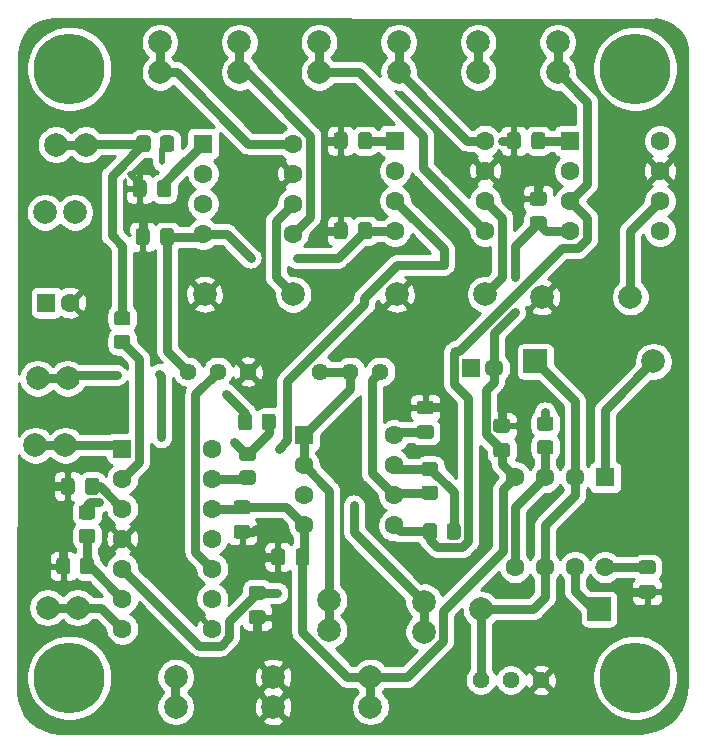
<source format=gtl>
G04 #@! TF.GenerationSoftware,KiCad,Pcbnew,(5.1.7)-1*
G04 #@! TF.CreationDate,2020-10-28T20:30:40-05:00*
G04 #@! TF.ProjectId,tent_map_amplitude,74656e74-5f6d-4617-905f-616d706c6974,1*
G04 #@! TF.SameCoordinates,Original*
G04 #@! TF.FileFunction,Copper,L1,Top*
G04 #@! TF.FilePolarity,Positive*
%FSLAX46Y46*%
G04 Gerber Fmt 4.6, Leading zero omitted, Abs format (unit mm)*
G04 Created by KiCad (PCBNEW (5.1.7)-1) date 2020-10-28 20:30:40*
%MOMM*%
%LPD*%
G01*
G04 APERTURE LIST*
G04 #@! TA.AperFunction,ComponentPad*
%ADD10C,2.000000*%
G04 #@! TD*
G04 #@! TA.AperFunction,ComponentPad*
%ADD11C,1.440000*%
G04 #@! TD*
G04 #@! TA.AperFunction,ComponentPad*
%ADD12C,6.000000*%
G04 #@! TD*
G04 #@! TA.AperFunction,ComponentPad*
%ADD13C,1.600000*%
G04 #@! TD*
G04 #@! TA.AperFunction,ComponentPad*
%ADD14R,1.600000X1.600000*%
G04 #@! TD*
G04 #@! TA.AperFunction,ComponentPad*
%ADD15R,2.000000X2.000000*%
G04 #@! TD*
G04 #@! TA.AperFunction,ViaPad*
%ADD16C,0.457200*%
G04 #@! TD*
G04 #@! TA.AperFunction,Conductor*
%ADD17C,0.762000*%
G04 #@! TD*
G04 #@! TA.AperFunction,Conductor*
%ADD18C,0.508000*%
G04 #@! TD*
G04 #@! TA.AperFunction,Conductor*
%ADD19C,0.254000*%
G04 #@! TD*
G04 #@! TA.AperFunction,Conductor*
%ADD20C,0.152400*%
G04 #@! TD*
G04 APERTURE END LIST*
D10*
X70561200Y-83619340D03*
X68021200Y-83619340D03*
D11*
X85834220Y-83045300D03*
X83294220Y-83045300D03*
X80754220Y-83045300D03*
G04 #@! TA.AperFunction,SMDPad,CuDef*
G36*
G01*
X86994440Y-87754881D02*
X86994440Y-86854879D01*
G75*
G02*
X87244439Y-86604880I249999J0D01*
G01*
X87944441Y-86604880D01*
G75*
G02*
X88194440Y-86854879I0J-249999D01*
G01*
X88194440Y-87754881D01*
G75*
G02*
X87944441Y-88004880I-249999J0D01*
G01*
X87244439Y-88004880D01*
G75*
G02*
X86994440Y-87754881I0J249999D01*
G01*
G37*
G04 #@! TD.AperFunction*
G04 #@! TA.AperFunction,SMDPad,CuDef*
G36*
G01*
X84994440Y-87754881D02*
X84994440Y-86854879D01*
G75*
G02*
X85244439Y-86604880I249999J0D01*
G01*
X85944441Y-86604880D01*
G75*
G02*
X86194440Y-86854879I0J-249999D01*
G01*
X86194440Y-87754881D01*
G75*
G02*
X85944441Y-88004880I-249999J0D01*
G01*
X85244439Y-88004880D01*
G75*
G02*
X84994440Y-87754881I0J249999D01*
G01*
G37*
G04 #@! TD.AperFunction*
G04 #@! TA.AperFunction,SMDPad,CuDef*
G36*
G01*
X86251201Y-90625220D02*
X85351199Y-90625220D01*
G75*
G02*
X85101200Y-90375221I0J249999D01*
G01*
X85101200Y-89675219D01*
G75*
G02*
X85351199Y-89425220I249999J0D01*
G01*
X86251201Y-89425220D01*
G75*
G02*
X86501200Y-89675219I0J-249999D01*
G01*
X86501200Y-90375221D01*
G75*
G02*
X86251201Y-90625220I-249999J0D01*
G01*
G37*
G04 #@! TD.AperFunction*
G04 #@! TA.AperFunction,SMDPad,CuDef*
G36*
G01*
X86251201Y-92625220D02*
X85351199Y-92625220D01*
G75*
G02*
X85101200Y-92375221I0J249999D01*
G01*
X85101200Y-91675219D01*
G75*
G02*
X85351199Y-91425220I249999J0D01*
G01*
X86251201Y-91425220D01*
G75*
G02*
X86501200Y-91675219I0J-249999D01*
G01*
X86501200Y-92375221D01*
G75*
G02*
X86251201Y-92625220I-249999J0D01*
G01*
G37*
G04 #@! TD.AperFunction*
D12*
X70713600Y-108966000D03*
X118618000Y-108966000D03*
X118618000Y-57404000D03*
X70713600Y-57404000D03*
D10*
X79725520Y-111439960D03*
X79725520Y-108899960D03*
D11*
X91970860Y-83050380D03*
X94510860Y-83050380D03*
X97050860Y-83050380D03*
D10*
X71186560Y-69558020D03*
X68646560Y-69558020D03*
D13*
X106693720Y-82760820D03*
D14*
X104693720Y-82760820D03*
X68780660Y-77208380D03*
D13*
X70780660Y-77208380D03*
D10*
X98592640Y-55168800D03*
X98592640Y-57708800D03*
X82162000Y-76504800D03*
X89662000Y-76504800D03*
X98418000Y-76504800D03*
X105918000Y-76504800D03*
X110711600Y-76733400D03*
X118211600Y-76733400D03*
D13*
X89662000Y-63754000D03*
X89662000Y-66294000D03*
X89662000Y-68834000D03*
X89662000Y-71374000D03*
X82042000Y-71374000D03*
X82042000Y-68834000D03*
X82042000Y-66294000D03*
D14*
X82042000Y-63754000D03*
D13*
X105918000Y-63500000D03*
X105918000Y-66040000D03*
X105918000Y-68580000D03*
X105918000Y-71120000D03*
X98298000Y-71120000D03*
X98298000Y-68580000D03*
X98298000Y-66040000D03*
D14*
X98298000Y-63500000D03*
D13*
X120726200Y-63525400D03*
X120726200Y-66065400D03*
X120726200Y-68605400D03*
X120726200Y-71145400D03*
X113106200Y-71145400D03*
X113106200Y-68605400D03*
X113106200Y-66065400D03*
D14*
X113106200Y-63525400D03*
D13*
X116078000Y-99618800D03*
X113538000Y-99618800D03*
X110998000Y-99618800D03*
X108458000Y-99618800D03*
X108458000Y-91998800D03*
X110998000Y-91998800D03*
X113538000Y-91998800D03*
D14*
X116078000Y-91998800D03*
D13*
X98201480Y-88455500D03*
X98201480Y-90995500D03*
X98201480Y-93535500D03*
X98201480Y-96075500D03*
X90581480Y-96075500D03*
X90581480Y-93535500D03*
X90581480Y-90995500D03*
D14*
X90581480Y-88455500D03*
D13*
X82826860Y-89575640D03*
X82826860Y-92115640D03*
X82826860Y-94655640D03*
X82826860Y-97195640D03*
X82826860Y-99735640D03*
X82826860Y-102275640D03*
X82826860Y-104815640D03*
X75206860Y-104815640D03*
X75206860Y-102275640D03*
X75206860Y-99735640D03*
X75206860Y-97195640D03*
X75206860Y-94655640D03*
X75206860Y-92115640D03*
D14*
X75206860Y-89575640D03*
D10*
X85120480Y-57708800D03*
X85120480Y-55168800D03*
X91856560Y-55168800D03*
X91856560Y-57708800D03*
X105328720Y-55168800D03*
X105328720Y-57708800D03*
X78384400Y-55168800D03*
X78384400Y-57708800D03*
X70385940Y-89298780D03*
X67845940Y-89298780D03*
X71412100Y-103027480D03*
X68872100Y-103027480D03*
X100711000Y-102539800D03*
X100711000Y-105079800D03*
X92710000Y-102412800D03*
X92710000Y-104952800D03*
X96207580Y-111439960D03*
X96207580Y-108899960D03*
X87966550Y-111439960D03*
X87966550Y-108899960D03*
X72123300Y-63830200D03*
X69583300Y-63830200D03*
X112064800Y-55168800D03*
X112064800Y-57708800D03*
D11*
X110627160Y-109166660D03*
X108087160Y-109166660D03*
X105547160Y-109166660D03*
G04 #@! TA.AperFunction,SMDPad,CuDef*
G36*
G01*
X70802040Y-99064659D02*
X70802040Y-99964661D01*
G75*
G02*
X70552041Y-100214660I-249999J0D01*
G01*
X69852039Y-100214660D01*
G75*
G02*
X69602040Y-99964661I0J249999D01*
G01*
X69602040Y-99064659D01*
G75*
G02*
X69852039Y-98814660I249999J0D01*
G01*
X70552041Y-98814660D01*
G75*
G02*
X70802040Y-99064659I0J-249999D01*
G01*
G37*
G04 #@! TD.AperFunction*
G04 #@! TA.AperFunction,SMDPad,CuDef*
G36*
G01*
X72802040Y-99064659D02*
X72802040Y-99964661D01*
G75*
G02*
X72552041Y-100214660I-249999J0D01*
G01*
X71852039Y-100214660D01*
G75*
G02*
X71602040Y-99964661I0J249999D01*
G01*
X71602040Y-99064659D01*
G75*
G02*
X71852039Y-98814660I249999J0D01*
G01*
X72552041Y-98814660D01*
G75*
G02*
X72802040Y-99064659I0J-249999D01*
G01*
G37*
G04 #@! TD.AperFunction*
G04 #@! TA.AperFunction,SMDPad,CuDef*
G36*
G01*
X71752039Y-96374660D02*
X72652041Y-96374660D01*
G75*
G02*
X72902040Y-96624659I0J-249999D01*
G01*
X72902040Y-97324661D01*
G75*
G02*
X72652041Y-97574660I-249999J0D01*
G01*
X71752039Y-97574660D01*
G75*
G02*
X71502040Y-97324661I0J249999D01*
G01*
X71502040Y-96624659D01*
G75*
G02*
X71752039Y-96374660I249999J0D01*
G01*
G37*
G04 #@! TD.AperFunction*
G04 #@! TA.AperFunction,SMDPad,CuDef*
G36*
G01*
X71752039Y-94374660D02*
X72652041Y-94374660D01*
G75*
G02*
X72902040Y-94624659I0J-249999D01*
G01*
X72902040Y-95324661D01*
G75*
G02*
X72652041Y-95574660I-249999J0D01*
G01*
X71752039Y-95574660D01*
G75*
G02*
X71502040Y-95324661I0J249999D01*
G01*
X71502040Y-94624659D01*
G75*
G02*
X71752039Y-94374660I249999J0D01*
G01*
G37*
G04 #@! TD.AperFunction*
G04 #@! TA.AperFunction,SMDPad,CuDef*
G36*
G01*
X110547999Y-88858800D02*
X111448001Y-88858800D01*
G75*
G02*
X111698000Y-89108799I0J-249999D01*
G01*
X111698000Y-89808801D01*
G75*
G02*
X111448001Y-90058800I-249999J0D01*
G01*
X110547999Y-90058800D01*
G75*
G02*
X110298000Y-89808801I0J249999D01*
G01*
X110298000Y-89108799D01*
G75*
G02*
X110547999Y-88858800I249999J0D01*
G01*
G37*
G04 #@! TD.AperFunction*
G04 #@! TA.AperFunction,SMDPad,CuDef*
G36*
G01*
X110547999Y-86858800D02*
X111448001Y-86858800D01*
G75*
G02*
X111698000Y-87108799I0J-249999D01*
G01*
X111698000Y-87808801D01*
G75*
G02*
X111448001Y-88058800I-249999J0D01*
G01*
X110547999Y-88058800D01*
G75*
G02*
X110298000Y-87808801I0J249999D01*
G01*
X110298000Y-87108799D01*
G75*
G02*
X110547999Y-86858800I249999J0D01*
G01*
G37*
G04 #@! TD.AperFunction*
G04 #@! TA.AperFunction,SMDPad,CuDef*
G36*
G01*
X100786779Y-92706900D02*
X101686781Y-92706900D01*
G75*
G02*
X101936780Y-92956899I0J-249999D01*
G01*
X101936780Y-93656901D01*
G75*
G02*
X101686781Y-93906900I-249999J0D01*
G01*
X100786779Y-93906900D01*
G75*
G02*
X100536780Y-93656901I0J249999D01*
G01*
X100536780Y-92956899D01*
G75*
G02*
X100786779Y-92706900I249999J0D01*
G01*
G37*
G04 #@! TD.AperFunction*
G04 #@! TA.AperFunction,SMDPad,CuDef*
G36*
G01*
X100786779Y-90706900D02*
X101686781Y-90706900D01*
G75*
G02*
X101936780Y-90956899I0J-249999D01*
G01*
X101936780Y-91656901D01*
G75*
G02*
X101686781Y-91906900I-249999J0D01*
G01*
X100786779Y-91906900D01*
G75*
G02*
X100536780Y-91656901I0J249999D01*
G01*
X100536780Y-90956899D01*
G75*
G02*
X100786779Y-90706900I249999J0D01*
G01*
G37*
G04 #@! TD.AperFunction*
G04 #@! TA.AperFunction,SMDPad,CuDef*
G36*
G01*
X75634001Y-79136800D02*
X74733999Y-79136800D01*
G75*
G02*
X74484000Y-78886801I0J249999D01*
G01*
X74484000Y-78186799D01*
G75*
G02*
X74733999Y-77936800I249999J0D01*
G01*
X75634001Y-77936800D01*
G75*
G02*
X75884000Y-78186799I0J-249999D01*
G01*
X75884000Y-78886801D01*
G75*
G02*
X75634001Y-79136800I-249999J0D01*
G01*
G37*
G04 #@! TD.AperFunction*
G04 #@! TA.AperFunction,SMDPad,CuDef*
G36*
G01*
X75634001Y-81136800D02*
X74733999Y-81136800D01*
G75*
G02*
X74484000Y-80886801I0J249999D01*
G01*
X74484000Y-80186799D01*
G75*
G02*
X74733999Y-79936800I249999J0D01*
G01*
X75634001Y-79936800D01*
G75*
G02*
X75884000Y-80186799I0J-249999D01*
G01*
X75884000Y-80886801D01*
G75*
G02*
X75634001Y-81136800I-249999J0D01*
G01*
G37*
G04 #@! TD.AperFunction*
G04 #@! TA.AperFunction,SMDPad,CuDef*
G36*
G01*
X101849480Y-96133499D02*
X101849480Y-97033501D01*
G75*
G02*
X101599481Y-97283500I-249999J0D01*
G01*
X100899479Y-97283500D01*
G75*
G02*
X100649480Y-97033501I0J249999D01*
G01*
X100649480Y-96133499D01*
G75*
G02*
X100899479Y-95883500I249999J0D01*
G01*
X101599481Y-95883500D01*
G75*
G02*
X101849480Y-96133499I0J-249999D01*
G01*
G37*
G04 #@! TD.AperFunction*
G04 #@! TA.AperFunction,SMDPad,CuDef*
G36*
G01*
X103849480Y-96133499D02*
X103849480Y-97033501D01*
G75*
G02*
X103599481Y-97283500I-249999J0D01*
G01*
X102899479Y-97283500D01*
G75*
G02*
X102649480Y-97033501I0J249999D01*
G01*
X102649480Y-96133499D01*
G75*
G02*
X102899479Y-95883500I249999J0D01*
G01*
X103599481Y-95883500D01*
G75*
G02*
X103849480Y-96133499I0J-249999D01*
G01*
G37*
G04 #@! TD.AperFunction*
G04 #@! TA.AperFunction,SMDPad,CuDef*
G36*
G01*
X77594000Y-63303999D02*
X77594000Y-64204001D01*
G75*
G02*
X77344001Y-64454000I-249999J0D01*
G01*
X76643999Y-64454000D01*
G75*
G02*
X76394000Y-64204001I0J249999D01*
G01*
X76394000Y-63303999D01*
G75*
G02*
X76643999Y-63054000I249999J0D01*
G01*
X77344001Y-63054000D01*
G75*
G02*
X77594000Y-63303999I0J-249999D01*
G01*
G37*
G04 #@! TD.AperFunction*
G04 #@! TA.AperFunction,SMDPad,CuDef*
G36*
G01*
X79594000Y-63303999D02*
X79594000Y-64204001D01*
G75*
G02*
X79344001Y-64454000I-249999J0D01*
G01*
X78643999Y-64454000D01*
G75*
G02*
X78394000Y-64204001I0J249999D01*
G01*
X78394000Y-63303999D01*
G75*
G02*
X78643999Y-63054000I249999J0D01*
G01*
X79344001Y-63054000D01*
G75*
G02*
X79594000Y-63303999I0J-249999D01*
G01*
G37*
G04 #@! TD.AperFunction*
D10*
X105570000Y-103174800D03*
D15*
X115570000Y-103174800D03*
D10*
X120167400Y-82194400D03*
D15*
X110167400Y-82194400D03*
G04 #@! TA.AperFunction,SMDPad,CuDef*
G36*
G01*
X106840000Y-89125300D02*
X107790000Y-89125300D01*
G75*
G02*
X108040000Y-89375300I0J-250000D01*
G01*
X108040000Y-90050300D01*
G75*
G02*
X107790000Y-90300300I-250000J0D01*
G01*
X106840000Y-90300300D01*
G75*
G02*
X106590000Y-90050300I0J250000D01*
G01*
X106590000Y-89375300D01*
G75*
G02*
X106840000Y-89125300I250000J0D01*
G01*
G37*
G04 #@! TD.AperFunction*
G04 #@! TA.AperFunction,SMDPad,CuDef*
G36*
G01*
X106840000Y-87050300D02*
X107790000Y-87050300D01*
G75*
G02*
X108040000Y-87300300I0J-250000D01*
G01*
X108040000Y-87975300D01*
G75*
G02*
X107790000Y-88225300I-250000J0D01*
G01*
X106840000Y-88225300D01*
G75*
G02*
X106590000Y-87975300I0J250000D01*
G01*
X106590000Y-87300300D01*
G75*
G02*
X106840000Y-87050300I250000J0D01*
G01*
G37*
G04 #@! TD.AperFunction*
G04 #@! TA.AperFunction,SMDPad,CuDef*
G36*
G01*
X78152500Y-68039000D02*
X78152500Y-67089000D01*
G75*
G02*
X78402500Y-66839000I250000J0D01*
G01*
X79077500Y-66839000D01*
G75*
G02*
X79327500Y-67089000I0J-250000D01*
G01*
X79327500Y-68039000D01*
G75*
G02*
X79077500Y-68289000I-250000J0D01*
G01*
X78402500Y-68289000D01*
G75*
G02*
X78152500Y-68039000I0J250000D01*
G01*
G37*
G04 #@! TD.AperFunction*
G04 #@! TA.AperFunction,SMDPad,CuDef*
G36*
G01*
X76077500Y-68039000D02*
X76077500Y-67089000D01*
G75*
G02*
X76327500Y-66839000I250000J0D01*
G01*
X77002500Y-66839000D01*
G75*
G02*
X77252500Y-67089000I0J-250000D01*
G01*
X77252500Y-68039000D01*
G75*
G02*
X77002500Y-68289000I-250000J0D01*
G01*
X76327500Y-68289000D01*
G75*
G02*
X76077500Y-68039000I0J250000D01*
G01*
G37*
G04 #@! TD.AperFunction*
G04 #@! TA.AperFunction,SMDPad,CuDef*
G36*
G01*
X89866980Y-99217500D02*
X89866980Y-98267500D01*
G75*
G02*
X90116980Y-98017500I250000J0D01*
G01*
X90791980Y-98017500D01*
G75*
G02*
X91041980Y-98267500I0J-250000D01*
G01*
X91041980Y-99217500D01*
G75*
G02*
X90791980Y-99467500I-250000J0D01*
G01*
X90116980Y-99467500D01*
G75*
G02*
X89866980Y-99217500I0J250000D01*
G01*
G37*
G04 #@! TD.AperFunction*
G04 #@! TA.AperFunction,SMDPad,CuDef*
G36*
G01*
X87791980Y-99217500D02*
X87791980Y-98267500D01*
G75*
G02*
X88041980Y-98017500I250000J0D01*
G01*
X88716980Y-98017500D01*
G75*
G02*
X88966980Y-98267500I0J-250000D01*
G01*
X88966980Y-99217500D01*
G75*
G02*
X88716980Y-99467500I-250000J0D01*
G01*
X88041980Y-99467500D01*
G75*
G02*
X87791980Y-99217500I0J250000D01*
G01*
G37*
G04 #@! TD.AperFunction*
G04 #@! TA.AperFunction,SMDPad,CuDef*
G36*
G01*
X95170500Y-63975000D02*
X95170500Y-63025000D01*
G75*
G02*
X95420500Y-62775000I250000J0D01*
G01*
X96095500Y-62775000D01*
G75*
G02*
X96345500Y-63025000I0J-250000D01*
G01*
X96345500Y-63975000D01*
G75*
G02*
X96095500Y-64225000I-250000J0D01*
G01*
X95420500Y-64225000D01*
G75*
G02*
X95170500Y-63975000I0J250000D01*
G01*
G37*
G04 #@! TD.AperFunction*
G04 #@! TA.AperFunction,SMDPad,CuDef*
G36*
G01*
X93095500Y-63975000D02*
X93095500Y-63025000D01*
G75*
G02*
X93345500Y-62775000I250000J0D01*
G01*
X94020500Y-62775000D01*
G75*
G02*
X94270500Y-63025000I0J-250000D01*
G01*
X94270500Y-63975000D01*
G75*
G02*
X94020500Y-64225000I-250000J0D01*
G01*
X93345500Y-64225000D01*
G75*
G02*
X93095500Y-63975000I0J250000D01*
G01*
G37*
G04 #@! TD.AperFunction*
G04 #@! TA.AperFunction,SMDPad,CuDef*
G36*
G01*
X85816460Y-95133920D02*
X84866460Y-95133920D01*
G75*
G02*
X84616460Y-94883920I0J250000D01*
G01*
X84616460Y-94208920D01*
G75*
G02*
X84866460Y-93958920I250000J0D01*
G01*
X85816460Y-93958920D01*
G75*
G02*
X86066460Y-94208920I0J-250000D01*
G01*
X86066460Y-94883920D01*
G75*
G02*
X85816460Y-95133920I-250000J0D01*
G01*
G37*
G04 #@! TD.AperFunction*
G04 #@! TA.AperFunction,SMDPad,CuDef*
G36*
G01*
X85816460Y-97208920D02*
X84866460Y-97208920D01*
G75*
G02*
X84616460Y-96958920I0J250000D01*
G01*
X84616460Y-96283920D01*
G75*
G02*
X84866460Y-96033920I250000J0D01*
G01*
X85816460Y-96033920D01*
G75*
G02*
X86066460Y-96283920I0J-250000D01*
G01*
X86066460Y-96958920D01*
G75*
G02*
X85816460Y-97208920I-250000J0D01*
G01*
G37*
G04 #@! TD.AperFunction*
G04 #@! TA.AperFunction,SMDPad,CuDef*
G36*
G01*
X100375700Y-87578260D02*
X101325700Y-87578260D01*
G75*
G02*
X101575700Y-87828260I0J-250000D01*
G01*
X101575700Y-88503260D01*
G75*
G02*
X101325700Y-88753260I-250000J0D01*
G01*
X100375700Y-88753260D01*
G75*
G02*
X100125700Y-88503260I0J250000D01*
G01*
X100125700Y-87828260D01*
G75*
G02*
X100375700Y-87578260I250000J0D01*
G01*
G37*
G04 #@! TD.AperFunction*
G04 #@! TA.AperFunction,SMDPad,CuDef*
G36*
G01*
X100375700Y-85503260D02*
X101325700Y-85503260D01*
G75*
G02*
X101575700Y-85753260I0J-250000D01*
G01*
X101575700Y-86428260D01*
G75*
G02*
X101325700Y-86678260I-250000J0D01*
G01*
X100375700Y-86678260D01*
G75*
G02*
X100125700Y-86428260I0J250000D01*
G01*
X100125700Y-85753260D01*
G75*
G02*
X100375700Y-85503260I250000J0D01*
G01*
G37*
G04 #@! TD.AperFunction*
G04 #@! TA.AperFunction,SMDPad,CuDef*
G36*
G01*
X71156500Y-92285800D02*
X71156500Y-93235800D01*
G75*
G02*
X70906500Y-93485800I-250000J0D01*
G01*
X70231500Y-93485800D01*
G75*
G02*
X69981500Y-93235800I0J250000D01*
G01*
X69981500Y-92285800D01*
G75*
G02*
X70231500Y-92035800I250000J0D01*
G01*
X70906500Y-92035800D01*
G75*
G02*
X71156500Y-92285800I0J-250000D01*
G01*
G37*
G04 #@! TD.AperFunction*
G04 #@! TA.AperFunction,SMDPad,CuDef*
G36*
G01*
X73231500Y-92285800D02*
X73231500Y-93235800D01*
G75*
G02*
X72981500Y-93485800I-250000J0D01*
G01*
X72306500Y-93485800D01*
G75*
G02*
X72056500Y-93235800I0J250000D01*
G01*
X72056500Y-92285800D01*
G75*
G02*
X72306500Y-92035800I250000J0D01*
G01*
X72981500Y-92035800D01*
G75*
G02*
X73231500Y-92285800I0J-250000D01*
G01*
G37*
G04 #@! TD.AperFunction*
G04 #@! TA.AperFunction,SMDPad,CuDef*
G36*
G01*
X77506500Y-71153000D02*
X77506500Y-72103000D01*
G75*
G02*
X77256500Y-72353000I-250000J0D01*
G01*
X76581500Y-72353000D01*
G75*
G02*
X76331500Y-72103000I0J250000D01*
G01*
X76331500Y-71153000D01*
G75*
G02*
X76581500Y-70903000I250000J0D01*
G01*
X77256500Y-70903000D01*
G75*
G02*
X77506500Y-71153000I0J-250000D01*
G01*
G37*
G04 #@! TD.AperFunction*
G04 #@! TA.AperFunction,SMDPad,CuDef*
G36*
G01*
X79581500Y-71153000D02*
X79581500Y-72103000D01*
G75*
G02*
X79331500Y-72353000I-250000J0D01*
G01*
X78656500Y-72353000D01*
G75*
G02*
X78406500Y-72103000I0J250000D01*
G01*
X78406500Y-71153000D01*
G75*
G02*
X78656500Y-70903000I250000J0D01*
G01*
X79331500Y-70903000D01*
G75*
G02*
X79581500Y-71153000I0J-250000D01*
G01*
G37*
G04 #@! TD.AperFunction*
G04 #@! TA.AperFunction,SMDPad,CuDef*
G36*
G01*
X94270500Y-70645000D02*
X94270500Y-71595000D01*
G75*
G02*
X94020500Y-71845000I-250000J0D01*
G01*
X93345500Y-71845000D01*
G75*
G02*
X93095500Y-71595000I0J250000D01*
G01*
X93095500Y-70645000D01*
G75*
G02*
X93345500Y-70395000I250000J0D01*
G01*
X94020500Y-70395000D01*
G75*
G02*
X94270500Y-70645000I0J-250000D01*
G01*
G37*
G04 #@! TD.AperFunction*
G04 #@! TA.AperFunction,SMDPad,CuDef*
G36*
G01*
X96345500Y-70645000D02*
X96345500Y-71595000D01*
G75*
G02*
X96095500Y-71845000I-250000J0D01*
G01*
X95420500Y-71845000D01*
G75*
G02*
X95170500Y-71595000I0J250000D01*
G01*
X95170500Y-70645000D01*
G75*
G02*
X95420500Y-70395000I250000J0D01*
G01*
X96095500Y-70395000D01*
G75*
G02*
X96345500Y-70645000I0J-250000D01*
G01*
G37*
G04 #@! TD.AperFunction*
G04 #@! TA.AperFunction,SMDPad,CuDef*
G36*
G01*
X120109000Y-100206300D02*
X119159000Y-100206300D01*
G75*
G02*
X118909000Y-99956300I0J250000D01*
G01*
X118909000Y-99281300D01*
G75*
G02*
X119159000Y-99031300I250000J0D01*
G01*
X120109000Y-99031300D01*
G75*
G02*
X120359000Y-99281300I0J-250000D01*
G01*
X120359000Y-99956300D01*
G75*
G02*
X120109000Y-100206300I-250000J0D01*
G01*
G37*
G04 #@! TD.AperFunction*
G04 #@! TA.AperFunction,SMDPad,CuDef*
G36*
G01*
X120109000Y-102281300D02*
X119159000Y-102281300D01*
G75*
G02*
X118909000Y-102031300I0J250000D01*
G01*
X118909000Y-101356300D01*
G75*
G02*
X119159000Y-101106300I250000J0D01*
G01*
X120109000Y-101106300D01*
G75*
G02*
X120359000Y-101356300I0J-250000D01*
G01*
X120359000Y-102031300D01*
G75*
G02*
X120109000Y-102281300I-250000J0D01*
G01*
G37*
G04 #@! TD.AperFunction*
G04 #@! TA.AperFunction,SMDPad,CuDef*
G36*
G01*
X108926300Y-63025000D02*
X108926300Y-63975000D01*
G75*
G02*
X108676300Y-64225000I-250000J0D01*
G01*
X108001300Y-64225000D01*
G75*
G02*
X107751300Y-63975000I0J250000D01*
G01*
X107751300Y-63025000D01*
G75*
G02*
X108001300Y-62775000I250000J0D01*
G01*
X108676300Y-62775000D01*
G75*
G02*
X108926300Y-63025000I0J-250000D01*
G01*
G37*
G04 #@! TD.AperFunction*
G04 #@! TA.AperFunction,SMDPad,CuDef*
G36*
G01*
X111001300Y-63025000D02*
X111001300Y-63975000D01*
G75*
G02*
X110751300Y-64225000I-250000J0D01*
G01*
X110076300Y-64225000D01*
G75*
G02*
X109826300Y-63975000I0J250000D01*
G01*
X109826300Y-63025000D01*
G75*
G02*
X110076300Y-62775000I250000J0D01*
G01*
X110751300Y-62775000D01*
G75*
G02*
X111001300Y-63025000I0J-250000D01*
G01*
G37*
G04 #@! TD.AperFunction*
G04 #@! TA.AperFunction,SMDPad,CuDef*
G36*
G01*
X109938800Y-69897500D02*
X110888800Y-69897500D01*
G75*
G02*
X111138800Y-70147500I0J-250000D01*
G01*
X111138800Y-70822500D01*
G75*
G02*
X110888800Y-71072500I-250000J0D01*
G01*
X109938800Y-71072500D01*
G75*
G02*
X109688800Y-70822500I0J250000D01*
G01*
X109688800Y-70147500D01*
G75*
G02*
X109938800Y-69897500I250000J0D01*
G01*
G37*
G04 #@! TD.AperFunction*
G04 #@! TA.AperFunction,SMDPad,CuDef*
G36*
G01*
X109938800Y-67822500D02*
X110888800Y-67822500D01*
G75*
G02*
X111138800Y-68072500I0J-250000D01*
G01*
X111138800Y-68747500D01*
G75*
G02*
X110888800Y-68997500I-250000J0D01*
G01*
X109938800Y-68997500D01*
G75*
G02*
X109688800Y-68747500I0J250000D01*
G01*
X109688800Y-68072500D01*
G75*
G02*
X109938800Y-67822500I250000J0D01*
G01*
G37*
G04 #@! TD.AperFunction*
G04 #@! TA.AperFunction,SMDPad,CuDef*
G36*
G01*
X86139000Y-103265300D02*
X87089000Y-103265300D01*
G75*
G02*
X87339000Y-103515300I0J-250000D01*
G01*
X87339000Y-104190300D01*
G75*
G02*
X87089000Y-104440300I-250000J0D01*
G01*
X86139000Y-104440300D01*
G75*
G02*
X85889000Y-104190300I0J250000D01*
G01*
X85889000Y-103515300D01*
G75*
G02*
X86139000Y-103265300I250000J0D01*
G01*
G37*
G04 #@! TD.AperFunction*
G04 #@! TA.AperFunction,SMDPad,CuDef*
G36*
G01*
X86139000Y-101190300D02*
X87089000Y-101190300D01*
G75*
G02*
X87339000Y-101440300I0J-250000D01*
G01*
X87339000Y-102115300D01*
G75*
G02*
X87089000Y-102365300I-250000J0D01*
G01*
X86139000Y-102365300D01*
G75*
G02*
X85889000Y-102115300I0J250000D01*
G01*
X85889000Y-101440300D01*
G75*
G02*
X86139000Y-101190300I250000J0D01*
G01*
G37*
G04 #@! TD.AperFunction*
D16*
X118110000Y-101650800D03*
X70170040Y-97990660D03*
X69596000Y-92760800D03*
X107365800Y-63500000D03*
X92456000Y-63500000D03*
X92456000Y-71120000D03*
X86614000Y-104825800D03*
X107315000Y-86537800D03*
X75846940Y-66314320D03*
X76918820Y-70307200D03*
X87152480Y-98732340D03*
X110490000Y-67310000D03*
X96520000Y-103505000D03*
X96520000Y-104140000D03*
X97155000Y-104140000D03*
X97155000Y-103505000D03*
X101600000Y-99060000D03*
X102235000Y-99060000D03*
X102235000Y-99695000D03*
X101600000Y-99695000D03*
X92710000Y-77470000D03*
X93345000Y-77470000D03*
X93345000Y-78105000D03*
X92710000Y-78105000D03*
X107950000Y-59055000D03*
X108585000Y-59055000D03*
X108585000Y-59690000D03*
X107950000Y-59690000D03*
X95250000Y-54610000D03*
X95250000Y-55245000D03*
X95250000Y-55880000D03*
X85090000Y-60325000D03*
X86360000Y-60325000D03*
X85725000Y-61595000D03*
X87630000Y-61595000D03*
X109855000Y-97155000D03*
X110490000Y-94615000D03*
X107315000Y-101600000D03*
X108585000Y-101600000D03*
X120015000Y-92075000D03*
X120015000Y-90805000D03*
X120015000Y-89535000D03*
X120015000Y-88265000D03*
X78740000Y-95885000D03*
X78740000Y-94615000D03*
X78740000Y-93345000D03*
X93980000Y-91440000D03*
X93980000Y-92710000D03*
X95250000Y-92710000D03*
X92710000Y-90805000D03*
X114935000Y-54610000D03*
X102186740Y-86078060D03*
X86509860Y-96403160D03*
X69954140Y-86405720D03*
X71409560Y-86395560D03*
X68572380Y-86395560D03*
X88328500Y-101795580D03*
X86055200Y-73406000D03*
X89966800Y-73456800D03*
X108458000Y-78028800D03*
X108458000Y-75082400D03*
X106693720Y-79793080D03*
X93421200Y-73456800D03*
X110972600Y-86512400D03*
X79946500Y-65849500D03*
X108458000Y-94538800D03*
X94792800Y-94386400D03*
X102412800Y-74015600D03*
X88427560Y-89601040D03*
X78526640Y-65341500D03*
X73228200Y-94122240D03*
X84007960Y-84955380D03*
X84622640Y-88973660D03*
X78483460Y-88625680D03*
X78343760Y-83273900D03*
X74731880Y-83345020D03*
D17*
X118153000Y-101693800D02*
X118110000Y-101650800D01*
X119634000Y-101693800D02*
X118153000Y-101693800D01*
X70202040Y-98022660D02*
X70170040Y-97990660D01*
X70202040Y-99514660D02*
X70202040Y-98022660D01*
X70569000Y-92760800D02*
X69596000Y-92760800D01*
X108338800Y-63500000D02*
X108381800Y-63500000D01*
X108381800Y-63500000D02*
X107365800Y-63500000D01*
X93683000Y-63500000D02*
X93472000Y-63500000D01*
X93472000Y-63500000D02*
X92456000Y-63500000D01*
X93683000Y-71120000D02*
X92456000Y-71120000D01*
X86614000Y-103852800D02*
X86614000Y-104825800D01*
X107315000Y-87637800D02*
X107315000Y-86537800D01*
D18*
X76665000Y-67132380D02*
X75846940Y-66314320D01*
X76665000Y-67564000D02*
X76665000Y-67132380D01*
D17*
X76919000Y-70307380D02*
X76918820Y-70307200D01*
X76919000Y-71628000D02*
X76919000Y-70307380D01*
X87162640Y-98742500D02*
X87152480Y-98732340D01*
X88379480Y-98742500D02*
X87162640Y-98742500D01*
X110413800Y-67386200D02*
X110490000Y-67310000D01*
X110413800Y-68410000D02*
X110413800Y-67386200D01*
X102174040Y-86090760D02*
X102186740Y-86078060D01*
X100850700Y-86090760D02*
X102174040Y-86090760D01*
X86291600Y-96621420D02*
X86509860Y-96403160D01*
X85341460Y-96621420D02*
X86291600Y-96621420D01*
X98709480Y-96583500D02*
X98201480Y-96075500D01*
X101249480Y-96583500D02*
X98709480Y-96583500D01*
X88310720Y-101777800D02*
X88328500Y-101795580D01*
X86614000Y-101777800D02*
X88310720Y-101777800D01*
X114541201Y-70040401D02*
X113106200Y-68605400D01*
X114541201Y-71834201D02*
X114541201Y-70040401D01*
X113795001Y-72580401D02*
X114541201Y-71834201D01*
X112444797Y-72580401D02*
X113795001Y-72580401D01*
X103699379Y-81325819D02*
X112444797Y-72580401D01*
X103258719Y-81452819D02*
X103385719Y-81325819D01*
X104484490Y-85294592D02*
X103258719Y-84068821D01*
X103385719Y-81325819D02*
X103699379Y-81325819D01*
X104484490Y-97400086D02*
X104484490Y-85294592D01*
X103966066Y-97918510D02*
X104484490Y-97400086D01*
X101884490Y-97918510D02*
X103966066Y-97918510D01*
X101249480Y-97283500D02*
X101884490Y-97918510D01*
X103258719Y-84068821D02*
X103258719Y-81452819D01*
X101249480Y-96583500D02*
X101249480Y-97283500D01*
X112064800Y-57708800D02*
X112064800Y-55168800D01*
X114541201Y-67170399D02*
X113106200Y-68605400D01*
X114541201Y-60185201D02*
X114541201Y-67170399D01*
X112064800Y-57708800D02*
X114541201Y-60185201D01*
X81721861Y-106250641D02*
X75206860Y-99735640D01*
X83515661Y-106250641D02*
X81721861Y-106250641D01*
X84261861Y-105504441D02*
X83515661Y-106250641D01*
X86614000Y-101788704D02*
X84261861Y-104140843D01*
X84261861Y-104140843D02*
X84261861Y-105504441D01*
X86614000Y-101777800D02*
X86614000Y-101788704D01*
X95758000Y-71120000D02*
X98298000Y-71120000D01*
X81788000Y-71628000D02*
X82042000Y-71374000D01*
X78994000Y-71628000D02*
X81788000Y-71628000D01*
X107315000Y-90855800D02*
X108458000Y-91998800D01*
X107315000Y-89712800D02*
X107315000Y-90855800D01*
X90581480Y-98615500D02*
X90454480Y-98742500D01*
X90581480Y-96075500D02*
X90581480Y-98615500D01*
X105954990Y-88352790D02*
X107315000Y-89712800D01*
X105954990Y-84630920D02*
X105954990Y-88352790D01*
X106693720Y-83892190D02*
X105954990Y-84630920D01*
X106693720Y-82760820D02*
X106693720Y-83892190D01*
X111074200Y-71145400D02*
X110413800Y-70485000D01*
X113106200Y-71145400D02*
X111074200Y-71145400D01*
X96207580Y-111594900D02*
X96207580Y-109054900D01*
X84023200Y-71374000D02*
X86055200Y-73406000D01*
X82042000Y-71374000D02*
X84023200Y-71374000D01*
X93421200Y-73456800D02*
X95758000Y-71120000D01*
X89966800Y-73456800D02*
X93421200Y-73456800D01*
X106693720Y-79793080D02*
X108458000Y-78028800D01*
X106693720Y-82760820D02*
X106693720Y-79793080D01*
X108458000Y-72440800D02*
X110413800Y-70485000D01*
X108458000Y-75082400D02*
X108458000Y-72440800D01*
X99310642Y-108899960D02*
X96207580Y-108899960D01*
X102346001Y-105864601D02*
X99310642Y-108899960D01*
X107441990Y-98228612D02*
X102346001Y-103324601D01*
X102346001Y-103324601D02*
X102346001Y-105864601D01*
X107441990Y-93014810D02*
X107441990Y-98228612D01*
X108458000Y-91998800D02*
X107441990Y-93014810D01*
X90454480Y-105117082D02*
X90454480Y-98742500D01*
X94237358Y-108899960D02*
X90454480Y-105117082D01*
X96207580Y-108899960D02*
X94237358Y-108899960D01*
X85232240Y-94655640D02*
X85341460Y-94546420D01*
X82826860Y-94655640D02*
X85232240Y-94655640D01*
X78994000Y-81285080D02*
X78994000Y-71628000D01*
X80754220Y-83045300D02*
X78994000Y-81285080D01*
X89052400Y-94546420D02*
X90581480Y-96075500D01*
X85341460Y-94546420D02*
X89052400Y-94546420D01*
X115570000Y-99618800D02*
X119634000Y-99618800D01*
X78740000Y-67056000D02*
X79946500Y-65849500D01*
X78740000Y-67564000D02*
X78740000Y-67056000D01*
X110439200Y-63525400D02*
X110413800Y-63500000D01*
X113106200Y-63525400D02*
X110439200Y-63525400D01*
X110998000Y-86537800D02*
X110972600Y-86512400D01*
X110998000Y-87458800D02*
X110998000Y-86537800D01*
X79946500Y-65849500D02*
X82042000Y-63754000D01*
X82042000Y-63754000D02*
X78740000Y-67056000D01*
X98539480Y-88117500D02*
X98201480Y-88455500D01*
X98298000Y-63500000D02*
X95758000Y-63500000D01*
X79669640Y-111539020D02*
X79669640Y-108999020D01*
X98491220Y-88165760D02*
X98201480Y-88455500D01*
X100850700Y-88165760D02*
X98491220Y-88165760D01*
X73312020Y-92760800D02*
X75206860Y-94655640D01*
X72644000Y-92760800D02*
X73312020Y-92760800D01*
X116078000Y-86283800D02*
X120167400Y-82194400D01*
X116078000Y-91998800D02*
X116078000Y-86283800D01*
X113538000Y-91998800D02*
X113538000Y-93522800D01*
X110998000Y-96062800D02*
X110998000Y-99618800D01*
X113538000Y-93522800D02*
X110998000Y-96062800D01*
X110998000Y-102158800D02*
X110998000Y-99618800D01*
X109982000Y-103174800D02*
X110998000Y-102158800D01*
X105570000Y-103174800D02*
X109982000Y-103174800D01*
X113538000Y-85565000D02*
X110167400Y-82194400D01*
X113538000Y-91998800D02*
X113538000Y-85565000D01*
X105547160Y-103197640D02*
X105570000Y-103174800D01*
X105547160Y-109166660D02*
X105547160Y-103197640D01*
X115570000Y-103174800D02*
X115062000Y-103174800D01*
X113538000Y-101650800D02*
X113538000Y-99618800D01*
X115062000Y-103174800D02*
X113538000Y-101650800D01*
X101288376Y-91306900D02*
X101236780Y-91306900D01*
X103249480Y-93268004D02*
X101288376Y-91306900D01*
X103249480Y-96583500D02*
X103249480Y-93268004D01*
X98512880Y-91306900D02*
X98201480Y-90995500D01*
X101236780Y-91306900D02*
X98512880Y-91306900D01*
X76641861Y-90680639D02*
X75206860Y-92115640D01*
X76641861Y-81994661D02*
X76641861Y-90680639D01*
X75184000Y-80536800D02*
X76641861Y-81994661D01*
X98430080Y-93306900D02*
X98201480Y-93535500D01*
X101236780Y-93306900D02*
X98430080Y-93306900D01*
X96330861Y-91664881D02*
X98201480Y-93535500D01*
X96330861Y-83770379D02*
X96330861Y-91664881D01*
X97050860Y-83050380D02*
X96330861Y-83770379D01*
X110998000Y-89458800D02*
X110998000Y-91998800D01*
X108458000Y-94538800D02*
X108458000Y-99618800D01*
X110998000Y-91998800D02*
X108458000Y-94538800D01*
X70385940Y-89298780D02*
X67845940Y-89298780D01*
X74930000Y-89298780D02*
X75206860Y-89575640D01*
X70385940Y-89298780D02*
X74930000Y-89298780D01*
X72202040Y-96974660D02*
X72202040Y-99514660D01*
X72445880Y-99514660D02*
X75206860Y-102275640D01*
X72202040Y-99514660D02*
X72445880Y-99514660D01*
X100711000Y-105079800D02*
X100711000Y-102539800D01*
X94792800Y-96621600D02*
X94792800Y-94386400D01*
X100711000Y-102539800D02*
X94792800Y-96621600D01*
X69583300Y-63830200D02*
X72123300Y-63830200D01*
X72199500Y-63754000D02*
X72123300Y-63830200D01*
X76994000Y-63754000D02*
X72199500Y-63754000D01*
X74294990Y-66453010D02*
X76994000Y-63754000D01*
X75184000Y-72377249D02*
X74294990Y-71488239D01*
X74294990Y-71488239D02*
X74294990Y-66453010D01*
X75184000Y-78536800D02*
X75184000Y-72377249D01*
X118211600Y-71120000D02*
X120726200Y-68605400D01*
X118211600Y-76733400D02*
X118211600Y-71120000D01*
X107353001Y-70015001D02*
X105918000Y-68580000D01*
X107353001Y-75069799D02*
X107353001Y-70015001D01*
X105918000Y-76504800D02*
X107353001Y-75069799D01*
X88226999Y-70269001D02*
X89662000Y-68834000D01*
X88226999Y-75069799D02*
X88226999Y-70269001D01*
X89662000Y-76504800D02*
X88226999Y-75069799D01*
X71412100Y-103027480D02*
X68872100Y-103027480D01*
X73418700Y-103027480D02*
X75206860Y-104815640D01*
X71412100Y-103027480D02*
X73418700Y-103027480D01*
X78384400Y-57708800D02*
X78384400Y-55168800D01*
X85843813Y-63754000D02*
X89662000Y-63754000D01*
X79798613Y-57708800D02*
X85843813Y-63754000D01*
X78384400Y-57708800D02*
X79798613Y-57708800D01*
X105328720Y-55168800D02*
X105328720Y-55300880D01*
X105328720Y-55300880D02*
X105328720Y-57708800D01*
X102412800Y-72694800D02*
X98298000Y-68580000D01*
X102412800Y-74015600D02*
X102412800Y-72694800D01*
X89146479Y-83869359D02*
X95669100Y-77346738D01*
X89146479Y-88882121D02*
X89146479Y-83869359D01*
X88427560Y-89601040D02*
X89146479Y-88882121D01*
X98487398Y-74015600D02*
X102412800Y-74015600D01*
X95669100Y-76833898D02*
X98487398Y-74015600D01*
X95669100Y-77346738D02*
X95669100Y-76833898D01*
X104383840Y-63500000D02*
X98592640Y-57708800D01*
X105918000Y-63500000D02*
X104383840Y-63500000D01*
X98592640Y-57708800D02*
X98592640Y-55168800D01*
X91856560Y-57708800D02*
X91856560Y-55168800D01*
X95249802Y-57708800D02*
X91856560Y-57708800D01*
X100634799Y-63093797D02*
X95249802Y-57708800D01*
X100634799Y-65836799D02*
X100634799Y-63093797D01*
X105918000Y-71120000D02*
X100634799Y-65836799D01*
X85120480Y-57708800D02*
X85120480Y-55168800D01*
X85740602Y-57708800D02*
X85120480Y-57708800D01*
X91097001Y-63065199D02*
X85740602Y-57708800D01*
X91097001Y-69938999D02*
X91097001Y-63065199D01*
X89662000Y-71374000D02*
X91097001Y-69938999D01*
D18*
X78526640Y-64221360D02*
X78994000Y-63754000D01*
X78526640Y-65341500D02*
X78526640Y-64221360D01*
D17*
X72455890Y-94120810D02*
X73212960Y-94120810D01*
X72202040Y-94374660D02*
X72455890Y-94120810D01*
X72202040Y-94974660D02*
X72202040Y-94374660D01*
X73226770Y-94120810D02*
X73228200Y-94122240D01*
X73212960Y-94120810D02*
X73226770Y-94120810D01*
X85594440Y-86541860D02*
X84007960Y-84955380D01*
X85594440Y-87304880D02*
X85594440Y-86541860D01*
X92710000Y-104952800D02*
X92710000Y-102412800D01*
X90581480Y-88455500D02*
X90581480Y-90995500D01*
X92710000Y-93124020D02*
X92710000Y-102412800D01*
X90581480Y-90995500D02*
X92710000Y-93124020D01*
X91970860Y-83050380D02*
X94510860Y-83050380D01*
X94510860Y-84526120D02*
X90581480Y-88455500D01*
X94510860Y-83050380D02*
X94510860Y-84526120D01*
X87594440Y-88231980D02*
X87594440Y-87304880D01*
X85801200Y-90025220D02*
X87594440Y-88231980D01*
X85674200Y-90025220D02*
X84622640Y-88973660D01*
X85801200Y-90025220D02*
X85674200Y-90025220D01*
X78483460Y-83413600D02*
X78343760Y-83273900D01*
X78483460Y-88625680D02*
X78483460Y-83413600D01*
X70835520Y-83345020D02*
X70561200Y-83619340D01*
X74731880Y-83345020D02*
X70835520Y-83345020D01*
X68021200Y-83619340D02*
X70561200Y-83619340D01*
X85710780Y-92115640D02*
X85801200Y-92025220D01*
X82826860Y-92115640D02*
X85710780Y-92115640D01*
X81391859Y-84947661D02*
X81391859Y-98300639D01*
X81391859Y-98300639D02*
X82826860Y-99735640D01*
X83294220Y-83045300D02*
X81391859Y-84947661D01*
D19*
X120174604Y-53262671D02*
X120275249Y-53252859D01*
X120334135Y-53235060D01*
X120708380Y-53271755D01*
X121253529Y-53436346D01*
X121756331Y-53703690D01*
X122197630Y-54063605D01*
X122560617Y-54502381D01*
X122831465Y-55003304D01*
X122999856Y-55547292D01*
X123041105Y-55939745D01*
X123022914Y-55999710D01*
X123013001Y-56100346D01*
X123012417Y-109477978D01*
X122962626Y-110246960D01*
X122783594Y-110954249D01*
X122478661Y-111617078D01*
X122058051Y-112213230D01*
X121535839Y-112722752D01*
X120929520Y-113128576D01*
X120259396Y-113417113D01*
X119535582Y-113581498D01*
X119099718Y-113615000D01*
X69883504Y-113615000D01*
X69179520Y-113545974D01*
X68534575Y-113351253D01*
X67939741Y-113034975D01*
X67417663Y-112609179D01*
X66988233Y-112090086D01*
X66667807Y-111497472D01*
X66468589Y-110853901D01*
X66394811Y-110151952D01*
X66396988Y-108607984D01*
X67078600Y-108607984D01*
X67078600Y-109324016D01*
X67218291Y-110026290D01*
X67492305Y-110687818D01*
X67890111Y-111283177D01*
X68396423Y-111789489D01*
X68991782Y-112187295D01*
X69653310Y-112461309D01*
X70355584Y-112601000D01*
X71071616Y-112601000D01*
X71773890Y-112461309D01*
X72435418Y-112187295D01*
X73030777Y-111789489D01*
X73537089Y-111283177D01*
X73934895Y-110687818D01*
X74208909Y-110026290D01*
X74348600Y-109324016D01*
X74348600Y-108738927D01*
X78090520Y-108738927D01*
X78090520Y-109060993D01*
X78153352Y-109376872D01*
X78276602Y-109674423D01*
X78455533Y-109942212D01*
X78653641Y-110140320D01*
X78653641Y-110199600D01*
X78455533Y-110397708D01*
X78276602Y-110665497D01*
X78153352Y-110963048D01*
X78090520Y-111278927D01*
X78090520Y-111600993D01*
X78153352Y-111916872D01*
X78276602Y-112214423D01*
X78455533Y-112482212D01*
X78683268Y-112709947D01*
X78951057Y-112888878D01*
X79248608Y-113012128D01*
X79564487Y-113074960D01*
X79886553Y-113074960D01*
X80202432Y-113012128D01*
X80499983Y-112888878D01*
X80767772Y-112709947D01*
X80902346Y-112575373D01*
X87010742Y-112575373D01*
X87106506Y-112839774D01*
X87396121Y-112980664D01*
X87707658Y-113062344D01*
X88029145Y-113081678D01*
X88348225Y-113037921D01*
X88652638Y-112932755D01*
X88826594Y-112839774D01*
X88922358Y-112575373D01*
X87966550Y-111619565D01*
X87010742Y-112575373D01*
X80902346Y-112575373D01*
X80995507Y-112482212D01*
X81174438Y-112214423D01*
X81297688Y-111916872D01*
X81360520Y-111600993D01*
X81360520Y-111502555D01*
X86324832Y-111502555D01*
X86368589Y-111821635D01*
X86473755Y-112126048D01*
X86566736Y-112300004D01*
X86831137Y-112395768D01*
X87786945Y-111439960D01*
X88146155Y-111439960D01*
X89101963Y-112395768D01*
X89366364Y-112300004D01*
X89507254Y-112010389D01*
X89588934Y-111698852D01*
X89608268Y-111377365D01*
X89564511Y-111058285D01*
X89459345Y-110753872D01*
X89366364Y-110579916D01*
X89101963Y-110484152D01*
X88146155Y-111439960D01*
X87786945Y-111439960D01*
X86831137Y-110484152D01*
X86566736Y-110579916D01*
X86425846Y-110869531D01*
X86344166Y-111181068D01*
X86324832Y-111502555D01*
X81360520Y-111502555D01*
X81360520Y-111278927D01*
X81297688Y-110963048D01*
X81174438Y-110665497D01*
X80995507Y-110397708D01*
X80767772Y-110169973D01*
X80767753Y-110169960D01*
X80767772Y-110169947D01*
X80902346Y-110035373D01*
X87010742Y-110035373D01*
X87059488Y-110169960D01*
X87010742Y-110304547D01*
X87966550Y-111260355D01*
X88922358Y-110304547D01*
X88873612Y-110169960D01*
X88922358Y-110035373D01*
X87966550Y-109079565D01*
X87010742Y-110035373D01*
X80902346Y-110035373D01*
X80995507Y-109942212D01*
X81174438Y-109674423D01*
X81297688Y-109376872D01*
X81360520Y-109060993D01*
X81360520Y-108962555D01*
X86324832Y-108962555D01*
X86368589Y-109281635D01*
X86473755Y-109586048D01*
X86566736Y-109760004D01*
X86831137Y-109855768D01*
X87786945Y-108899960D01*
X88146155Y-108899960D01*
X89101963Y-109855768D01*
X89366364Y-109760004D01*
X89507254Y-109470389D01*
X89588934Y-109158852D01*
X89608268Y-108837365D01*
X89564511Y-108518285D01*
X89459345Y-108213872D01*
X89366364Y-108039916D01*
X89101963Y-107944152D01*
X88146155Y-108899960D01*
X87786945Y-108899960D01*
X86831137Y-107944152D01*
X86566736Y-108039916D01*
X86425846Y-108329531D01*
X86344166Y-108641068D01*
X86324832Y-108962555D01*
X81360520Y-108962555D01*
X81360520Y-108738927D01*
X81297688Y-108423048D01*
X81174438Y-108125497D01*
X80995507Y-107857708D01*
X80902346Y-107764547D01*
X87010742Y-107764547D01*
X87966550Y-108720355D01*
X88922358Y-107764547D01*
X88826594Y-107500146D01*
X88536979Y-107359256D01*
X88225442Y-107277576D01*
X87903955Y-107258242D01*
X87584875Y-107301999D01*
X87280462Y-107407165D01*
X87106506Y-107500146D01*
X87010742Y-107764547D01*
X80902346Y-107764547D01*
X80767772Y-107629973D01*
X80499983Y-107451042D01*
X80202432Y-107327792D01*
X79886553Y-107264960D01*
X79564487Y-107264960D01*
X79248608Y-107327792D01*
X78951057Y-107451042D01*
X78683268Y-107629973D01*
X78455533Y-107857708D01*
X78276602Y-108125497D01*
X78153352Y-108423048D01*
X78090520Y-108738927D01*
X74348600Y-108738927D01*
X74348600Y-108607984D01*
X74208909Y-107905710D01*
X73934895Y-107244182D01*
X73537089Y-106648823D01*
X73030777Y-106142511D01*
X72435418Y-105744705D01*
X71773890Y-105470691D01*
X71071616Y-105331000D01*
X70355584Y-105331000D01*
X69653310Y-105470691D01*
X68991782Y-105744705D01*
X68396423Y-106142511D01*
X67890111Y-106648823D01*
X67492305Y-107244182D01*
X67218291Y-107905710D01*
X67078600Y-108607984D01*
X66396988Y-108607984D01*
X66408826Y-100214660D01*
X68963968Y-100214660D01*
X68976228Y-100339142D01*
X69012538Y-100458840D01*
X69071503Y-100569154D01*
X69150855Y-100665845D01*
X69247546Y-100745197D01*
X69357860Y-100804162D01*
X69477558Y-100840472D01*
X69602040Y-100852732D01*
X69916290Y-100849660D01*
X70075040Y-100690910D01*
X70075040Y-99641660D01*
X69125790Y-99641660D01*
X68967040Y-99800410D01*
X68963968Y-100214660D01*
X66408826Y-100214660D01*
X66410800Y-98814660D01*
X68963968Y-98814660D01*
X68967040Y-99228910D01*
X69125790Y-99387660D01*
X70075040Y-99387660D01*
X70075040Y-98338410D01*
X69916290Y-98179660D01*
X69602040Y-98176588D01*
X69477558Y-98188848D01*
X69357860Y-98225158D01*
X69247546Y-98284123D01*
X69150855Y-98363475D01*
X69071503Y-98460166D01*
X69012538Y-98570480D01*
X68976228Y-98690178D01*
X68963968Y-98814660D01*
X66410800Y-98814660D01*
X66418317Y-93485800D01*
X69343428Y-93485800D01*
X69355688Y-93610282D01*
X69391998Y-93729980D01*
X69450963Y-93840294D01*
X69530315Y-93936985D01*
X69627006Y-94016337D01*
X69737320Y-94075302D01*
X69857018Y-94111612D01*
X69981500Y-94123872D01*
X70283250Y-94120800D01*
X70442000Y-93962050D01*
X70442000Y-92887800D01*
X69505250Y-92887800D01*
X69346500Y-93046550D01*
X69343428Y-93485800D01*
X66418317Y-93485800D01*
X66420362Y-92035800D01*
X69343428Y-92035800D01*
X69346500Y-92475050D01*
X69505250Y-92633800D01*
X70442000Y-92633800D01*
X70442000Y-91559550D01*
X70283250Y-91400800D01*
X69981500Y-91397728D01*
X69857018Y-91409988D01*
X69737320Y-91446298D01*
X69627006Y-91505263D01*
X69530315Y-91584615D01*
X69450963Y-91681306D01*
X69391998Y-91791620D01*
X69355688Y-91911318D01*
X69343428Y-92035800D01*
X66420362Y-92035800D01*
X66423076Y-90112235D01*
X66575953Y-90341032D01*
X66803688Y-90568767D01*
X67071477Y-90747698D01*
X67369028Y-90870948D01*
X67684907Y-90933780D01*
X68006973Y-90933780D01*
X68322852Y-90870948D01*
X68620403Y-90747698D01*
X68888192Y-90568767D01*
X69115927Y-90341032D01*
X69115940Y-90341013D01*
X69115953Y-90341032D01*
X69343688Y-90568767D01*
X69611477Y-90747698D01*
X69909028Y-90870948D01*
X70224907Y-90933780D01*
X70546973Y-90933780D01*
X70862852Y-90870948D01*
X71160403Y-90747698D01*
X71428192Y-90568767D01*
X71655927Y-90341032D01*
X71673468Y-90314780D01*
X73768788Y-90314780D01*
X73768788Y-90375640D01*
X73781048Y-90500122D01*
X73817358Y-90619820D01*
X73876323Y-90730134D01*
X73955675Y-90826825D01*
X74052366Y-90906177D01*
X74162680Y-90965142D01*
X74282378Y-91001452D01*
X74290821Y-91002283D01*
X74092223Y-91200881D01*
X73935180Y-91435913D01*
X73827007Y-91697066D01*
X73793390Y-91866069D01*
X73745629Y-91840540D01*
X73719905Y-91792414D01*
X73609462Y-91657838D01*
X73474886Y-91547395D01*
X73321350Y-91465328D01*
X73154754Y-91414792D01*
X72981500Y-91397728D01*
X72306500Y-91397728D01*
X72133246Y-91414792D01*
X71966650Y-91465328D01*
X71813114Y-91547395D01*
X71678538Y-91657838D01*
X71673158Y-91664394D01*
X71607685Y-91584615D01*
X71510994Y-91505263D01*
X71400680Y-91446298D01*
X71280982Y-91409988D01*
X71156500Y-91397728D01*
X70854750Y-91400800D01*
X70696000Y-91559550D01*
X70696000Y-92633800D01*
X70716000Y-92633800D01*
X70716000Y-92887800D01*
X70696000Y-92887800D01*
X70696000Y-93962050D01*
X70854750Y-94120800D01*
X71020842Y-94122491D01*
X71013635Y-94131273D01*
X70931568Y-94284809D01*
X70881032Y-94451405D01*
X70863968Y-94624659D01*
X70863968Y-95324661D01*
X70881032Y-95497915D01*
X70931568Y-95664511D01*
X71013635Y-95818047D01*
X71124078Y-95952622D01*
X71150931Y-95974660D01*
X71124078Y-95996698D01*
X71013635Y-96131273D01*
X70931568Y-96284809D01*
X70881032Y-96451405D01*
X70863968Y-96624659D01*
X70863968Y-97324661D01*
X70881032Y-97497915D01*
X70931568Y-97664511D01*
X71013635Y-97818047D01*
X71124078Y-97952622D01*
X71186040Y-98003473D01*
X71186041Y-98308338D01*
X71156534Y-98284123D01*
X71046220Y-98225158D01*
X70926522Y-98188848D01*
X70802040Y-98176588D01*
X70487790Y-98179660D01*
X70329040Y-98338410D01*
X70329040Y-99387660D01*
X70349040Y-99387660D01*
X70349040Y-99641660D01*
X70329040Y-99641660D01*
X70329040Y-100690910D01*
X70487790Y-100849660D01*
X70802040Y-100852732D01*
X70926522Y-100840472D01*
X71046220Y-100804162D01*
X71156534Y-100745197D01*
X71253225Y-100665845D01*
X71277403Y-100636384D01*
X71358653Y-100703065D01*
X71512189Y-100785132D01*
X71678785Y-100835668D01*
X71852039Y-100852732D01*
X72347112Y-100852732D01*
X73509930Y-102015551D01*
X73468602Y-102011480D01*
X73418700Y-102006565D01*
X73368798Y-102011480D01*
X72699628Y-102011480D01*
X72682087Y-101985228D01*
X72454352Y-101757493D01*
X72186563Y-101578562D01*
X71889012Y-101455312D01*
X71573133Y-101392480D01*
X71251067Y-101392480D01*
X70935188Y-101455312D01*
X70637637Y-101578562D01*
X70369848Y-101757493D01*
X70142113Y-101985228D01*
X70142100Y-101985247D01*
X70142087Y-101985228D01*
X69914352Y-101757493D01*
X69646563Y-101578562D01*
X69349012Y-101455312D01*
X69033133Y-101392480D01*
X68711067Y-101392480D01*
X68395188Y-101455312D01*
X68097637Y-101578562D01*
X67829848Y-101757493D01*
X67602113Y-101985228D01*
X67423182Y-102253017D01*
X67299932Y-102550568D01*
X67237100Y-102866447D01*
X67237100Y-103188513D01*
X67299932Y-103504392D01*
X67423182Y-103801943D01*
X67602113Y-104069732D01*
X67829848Y-104297467D01*
X68097637Y-104476398D01*
X68395188Y-104599648D01*
X68711067Y-104662480D01*
X69033133Y-104662480D01*
X69349012Y-104599648D01*
X69646563Y-104476398D01*
X69914352Y-104297467D01*
X70142087Y-104069732D01*
X70142100Y-104069713D01*
X70142113Y-104069732D01*
X70369848Y-104297467D01*
X70637637Y-104476398D01*
X70935188Y-104599648D01*
X71251067Y-104662480D01*
X71573133Y-104662480D01*
X71889012Y-104599648D01*
X72186563Y-104476398D01*
X72454352Y-104297467D01*
X72682087Y-104069732D01*
X72699628Y-104043480D01*
X72997860Y-104043480D01*
X73771860Y-104817481D01*
X73771860Y-104956975D01*
X73827007Y-105234214D01*
X73935180Y-105495367D01*
X74092223Y-105730399D01*
X74292101Y-105930277D01*
X74527133Y-106087320D01*
X74788286Y-106195493D01*
X75065525Y-106250640D01*
X75348195Y-106250640D01*
X75625434Y-106195493D01*
X75886587Y-106087320D01*
X76121619Y-105930277D01*
X76321497Y-105730399D01*
X76478540Y-105495367D01*
X76586713Y-105234214D01*
X76641860Y-104956975D01*
X76641860Y-104674305D01*
X76586713Y-104397066D01*
X76478540Y-104135913D01*
X76321497Y-103900881D01*
X76121619Y-103701003D01*
X75889101Y-103545640D01*
X76121619Y-103390277D01*
X76321497Y-103190399D01*
X76478540Y-102955367D01*
X76586713Y-102694214D01*
X76610253Y-102575873D01*
X80968153Y-106933774D01*
X80999965Y-106972537D01*
X81154671Y-107099501D01*
X81331172Y-107193842D01*
X81331174Y-107193843D01*
X81522690Y-107251939D01*
X81721861Y-107271556D01*
X81771763Y-107266641D01*
X83465759Y-107266641D01*
X83515661Y-107271556D01*
X83565563Y-107266641D01*
X83714832Y-107251939D01*
X83906348Y-107193843D01*
X84082851Y-107099501D01*
X84237557Y-106972537D01*
X84269373Y-106933769D01*
X84944994Y-106258149D01*
X84983757Y-106226337D01*
X85110721Y-106071631D01*
X85205063Y-105895128D01*
X85263159Y-105703612D01*
X85277861Y-105554343D01*
X85282776Y-105504442D01*
X85277861Y-105454540D01*
X85277861Y-104613152D01*
X85299498Y-104684480D01*
X85358463Y-104794794D01*
X85437815Y-104891485D01*
X85534506Y-104970837D01*
X85644820Y-105029802D01*
X85764518Y-105066112D01*
X85889000Y-105078372D01*
X86328250Y-105075300D01*
X86487000Y-104916550D01*
X86487000Y-103979800D01*
X86741000Y-103979800D01*
X86741000Y-104916550D01*
X86899750Y-105075300D01*
X87339000Y-105078372D01*
X87463482Y-105066112D01*
X87583180Y-105029802D01*
X87693494Y-104970837D01*
X87790185Y-104891485D01*
X87869537Y-104794794D01*
X87928502Y-104684480D01*
X87964812Y-104564782D01*
X87977072Y-104440300D01*
X87974000Y-104138550D01*
X87815250Y-103979800D01*
X86741000Y-103979800D01*
X86487000Y-103979800D01*
X86467000Y-103979800D01*
X86467000Y-103725800D01*
X86487000Y-103725800D01*
X86487000Y-103705800D01*
X86741000Y-103705800D01*
X86741000Y-103725800D01*
X87815250Y-103725800D01*
X87974000Y-103567050D01*
X87977072Y-103265300D01*
X87964812Y-103140818D01*
X87928502Y-103021120D01*
X87869537Y-102910806D01*
X87790185Y-102814115D01*
X87765431Y-102793800D01*
X88119183Y-102793800D01*
X88129330Y-102796878D01*
X88328500Y-102816495D01*
X88527670Y-102796878D01*
X88719187Y-102738782D01*
X88895689Y-102644439D01*
X89050396Y-102517476D01*
X89177359Y-102362769D01*
X89271702Y-102186267D01*
X89329798Y-101994750D01*
X89349415Y-101795580D01*
X89329798Y-101596410D01*
X89271702Y-101404894D01*
X89177359Y-101228391D01*
X89082206Y-101112446D01*
X89064433Y-101094673D01*
X89032616Y-101055904D01*
X88877910Y-100928940D01*
X88701407Y-100834598D01*
X88509891Y-100776502D01*
X88360622Y-100761800D01*
X88310720Y-100756885D01*
X88260818Y-100761800D01*
X87655381Y-100761800D01*
X87582386Y-100701895D01*
X87428850Y-100619828D01*
X87262254Y-100569292D01*
X87089000Y-100552228D01*
X86139000Y-100552228D01*
X85965746Y-100569292D01*
X85799150Y-100619828D01*
X85645614Y-100701895D01*
X85511038Y-100812338D01*
X85400595Y-100946914D01*
X85318528Y-101100450D01*
X85267992Y-101267046D01*
X85250928Y-101440300D01*
X85250928Y-101714935D01*
X84160796Y-102805068D01*
X84206713Y-102694214D01*
X84261860Y-102416975D01*
X84261860Y-102134305D01*
X84206713Y-101857066D01*
X84098540Y-101595913D01*
X83941497Y-101360881D01*
X83741619Y-101161003D01*
X83509101Y-101005640D01*
X83741619Y-100850277D01*
X83941497Y-100650399D01*
X84098540Y-100415367D01*
X84206713Y-100154214D01*
X84261860Y-99876975D01*
X84261860Y-99594305D01*
X84236637Y-99467500D01*
X87153908Y-99467500D01*
X87166168Y-99591982D01*
X87202478Y-99711680D01*
X87261443Y-99821994D01*
X87340795Y-99918685D01*
X87437486Y-99998037D01*
X87547800Y-100057002D01*
X87667498Y-100093312D01*
X87791980Y-100105572D01*
X88093730Y-100102500D01*
X88252480Y-99943750D01*
X88252480Y-98869500D01*
X87315730Y-98869500D01*
X87156980Y-99028250D01*
X87153908Y-99467500D01*
X84236637Y-99467500D01*
X84206713Y-99317066D01*
X84098540Y-99055913D01*
X83941497Y-98820881D01*
X83741619Y-98621003D01*
X83509101Y-98465640D01*
X83741619Y-98310277D01*
X83941497Y-98110399D01*
X84003569Y-98017500D01*
X87153908Y-98017500D01*
X87156980Y-98456750D01*
X87315730Y-98615500D01*
X88252480Y-98615500D01*
X88252480Y-97541250D01*
X88093730Y-97382500D01*
X87791980Y-97379428D01*
X87667498Y-97391688D01*
X87547800Y-97427998D01*
X87437486Y-97486963D01*
X87340795Y-97566315D01*
X87261443Y-97663006D01*
X87202478Y-97773320D01*
X87166168Y-97893018D01*
X87153908Y-98017500D01*
X84003569Y-98017500D01*
X84098540Y-97875367D01*
X84182014Y-97673842D01*
X84261966Y-97739457D01*
X84372280Y-97798422D01*
X84491978Y-97834732D01*
X84616460Y-97846992D01*
X85055710Y-97843920D01*
X85214460Y-97685170D01*
X85214460Y-96748420D01*
X85468460Y-96748420D01*
X85468460Y-97685170D01*
X85627210Y-97843920D01*
X86066460Y-97846992D01*
X86190942Y-97834732D01*
X86310640Y-97798422D01*
X86420954Y-97739457D01*
X86517645Y-97660105D01*
X86596997Y-97563414D01*
X86655962Y-97453100D01*
X86692272Y-97333402D01*
X86704532Y-97208920D01*
X86701460Y-96907170D01*
X86542710Y-96748420D01*
X85468460Y-96748420D01*
X85214460Y-96748420D01*
X85194460Y-96748420D01*
X85194460Y-96494420D01*
X85214460Y-96494420D01*
X85214460Y-96474420D01*
X85468460Y-96474420D01*
X85468460Y-96494420D01*
X86542710Y-96494420D01*
X86701460Y-96335670D01*
X86704532Y-96033920D01*
X86692272Y-95909438D01*
X86655962Y-95789740D01*
X86596997Y-95679426D01*
X86517645Y-95582735D01*
X86492891Y-95562420D01*
X88631560Y-95562420D01*
X89146480Y-96077341D01*
X89146480Y-96216835D01*
X89201627Y-96494074D01*
X89309800Y-96755227D01*
X89466843Y-96990259D01*
X89565480Y-97088896D01*
X89565481Y-97576787D01*
X89489018Y-97639538D01*
X89483638Y-97646094D01*
X89418165Y-97566315D01*
X89321474Y-97486963D01*
X89211160Y-97427998D01*
X89091462Y-97391688D01*
X88966980Y-97379428D01*
X88665230Y-97382500D01*
X88506480Y-97541250D01*
X88506480Y-98615500D01*
X88526480Y-98615500D01*
X88526480Y-98869500D01*
X88506480Y-98869500D01*
X88506480Y-99943750D01*
X88665230Y-100102500D01*
X88966980Y-100105572D01*
X89091462Y-100093312D01*
X89211160Y-100057002D01*
X89321474Y-99998037D01*
X89418165Y-99918685D01*
X89438481Y-99893930D01*
X89438480Y-105067180D01*
X89433565Y-105117082D01*
X89438480Y-105166983D01*
X89453182Y-105316252D01*
X89511278Y-105507768D01*
X89605620Y-105684272D01*
X89732584Y-105838978D01*
X89771352Y-105870794D01*
X93483650Y-109583093D01*
X93515462Y-109621856D01*
X93670168Y-109748820D01*
X93846671Y-109843162D01*
X93978602Y-109883183D01*
X94038186Y-109901258D01*
X94057535Y-109903164D01*
X94187456Y-109915960D01*
X94187463Y-109915960D01*
X94237357Y-109920874D01*
X94287251Y-109915960D01*
X94920052Y-109915960D01*
X94937593Y-109942212D01*
X95165328Y-110169947D01*
X95165347Y-110169960D01*
X95165328Y-110169973D01*
X94937593Y-110397708D01*
X94758662Y-110665497D01*
X94635412Y-110963048D01*
X94572580Y-111278927D01*
X94572580Y-111600993D01*
X94635412Y-111916872D01*
X94758662Y-112214423D01*
X94937593Y-112482212D01*
X95165328Y-112709947D01*
X95433117Y-112888878D01*
X95730668Y-113012128D01*
X96046547Y-113074960D01*
X96368613Y-113074960D01*
X96684492Y-113012128D01*
X96982043Y-112888878D01*
X97249832Y-112709947D01*
X97477567Y-112482212D01*
X97656498Y-112214423D01*
X97779748Y-111916872D01*
X97842580Y-111600993D01*
X97842580Y-111278927D01*
X97779748Y-110963048D01*
X97656498Y-110665497D01*
X97477567Y-110397708D01*
X97249832Y-110169973D01*
X97249813Y-110169960D01*
X97249832Y-110169947D01*
X97477567Y-109942212D01*
X97495108Y-109915960D01*
X99260740Y-109915960D01*
X99310642Y-109920875D01*
X99360544Y-109915960D01*
X99509813Y-109901258D01*
X99701329Y-109843162D01*
X99877832Y-109748820D01*
X100032538Y-109621856D01*
X100064354Y-109583088D01*
X103029134Y-106618309D01*
X103067897Y-106586497D01*
X103194861Y-106431791D01*
X103288899Y-106255857D01*
X103289203Y-106255289D01*
X103347299Y-106063772D01*
X103366916Y-105864601D01*
X103362001Y-105814699D01*
X103362001Y-103745441D01*
X103935000Y-103172442D01*
X103935000Y-103335833D01*
X103997832Y-103651712D01*
X104121082Y-103949263D01*
X104300013Y-104217052D01*
X104527748Y-104444787D01*
X104531161Y-104447067D01*
X104531160Y-108266401D01*
X104494663Y-108302898D01*
X104346375Y-108524827D01*
X104244232Y-108771421D01*
X104192160Y-109033204D01*
X104192160Y-109300116D01*
X104244232Y-109561899D01*
X104346375Y-109808493D01*
X104494663Y-110030422D01*
X104683398Y-110219157D01*
X104905327Y-110367445D01*
X105151921Y-110469588D01*
X105413704Y-110521660D01*
X105680616Y-110521660D01*
X105942399Y-110469588D01*
X106188993Y-110367445D01*
X106410922Y-110219157D01*
X106599657Y-110030422D01*
X106747945Y-109808493D01*
X106817160Y-109641394D01*
X106886375Y-109808493D01*
X107034663Y-110030422D01*
X107223398Y-110219157D01*
X107445327Y-110367445D01*
X107691921Y-110469588D01*
X107953704Y-110521660D01*
X108220616Y-110521660D01*
X108482399Y-110469588D01*
X108728993Y-110367445D01*
X108950922Y-110219157D01*
X109067859Y-110102220D01*
X109871205Y-110102220D01*
X109933092Y-110338028D01*
X110174950Y-110450926D01*
X110434187Y-110514471D01*
X110700840Y-110526221D01*
X110964661Y-110485723D01*
X111215513Y-110394535D01*
X111321228Y-110338028D01*
X111383115Y-110102220D01*
X110627160Y-109346265D01*
X109871205Y-110102220D01*
X109067859Y-110102220D01*
X109139657Y-110030422D01*
X109287945Y-109808493D01*
X109357598Y-109640336D01*
X109399285Y-109755013D01*
X109455792Y-109860728D01*
X109691600Y-109922615D01*
X110447555Y-109166660D01*
X110806765Y-109166660D01*
X111562720Y-109922615D01*
X111798528Y-109860728D01*
X111911426Y-109618870D01*
X111974971Y-109359633D01*
X111986721Y-109092980D01*
X111946223Y-108829159D01*
X111865823Y-108607984D01*
X114983000Y-108607984D01*
X114983000Y-109324016D01*
X115122691Y-110026290D01*
X115396705Y-110687818D01*
X115794511Y-111283177D01*
X116300823Y-111789489D01*
X116896182Y-112187295D01*
X117557710Y-112461309D01*
X118259984Y-112601000D01*
X118976016Y-112601000D01*
X119678290Y-112461309D01*
X120339818Y-112187295D01*
X120935177Y-111789489D01*
X121441489Y-111283177D01*
X121839295Y-110687818D01*
X122113309Y-110026290D01*
X122253000Y-109324016D01*
X122253000Y-108607984D01*
X122113309Y-107905710D01*
X121839295Y-107244182D01*
X121441489Y-106648823D01*
X120935177Y-106142511D01*
X120339818Y-105744705D01*
X119678290Y-105470691D01*
X118976016Y-105331000D01*
X118259984Y-105331000D01*
X117557710Y-105470691D01*
X116896182Y-105744705D01*
X116300823Y-106142511D01*
X115794511Y-106648823D01*
X115396705Y-107244182D01*
X115122691Y-107905710D01*
X114983000Y-108607984D01*
X111865823Y-108607984D01*
X111855035Y-108578307D01*
X111798528Y-108472592D01*
X111562720Y-108410705D01*
X110806765Y-109166660D01*
X110447555Y-109166660D01*
X109691600Y-108410705D01*
X109455792Y-108472592D01*
X109355396Y-108687667D01*
X109287945Y-108524827D01*
X109139657Y-108302898D01*
X109067859Y-108231100D01*
X109871205Y-108231100D01*
X110627160Y-108987055D01*
X111383115Y-108231100D01*
X111321228Y-107995292D01*
X111079370Y-107882394D01*
X110820133Y-107818849D01*
X110553480Y-107807099D01*
X110289659Y-107847597D01*
X110038807Y-107938785D01*
X109933092Y-107995292D01*
X109871205Y-108231100D01*
X109067859Y-108231100D01*
X108950922Y-108114163D01*
X108728993Y-107965875D01*
X108482399Y-107863732D01*
X108220616Y-107811660D01*
X107953704Y-107811660D01*
X107691921Y-107863732D01*
X107445327Y-107965875D01*
X107223398Y-108114163D01*
X107034663Y-108302898D01*
X106886375Y-108524827D01*
X106817160Y-108691926D01*
X106747945Y-108524827D01*
X106599657Y-108302898D01*
X106563160Y-108266401D01*
X106563160Y-104477589D01*
X106612252Y-104444787D01*
X106839987Y-104217052D01*
X106857528Y-104190800D01*
X109932098Y-104190800D01*
X109982000Y-104195715D01*
X110031902Y-104190800D01*
X110181171Y-104176098D01*
X110372687Y-104118002D01*
X110549190Y-104023660D01*
X110703896Y-103896696D01*
X110735712Y-103857928D01*
X111681133Y-102912508D01*
X111719896Y-102880696D01*
X111846860Y-102725990D01*
X111941202Y-102549487D01*
X111999298Y-102357971D01*
X112014000Y-102208702D01*
X112014000Y-102208701D01*
X112018915Y-102158800D01*
X112014000Y-102108898D01*
X112014000Y-100632196D01*
X112112637Y-100533559D01*
X112268000Y-100301041D01*
X112423363Y-100533559D01*
X112522001Y-100632197D01*
X112522000Y-101600898D01*
X112517085Y-101650800D01*
X112522000Y-101700701D01*
X112536702Y-101849970D01*
X112594798Y-102041486D01*
X112689140Y-102217990D01*
X112816104Y-102372696D01*
X112854872Y-102404512D01*
X113931928Y-103481569D01*
X113931928Y-104174800D01*
X113944188Y-104299282D01*
X113980498Y-104418980D01*
X114039463Y-104529294D01*
X114118815Y-104625985D01*
X114215506Y-104705337D01*
X114325820Y-104764302D01*
X114445518Y-104800612D01*
X114570000Y-104812872D01*
X116570000Y-104812872D01*
X116694482Y-104800612D01*
X116814180Y-104764302D01*
X116924494Y-104705337D01*
X117021185Y-104625985D01*
X117100537Y-104529294D01*
X117159502Y-104418980D01*
X117195812Y-104299282D01*
X117208072Y-104174800D01*
X117208072Y-102281300D01*
X118270928Y-102281300D01*
X118283188Y-102405782D01*
X118319498Y-102525480D01*
X118378463Y-102635794D01*
X118457815Y-102732485D01*
X118554506Y-102811837D01*
X118664820Y-102870802D01*
X118784518Y-102907112D01*
X118909000Y-102919372D01*
X119348250Y-102916300D01*
X119507000Y-102757550D01*
X119507000Y-101820800D01*
X119761000Y-101820800D01*
X119761000Y-102757550D01*
X119919750Y-102916300D01*
X120359000Y-102919372D01*
X120483482Y-102907112D01*
X120603180Y-102870802D01*
X120713494Y-102811837D01*
X120810185Y-102732485D01*
X120889537Y-102635794D01*
X120948502Y-102525480D01*
X120984812Y-102405782D01*
X120997072Y-102281300D01*
X120994000Y-101979550D01*
X120835250Y-101820800D01*
X119761000Y-101820800D01*
X119507000Y-101820800D01*
X118432750Y-101820800D01*
X118274000Y-101979550D01*
X118270928Y-102281300D01*
X117208072Y-102281300D01*
X117208072Y-102174800D01*
X117195812Y-102050318D01*
X117159502Y-101930620D01*
X117100537Y-101820306D01*
X117021185Y-101723615D01*
X116924494Y-101644263D01*
X116814180Y-101585298D01*
X116694482Y-101548988D01*
X116570000Y-101536728D01*
X114860768Y-101536728D01*
X114554000Y-101229960D01*
X114554000Y-100632196D01*
X114652637Y-100533559D01*
X114808000Y-100301041D01*
X114963363Y-100533559D01*
X115163241Y-100733437D01*
X115398273Y-100890480D01*
X115659426Y-100998653D01*
X115936665Y-101053800D01*
X116219335Y-101053800D01*
X116496574Y-100998653D01*
X116757727Y-100890480D01*
X116992759Y-100733437D01*
X117091396Y-100634800D01*
X118482569Y-100634800D01*
X118457815Y-100655115D01*
X118378463Y-100751806D01*
X118319498Y-100862120D01*
X118283188Y-100981818D01*
X118270928Y-101106300D01*
X118274000Y-101408050D01*
X118432750Y-101566800D01*
X119507000Y-101566800D01*
X119507000Y-101546800D01*
X119761000Y-101546800D01*
X119761000Y-101566800D01*
X120835250Y-101566800D01*
X120994000Y-101408050D01*
X120997072Y-101106300D01*
X120984812Y-100981818D01*
X120948502Y-100862120D01*
X120889537Y-100751806D01*
X120810185Y-100655115D01*
X120730406Y-100589642D01*
X120736962Y-100584262D01*
X120847405Y-100449686D01*
X120929472Y-100296150D01*
X120980008Y-100129554D01*
X120997072Y-99956300D01*
X120997072Y-99281300D01*
X120980008Y-99108046D01*
X120929472Y-98941450D01*
X120847405Y-98787914D01*
X120736962Y-98653338D01*
X120602386Y-98542895D01*
X120448850Y-98460828D01*
X120282254Y-98410292D01*
X120109000Y-98393228D01*
X119159000Y-98393228D01*
X118985746Y-98410292D01*
X118819150Y-98460828D01*
X118665614Y-98542895D01*
X118592619Y-98602800D01*
X117091396Y-98602800D01*
X116992759Y-98504163D01*
X116757727Y-98347120D01*
X116496574Y-98238947D01*
X116219335Y-98183800D01*
X115936665Y-98183800D01*
X115659426Y-98238947D01*
X115398273Y-98347120D01*
X115163241Y-98504163D01*
X114963363Y-98704041D01*
X114808000Y-98936559D01*
X114652637Y-98704041D01*
X114452759Y-98504163D01*
X114217727Y-98347120D01*
X113956574Y-98238947D01*
X113679335Y-98183800D01*
X113396665Y-98183800D01*
X113119426Y-98238947D01*
X112858273Y-98347120D01*
X112623241Y-98504163D01*
X112423363Y-98704041D01*
X112268000Y-98936559D01*
X112112637Y-98704041D01*
X112014000Y-98605404D01*
X112014000Y-96483640D01*
X114221133Y-94276508D01*
X114259896Y-94244696D01*
X114386860Y-94089990D01*
X114481202Y-93913487D01*
X114533562Y-93740881D01*
X114539298Y-93721972D01*
X114542453Y-93689940D01*
X114554000Y-93572702D01*
X114554000Y-93572695D01*
X114558914Y-93522801D01*
X114554000Y-93472907D01*
X114554000Y-93012196D01*
X114651357Y-92914839D01*
X114652188Y-92923282D01*
X114688498Y-93042980D01*
X114747463Y-93153294D01*
X114826815Y-93249985D01*
X114923506Y-93329337D01*
X115033820Y-93388302D01*
X115153518Y-93424612D01*
X115278000Y-93436872D01*
X116878000Y-93436872D01*
X117002482Y-93424612D01*
X117122180Y-93388302D01*
X117232494Y-93329337D01*
X117329185Y-93249985D01*
X117408537Y-93153294D01*
X117467502Y-93042980D01*
X117503812Y-92923282D01*
X117516072Y-92798800D01*
X117516072Y-91198800D01*
X117503812Y-91074318D01*
X117467502Y-90954620D01*
X117408537Y-90844306D01*
X117329185Y-90747615D01*
X117232494Y-90668263D01*
X117122180Y-90609298D01*
X117094000Y-90600750D01*
X117094000Y-86704640D01*
X119975400Y-83823240D01*
X120006367Y-83829400D01*
X120328433Y-83829400D01*
X120644312Y-83766568D01*
X120941863Y-83643318D01*
X121209652Y-83464387D01*
X121437387Y-83236652D01*
X121616318Y-82968863D01*
X121739568Y-82671312D01*
X121802400Y-82355433D01*
X121802400Y-82033367D01*
X121739568Y-81717488D01*
X121616318Y-81419937D01*
X121437387Y-81152148D01*
X121209652Y-80924413D01*
X120941863Y-80745482D01*
X120644312Y-80622232D01*
X120328433Y-80559400D01*
X120006367Y-80559400D01*
X119690488Y-80622232D01*
X119392937Y-80745482D01*
X119125148Y-80924413D01*
X118897413Y-81152148D01*
X118718482Y-81419937D01*
X118595232Y-81717488D01*
X118532400Y-82033367D01*
X118532400Y-82355433D01*
X118538560Y-82386400D01*
X115394868Y-85530092D01*
X115356105Y-85561904D01*
X115229141Y-85716610D01*
X115189644Y-85790505D01*
X115134799Y-85893113D01*
X115076702Y-86084630D01*
X115057085Y-86283800D01*
X115062001Y-86333712D01*
X115062000Y-90600750D01*
X115033820Y-90609298D01*
X114923506Y-90668263D01*
X114826815Y-90747615D01*
X114747463Y-90844306D01*
X114688498Y-90954620D01*
X114652188Y-91074318D01*
X114651357Y-91082761D01*
X114554000Y-90985404D01*
X114554000Y-85614893D01*
X114558914Y-85564999D01*
X114554000Y-85515105D01*
X114554000Y-85515098D01*
X114539298Y-85365829D01*
X114481202Y-85174313D01*
X114386860Y-84997810D01*
X114259896Y-84843104D01*
X114221133Y-84811292D01*
X111805472Y-82395632D01*
X111805472Y-81194400D01*
X111793212Y-81069918D01*
X111756902Y-80950220D01*
X111697937Y-80839906D01*
X111618585Y-80743215D01*
X111521894Y-80663863D01*
X111411580Y-80604898D01*
X111291882Y-80568588D01*
X111167400Y-80556328D01*
X109167400Y-80556328D01*
X109042918Y-80568588D01*
X108923220Y-80604898D01*
X108812906Y-80663863D01*
X108716215Y-80743215D01*
X108636863Y-80839906D01*
X108577898Y-80950220D01*
X108541588Y-81069918D01*
X108529328Y-81194400D01*
X108529328Y-83194400D01*
X108541588Y-83318882D01*
X108577898Y-83438580D01*
X108636863Y-83548894D01*
X108716215Y-83645585D01*
X108812906Y-83724937D01*
X108923220Y-83783902D01*
X109042918Y-83820212D01*
X109167400Y-83832472D01*
X110368632Y-83832472D01*
X112522001Y-85985842D01*
X112522000Y-90985404D01*
X112423363Y-91084041D01*
X112268000Y-91316559D01*
X112112637Y-91084041D01*
X112014000Y-90985404D01*
X112014000Y-90487613D01*
X112075962Y-90436762D01*
X112186405Y-90302187D01*
X112268472Y-90148651D01*
X112319008Y-89982055D01*
X112336072Y-89808801D01*
X112336072Y-89108799D01*
X112319008Y-88935545D01*
X112268472Y-88768949D01*
X112186405Y-88615413D01*
X112075962Y-88480838D01*
X112049109Y-88458800D01*
X112075962Y-88436762D01*
X112186405Y-88302187D01*
X112268472Y-88148651D01*
X112319008Y-87982055D01*
X112336072Y-87808801D01*
X112336072Y-87108799D01*
X112319008Y-86935545D01*
X112268472Y-86768949D01*
X112186405Y-86615413D01*
X112075962Y-86480838D01*
X112007795Y-86424894D01*
X111999298Y-86338630D01*
X111991593Y-86313230D01*
X111941202Y-86147113D01*
X111846860Y-85970610D01*
X111719896Y-85815904D01*
X111681127Y-85784087D01*
X111655734Y-85758694D01*
X111539789Y-85663541D01*
X111363287Y-85569199D01*
X111171770Y-85511102D01*
X110972600Y-85491485D01*
X110773430Y-85511102D01*
X110581913Y-85569199D01*
X110405411Y-85663541D01*
X110250705Y-85790505D01*
X110123741Y-85945211D01*
X110029399Y-86121713D01*
X109971302Y-86313230D01*
X109957850Y-86449806D01*
X109920038Y-86480838D01*
X109809595Y-86615413D01*
X109727528Y-86768949D01*
X109676992Y-86935545D01*
X109659928Y-87108799D01*
X109659928Y-87808801D01*
X109676992Y-87982055D01*
X109727528Y-88148651D01*
X109809595Y-88302187D01*
X109920038Y-88436762D01*
X109946891Y-88458800D01*
X109920038Y-88480838D01*
X109809595Y-88615413D01*
X109727528Y-88768949D01*
X109676992Y-88935545D01*
X109659928Y-89108799D01*
X109659928Y-89808801D01*
X109676992Y-89982055D01*
X109727528Y-90148651D01*
X109809595Y-90302187D01*
X109920038Y-90436762D01*
X109982000Y-90487613D01*
X109982001Y-90985403D01*
X109883363Y-91084041D01*
X109728000Y-91316559D01*
X109572637Y-91084041D01*
X109372759Y-90884163D01*
X109137727Y-90727120D01*
X108876574Y-90618947D01*
X108599335Y-90563800D01*
X108511898Y-90563800D01*
X108528405Y-90543686D01*
X108610472Y-90390150D01*
X108661008Y-90223554D01*
X108678072Y-90050300D01*
X108678072Y-89375300D01*
X108661008Y-89202046D01*
X108610472Y-89035450D01*
X108528405Y-88881914D01*
X108417962Y-88747338D01*
X108411406Y-88741958D01*
X108491185Y-88676485D01*
X108570537Y-88579794D01*
X108629502Y-88469480D01*
X108665812Y-88349782D01*
X108678072Y-88225300D01*
X108675000Y-87923550D01*
X108516250Y-87764800D01*
X107442000Y-87764800D01*
X107442000Y-87784800D01*
X107188000Y-87784800D01*
X107188000Y-87764800D01*
X107168000Y-87764800D01*
X107168000Y-87510800D01*
X107188000Y-87510800D01*
X107188000Y-86574050D01*
X107442000Y-86574050D01*
X107442000Y-87510800D01*
X108516250Y-87510800D01*
X108675000Y-87352050D01*
X108678072Y-87050300D01*
X108665812Y-86925818D01*
X108629502Y-86806120D01*
X108570537Y-86695806D01*
X108491185Y-86599115D01*
X108394494Y-86519763D01*
X108284180Y-86460798D01*
X108164482Y-86424488D01*
X108040000Y-86412228D01*
X107600750Y-86415300D01*
X107442000Y-86574050D01*
X107188000Y-86574050D01*
X107029250Y-86415300D01*
X106970990Y-86414893D01*
X106970990Y-85051760D01*
X107376853Y-84645898D01*
X107415616Y-84614086D01*
X107542580Y-84459380D01*
X107636922Y-84282877D01*
X107695018Y-84091361D01*
X107709720Y-83942092D01*
X107714635Y-83892190D01*
X107709720Y-83842288D01*
X107709720Y-83774216D01*
X107808357Y-83675579D01*
X107965400Y-83440547D01*
X108073573Y-83179394D01*
X108128720Y-82902155D01*
X108128720Y-82619485D01*
X108073573Y-82342246D01*
X107965400Y-82081093D01*
X107808357Y-81846061D01*
X107709720Y-81747424D01*
X107709720Y-80213920D01*
X109211706Y-78711935D01*
X109306859Y-78595990D01*
X109401202Y-78419487D01*
X109459298Y-78227971D01*
X109478915Y-78028800D01*
X109463158Y-77868813D01*
X109755792Y-77868813D01*
X109851556Y-78133214D01*
X110141171Y-78274104D01*
X110452708Y-78355784D01*
X110774195Y-78375118D01*
X111093275Y-78331361D01*
X111397688Y-78226195D01*
X111571644Y-78133214D01*
X111667408Y-77868813D01*
X110711600Y-76913005D01*
X109755792Y-77868813D01*
X109463158Y-77868813D01*
X109459298Y-77829630D01*
X109401202Y-77638113D01*
X109393060Y-77622881D01*
X109576187Y-77689208D01*
X110531995Y-76733400D01*
X110891205Y-76733400D01*
X111847013Y-77689208D01*
X112111414Y-77593444D01*
X112252304Y-77303829D01*
X112333984Y-76992292D01*
X112353318Y-76670805D01*
X112339819Y-76572367D01*
X116576600Y-76572367D01*
X116576600Y-76894433D01*
X116639432Y-77210312D01*
X116762682Y-77507863D01*
X116941613Y-77775652D01*
X117169348Y-78003387D01*
X117437137Y-78182318D01*
X117734688Y-78305568D01*
X118050567Y-78368400D01*
X118372633Y-78368400D01*
X118688512Y-78305568D01*
X118986063Y-78182318D01*
X119253852Y-78003387D01*
X119481587Y-77775652D01*
X119660518Y-77507863D01*
X119783768Y-77210312D01*
X119846600Y-76894433D01*
X119846600Y-76572367D01*
X119783768Y-76256488D01*
X119660518Y-75958937D01*
X119481587Y-75691148D01*
X119253852Y-75463413D01*
X119227600Y-75445872D01*
X119227600Y-71540840D01*
X119322807Y-71445633D01*
X119346347Y-71563974D01*
X119454520Y-71825127D01*
X119611563Y-72060159D01*
X119811441Y-72260037D01*
X120046473Y-72417080D01*
X120307626Y-72525253D01*
X120584865Y-72580400D01*
X120867535Y-72580400D01*
X121144774Y-72525253D01*
X121405927Y-72417080D01*
X121640959Y-72260037D01*
X121840837Y-72060159D01*
X121997880Y-71825127D01*
X122106053Y-71563974D01*
X122161200Y-71286735D01*
X122161200Y-71004065D01*
X122106053Y-70726826D01*
X121997880Y-70465673D01*
X121840837Y-70230641D01*
X121640959Y-70030763D01*
X121408441Y-69875400D01*
X121640959Y-69720037D01*
X121840837Y-69520159D01*
X121997880Y-69285127D01*
X122106053Y-69023974D01*
X122161200Y-68746735D01*
X122161200Y-68464065D01*
X122106053Y-68186826D01*
X121997880Y-67925673D01*
X121840837Y-67690641D01*
X121640959Y-67490763D01*
X121407072Y-67334485D01*
X121467714Y-67302071D01*
X121539297Y-67058102D01*
X120726200Y-66245005D01*
X119913103Y-67058102D01*
X119984686Y-67302071D01*
X120049192Y-67332594D01*
X120046473Y-67333720D01*
X119811441Y-67490763D01*
X119611563Y-67690641D01*
X119454520Y-67925673D01*
X119346347Y-68186826D01*
X119291200Y-68464065D01*
X119291200Y-68603559D01*
X117528468Y-70366292D01*
X117489705Y-70398104D01*
X117362741Y-70552810D01*
X117316469Y-70639380D01*
X117268399Y-70729313D01*
X117210302Y-70920830D01*
X117190685Y-71120000D01*
X117195601Y-71169912D01*
X117195600Y-75445872D01*
X117169348Y-75463413D01*
X116941613Y-75691148D01*
X116762682Y-75958937D01*
X116639432Y-76256488D01*
X116576600Y-76572367D01*
X112339819Y-76572367D01*
X112309561Y-76351725D01*
X112204395Y-76047312D01*
X112111414Y-75873356D01*
X111847013Y-75777592D01*
X110891205Y-76733400D01*
X110531995Y-76733400D01*
X110517853Y-76719258D01*
X110697458Y-76539653D01*
X110711600Y-76553795D01*
X111667408Y-75597987D01*
X111571644Y-75333586D01*
X111282029Y-75192696D01*
X111271978Y-75190061D01*
X112865638Y-73596401D01*
X113745099Y-73596401D01*
X113795001Y-73601316D01*
X113844903Y-73596401D01*
X113994172Y-73581699D01*
X114185688Y-73523603D01*
X114362191Y-73429261D01*
X114516897Y-73302297D01*
X114548713Y-73263529D01*
X115224334Y-72587909D01*
X115263097Y-72556097D01*
X115390061Y-72401391D01*
X115484403Y-72224888D01*
X115542499Y-72033372D01*
X115557201Y-71884103D01*
X115557201Y-71884102D01*
X115562116Y-71834202D01*
X115557201Y-71784300D01*
X115557201Y-70090303D01*
X115562116Y-70040401D01*
X115557044Y-69988900D01*
X115542499Y-69841230D01*
X115484403Y-69649713D01*
X115430203Y-69548312D01*
X115390061Y-69473211D01*
X115263097Y-69318505D01*
X115224334Y-69286693D01*
X114543041Y-68605400D01*
X115224334Y-67924107D01*
X115263097Y-67892295D01*
X115390061Y-67737589D01*
X115461411Y-67604102D01*
X115484403Y-67561087D01*
X115542499Y-67369570D01*
X115562116Y-67170399D01*
X115557201Y-67120497D01*
X115557201Y-66135912D01*
X119285983Y-66135912D01*
X119327413Y-66415530D01*
X119422597Y-66681692D01*
X119489529Y-66806914D01*
X119733498Y-66878497D01*
X120546595Y-66065400D01*
X120905805Y-66065400D01*
X121718902Y-66878497D01*
X121962871Y-66806914D01*
X122083771Y-66551404D01*
X122152500Y-66277216D01*
X122166417Y-65994888D01*
X122124987Y-65715270D01*
X122029803Y-65449108D01*
X121962871Y-65323886D01*
X121718902Y-65252303D01*
X120905805Y-66065400D01*
X120546595Y-66065400D01*
X119733498Y-65252303D01*
X119489529Y-65323886D01*
X119368629Y-65579396D01*
X119299900Y-65853584D01*
X119285983Y-66135912D01*
X115557201Y-66135912D01*
X115557201Y-63384065D01*
X119291200Y-63384065D01*
X119291200Y-63666735D01*
X119346347Y-63943974D01*
X119454520Y-64205127D01*
X119611563Y-64440159D01*
X119811441Y-64640037D01*
X120045328Y-64796315D01*
X119984686Y-64828729D01*
X119913103Y-65072698D01*
X120726200Y-65885795D01*
X121539297Y-65072698D01*
X121467714Y-64828729D01*
X121403208Y-64798206D01*
X121405927Y-64797080D01*
X121640959Y-64640037D01*
X121840837Y-64440159D01*
X121997880Y-64205127D01*
X122106053Y-63943974D01*
X122161200Y-63666735D01*
X122161200Y-63384065D01*
X122106053Y-63106826D01*
X121997880Y-62845673D01*
X121840837Y-62610641D01*
X121640959Y-62410763D01*
X121405927Y-62253720D01*
X121144774Y-62145547D01*
X120867535Y-62090400D01*
X120584865Y-62090400D01*
X120307626Y-62145547D01*
X120046473Y-62253720D01*
X119811441Y-62410763D01*
X119611563Y-62610641D01*
X119454520Y-62845673D01*
X119346347Y-63106826D01*
X119291200Y-63384065D01*
X115557201Y-63384065D01*
X115557201Y-60235103D01*
X115562116Y-60185201D01*
X115542499Y-59986030D01*
X115484403Y-59794513D01*
X115445204Y-59721177D01*
X115390061Y-59618011D01*
X115263097Y-59463305D01*
X115224334Y-59431493D01*
X113693640Y-57900800D01*
X113699800Y-57869833D01*
X113699800Y-57547767D01*
X113636968Y-57231888D01*
X113559964Y-57045984D01*
X114983000Y-57045984D01*
X114983000Y-57762016D01*
X115122691Y-58464290D01*
X115396705Y-59125818D01*
X115794511Y-59721177D01*
X116300823Y-60227489D01*
X116896182Y-60625295D01*
X117557710Y-60899309D01*
X118259984Y-61039000D01*
X118976016Y-61039000D01*
X119678290Y-60899309D01*
X120339818Y-60625295D01*
X120935177Y-60227489D01*
X121441489Y-59721177D01*
X121839295Y-59125818D01*
X122113309Y-58464290D01*
X122253000Y-57762016D01*
X122253000Y-57045984D01*
X122113309Y-56343710D01*
X121839295Y-55682182D01*
X121441489Y-55086823D01*
X120935177Y-54580511D01*
X120339818Y-54182705D01*
X119678290Y-53908691D01*
X118976016Y-53769000D01*
X118259984Y-53769000D01*
X117557710Y-53908691D01*
X116896182Y-54182705D01*
X116300823Y-54580511D01*
X115794511Y-55086823D01*
X115396705Y-55682182D01*
X115122691Y-56343710D01*
X114983000Y-57045984D01*
X113559964Y-57045984D01*
X113513718Y-56934337D01*
X113334787Y-56666548D01*
X113107052Y-56438813D01*
X113107033Y-56438800D01*
X113107052Y-56438787D01*
X113334787Y-56211052D01*
X113513718Y-55943263D01*
X113636968Y-55645712D01*
X113699800Y-55329833D01*
X113699800Y-55007767D01*
X113636968Y-54691888D01*
X113513718Y-54394337D01*
X113334787Y-54126548D01*
X113107052Y-53898813D01*
X112839263Y-53719882D01*
X112541712Y-53596632D01*
X112225833Y-53533800D01*
X111903767Y-53533800D01*
X111587888Y-53596632D01*
X111290337Y-53719882D01*
X111022548Y-53898813D01*
X110794813Y-54126548D01*
X110615882Y-54394337D01*
X110492632Y-54691888D01*
X110429800Y-55007767D01*
X110429800Y-55329833D01*
X110492632Y-55645712D01*
X110615882Y-55943263D01*
X110794813Y-56211052D01*
X111022548Y-56438787D01*
X111022567Y-56438800D01*
X111022548Y-56438813D01*
X110794813Y-56666548D01*
X110615882Y-56934337D01*
X110492632Y-57231888D01*
X110429800Y-57547767D01*
X110429800Y-57869833D01*
X110492632Y-58185712D01*
X110615882Y-58483263D01*
X110794813Y-58751052D01*
X111022548Y-58978787D01*
X111290337Y-59157718D01*
X111587888Y-59280968D01*
X111903767Y-59343800D01*
X112225833Y-59343800D01*
X112256800Y-59337640D01*
X113525201Y-60606042D01*
X113525201Y-62087328D01*
X112306200Y-62087328D01*
X112181718Y-62099588D01*
X112062020Y-62135898D01*
X111951706Y-62194863D01*
X111855015Y-62274215D01*
X111775663Y-62370906D01*
X111716698Y-62481220D01*
X111708150Y-62509400D01*
X111471475Y-62509400D01*
X111379262Y-62397038D01*
X111244686Y-62286595D01*
X111091150Y-62204528D01*
X110924554Y-62153992D01*
X110751300Y-62136928D01*
X110076300Y-62136928D01*
X109903046Y-62153992D01*
X109736450Y-62204528D01*
X109582914Y-62286595D01*
X109448338Y-62397038D01*
X109442958Y-62403594D01*
X109377485Y-62323815D01*
X109280794Y-62244463D01*
X109170480Y-62185498D01*
X109050782Y-62149188D01*
X108926300Y-62136928D01*
X108624550Y-62140000D01*
X108465800Y-62298750D01*
X108465800Y-63373000D01*
X108485800Y-63373000D01*
X108485800Y-63627000D01*
X108465800Y-63627000D01*
X108465800Y-64701250D01*
X108624550Y-64860000D01*
X108926300Y-64863072D01*
X109050782Y-64850812D01*
X109170480Y-64814502D01*
X109280794Y-64755537D01*
X109377485Y-64676185D01*
X109442958Y-64596406D01*
X109448338Y-64602962D01*
X109582914Y-64713405D01*
X109736450Y-64795472D01*
X109903046Y-64846008D01*
X110076300Y-64863072D01*
X110751300Y-64863072D01*
X110924554Y-64846008D01*
X111091150Y-64795472D01*
X111244686Y-64713405D01*
X111379262Y-64602962D01*
X111429784Y-64541400D01*
X111708150Y-64541400D01*
X111716698Y-64569580D01*
X111775663Y-64679894D01*
X111855015Y-64776585D01*
X111951706Y-64855937D01*
X112062020Y-64914902D01*
X112181718Y-64951212D01*
X112190161Y-64952043D01*
X111991563Y-65150641D01*
X111834520Y-65385673D01*
X111726347Y-65646826D01*
X111671200Y-65924065D01*
X111671200Y-66206735D01*
X111726347Y-66483974D01*
X111834520Y-66745127D01*
X111991563Y-66980159D01*
X112191441Y-67180037D01*
X112423959Y-67335400D01*
X112191441Y-67490763D01*
X111991563Y-67690641D01*
X111834520Y-67925673D01*
X111774343Y-68070954D01*
X111776872Y-67822500D01*
X111764612Y-67698018D01*
X111728302Y-67578320D01*
X111669337Y-67468006D01*
X111589985Y-67371315D01*
X111493294Y-67291963D01*
X111382980Y-67232998D01*
X111263282Y-67196688D01*
X111138800Y-67184428D01*
X110699550Y-67187500D01*
X110540800Y-67346250D01*
X110540800Y-68283000D01*
X110560800Y-68283000D01*
X110560800Y-68537000D01*
X110540800Y-68537000D01*
X110540800Y-68557000D01*
X110286800Y-68557000D01*
X110286800Y-68537000D01*
X109212550Y-68537000D01*
X109053800Y-68695750D01*
X109050728Y-68997500D01*
X109062988Y-69121982D01*
X109099298Y-69241680D01*
X109158263Y-69351994D01*
X109237615Y-69448685D01*
X109317394Y-69514158D01*
X109310838Y-69519538D01*
X109200395Y-69654114D01*
X109118328Y-69807650D01*
X109067792Y-69974246D01*
X109050728Y-70147500D01*
X109050728Y-70411231D01*
X108369001Y-71092959D01*
X108369001Y-70064903D01*
X108373916Y-70015001D01*
X108354299Y-69815830D01*
X108296203Y-69624313D01*
X108252098Y-69541799D01*
X108201861Y-69447811D01*
X108074897Y-69293105D01*
X108036134Y-69261293D01*
X107353000Y-68578160D01*
X107353000Y-68438665D01*
X107297853Y-68161426D01*
X107189680Y-67900273D01*
X107137714Y-67822500D01*
X109050728Y-67822500D01*
X109053800Y-68124250D01*
X109212550Y-68283000D01*
X110286800Y-68283000D01*
X110286800Y-67346250D01*
X110128050Y-67187500D01*
X109688800Y-67184428D01*
X109564318Y-67196688D01*
X109444620Y-67232998D01*
X109334306Y-67291963D01*
X109237615Y-67371315D01*
X109158263Y-67468006D01*
X109099298Y-67578320D01*
X109062988Y-67698018D01*
X109050728Y-67822500D01*
X107137714Y-67822500D01*
X107032637Y-67665241D01*
X106832759Y-67465363D01*
X106598872Y-67309085D01*
X106659514Y-67276671D01*
X106731097Y-67032702D01*
X105918000Y-66219605D01*
X105104903Y-67032702D01*
X105176486Y-67276671D01*
X105240992Y-67307194D01*
X105238273Y-67308320D01*
X105003241Y-67465363D01*
X104803363Y-67665241D01*
X104646320Y-67900273D01*
X104538147Y-68161426D01*
X104514607Y-68279767D01*
X102345352Y-66110512D01*
X104477783Y-66110512D01*
X104519213Y-66390130D01*
X104614397Y-66656292D01*
X104681329Y-66781514D01*
X104925298Y-66853097D01*
X105738395Y-66040000D01*
X106097605Y-66040000D01*
X106910702Y-66853097D01*
X107154671Y-66781514D01*
X107275571Y-66526004D01*
X107344300Y-66251816D01*
X107358217Y-65969488D01*
X107316787Y-65689870D01*
X107221603Y-65423708D01*
X107154671Y-65298486D01*
X106910702Y-65226903D01*
X106097605Y-66040000D01*
X105738395Y-66040000D01*
X104925298Y-65226903D01*
X104681329Y-65298486D01*
X104560429Y-65553996D01*
X104491700Y-65828184D01*
X104477783Y-66110512D01*
X102345352Y-66110512D01*
X101650799Y-65415959D01*
X101650799Y-63143699D01*
X101655714Y-63093797D01*
X101636097Y-62894626D01*
X101578001Y-62703110D01*
X101562715Y-62674512D01*
X101483659Y-62526607D01*
X101356695Y-62371901D01*
X101317932Y-62340089D01*
X98294338Y-59316496D01*
X98431607Y-59343800D01*
X98753673Y-59343800D01*
X98784640Y-59337640D01*
X103630132Y-64183133D01*
X103661944Y-64221896D01*
X103816650Y-64348860D01*
X103993153Y-64443202D01*
X104184669Y-64501298D01*
X104284057Y-64511087D01*
X104383840Y-64520915D01*
X104433742Y-64516000D01*
X104904604Y-64516000D01*
X105003241Y-64614637D01*
X105237128Y-64770915D01*
X105176486Y-64803329D01*
X105104903Y-65047298D01*
X105918000Y-65860395D01*
X106731097Y-65047298D01*
X106659514Y-64803329D01*
X106595008Y-64772806D01*
X106597727Y-64771680D01*
X106832759Y-64614637D01*
X107032637Y-64414759D01*
X107119163Y-64285263D01*
X107125488Y-64349482D01*
X107161798Y-64469180D01*
X107220763Y-64579494D01*
X107300115Y-64676185D01*
X107396806Y-64755537D01*
X107507120Y-64814502D01*
X107626818Y-64850812D01*
X107751300Y-64863072D01*
X108053050Y-64860000D01*
X108211800Y-64701250D01*
X108211800Y-63627000D01*
X108191800Y-63627000D01*
X108191800Y-63373000D01*
X108211800Y-63373000D01*
X108211800Y-62298750D01*
X108053050Y-62140000D01*
X107751300Y-62136928D01*
X107626818Y-62149188D01*
X107507120Y-62185498D01*
X107396806Y-62244463D01*
X107300115Y-62323815D01*
X107220763Y-62420506D01*
X107161798Y-62530820D01*
X107125488Y-62650518D01*
X107119163Y-62714737D01*
X107032637Y-62585241D01*
X106832759Y-62385363D01*
X106597727Y-62228320D01*
X106336574Y-62120147D01*
X106059335Y-62065000D01*
X105776665Y-62065000D01*
X105499426Y-62120147D01*
X105238273Y-62228320D01*
X105003241Y-62385363D01*
X104904604Y-62484000D01*
X104804681Y-62484000D01*
X100221480Y-57900800D01*
X100227640Y-57869833D01*
X100227640Y-57547767D01*
X100164808Y-57231888D01*
X100041558Y-56934337D01*
X99862627Y-56666548D01*
X99634892Y-56438813D01*
X99634873Y-56438800D01*
X99634892Y-56438787D01*
X99862627Y-56211052D01*
X100041558Y-55943263D01*
X100164808Y-55645712D01*
X100227640Y-55329833D01*
X100227640Y-55007767D01*
X103693720Y-55007767D01*
X103693720Y-55329833D01*
X103756552Y-55645712D01*
X103879802Y-55943263D01*
X104058733Y-56211052D01*
X104286468Y-56438787D01*
X104286487Y-56438800D01*
X104286468Y-56438813D01*
X104058733Y-56666548D01*
X103879802Y-56934337D01*
X103756552Y-57231888D01*
X103693720Y-57547767D01*
X103693720Y-57869833D01*
X103756552Y-58185712D01*
X103879802Y-58483263D01*
X104058733Y-58751052D01*
X104286468Y-58978787D01*
X104554257Y-59157718D01*
X104851808Y-59280968D01*
X105167687Y-59343800D01*
X105489753Y-59343800D01*
X105805632Y-59280968D01*
X106103183Y-59157718D01*
X106370972Y-58978787D01*
X106598707Y-58751052D01*
X106777638Y-58483263D01*
X106900888Y-58185712D01*
X106963720Y-57869833D01*
X106963720Y-57547767D01*
X106900888Y-57231888D01*
X106777638Y-56934337D01*
X106598707Y-56666548D01*
X106370972Y-56438813D01*
X106370953Y-56438800D01*
X106370972Y-56438787D01*
X106598707Y-56211052D01*
X106777638Y-55943263D01*
X106900888Y-55645712D01*
X106963720Y-55329833D01*
X106963720Y-55007767D01*
X106900888Y-54691888D01*
X106777638Y-54394337D01*
X106598707Y-54126548D01*
X106370972Y-53898813D01*
X106103183Y-53719882D01*
X105805632Y-53596632D01*
X105489753Y-53533800D01*
X105167687Y-53533800D01*
X104851808Y-53596632D01*
X104554257Y-53719882D01*
X104286468Y-53898813D01*
X104058733Y-54126548D01*
X103879802Y-54394337D01*
X103756552Y-54691888D01*
X103693720Y-55007767D01*
X100227640Y-55007767D01*
X100164808Y-54691888D01*
X100041558Y-54394337D01*
X99862627Y-54126548D01*
X99634892Y-53898813D01*
X99367103Y-53719882D01*
X99069552Y-53596632D01*
X98753673Y-53533800D01*
X98431607Y-53533800D01*
X98115728Y-53596632D01*
X97818177Y-53719882D01*
X97550388Y-53898813D01*
X97322653Y-54126548D01*
X97143722Y-54394337D01*
X97020472Y-54691888D01*
X96957640Y-55007767D01*
X96957640Y-55329833D01*
X97020472Y-55645712D01*
X97143722Y-55943263D01*
X97322653Y-56211052D01*
X97550388Y-56438787D01*
X97550407Y-56438800D01*
X97550388Y-56438813D01*
X97322653Y-56666548D01*
X97143722Y-56934337D01*
X97020472Y-57231888D01*
X96957640Y-57547767D01*
X96957640Y-57869833D01*
X96984944Y-58007102D01*
X96003514Y-57025672D01*
X95971698Y-56986904D01*
X95816992Y-56859940D01*
X95640489Y-56765598D01*
X95448973Y-56707502D01*
X95299704Y-56692800D01*
X95249802Y-56687885D01*
X95199900Y-56692800D01*
X93144088Y-56692800D01*
X93126547Y-56666548D01*
X92898812Y-56438813D01*
X92898793Y-56438800D01*
X92898812Y-56438787D01*
X93126547Y-56211052D01*
X93305478Y-55943263D01*
X93428728Y-55645712D01*
X93491560Y-55329833D01*
X93491560Y-55007767D01*
X93428728Y-54691888D01*
X93305478Y-54394337D01*
X93126547Y-54126548D01*
X92898812Y-53898813D01*
X92631023Y-53719882D01*
X92333472Y-53596632D01*
X92017593Y-53533800D01*
X91695527Y-53533800D01*
X91379648Y-53596632D01*
X91082097Y-53719882D01*
X90814308Y-53898813D01*
X90586573Y-54126548D01*
X90407642Y-54394337D01*
X90284392Y-54691888D01*
X90221560Y-55007767D01*
X90221560Y-55329833D01*
X90284392Y-55645712D01*
X90407642Y-55943263D01*
X90586573Y-56211052D01*
X90814308Y-56438787D01*
X90814327Y-56438800D01*
X90814308Y-56438813D01*
X90586573Y-56666548D01*
X90407642Y-56934337D01*
X90284392Y-57231888D01*
X90221560Y-57547767D01*
X90221560Y-57869833D01*
X90284392Y-58185712D01*
X90407642Y-58483263D01*
X90586573Y-58751052D01*
X90814308Y-58978787D01*
X91082097Y-59157718D01*
X91379648Y-59280968D01*
X91695527Y-59343800D01*
X92017593Y-59343800D01*
X92333472Y-59280968D01*
X92631023Y-59157718D01*
X92898812Y-58978787D01*
X93126547Y-58751052D01*
X93144088Y-58724800D01*
X94828962Y-58724800D01*
X98166089Y-62061928D01*
X97498000Y-62061928D01*
X97373518Y-62074188D01*
X97253820Y-62110498D01*
X97143506Y-62169463D01*
X97046815Y-62248815D01*
X96967463Y-62345506D01*
X96908498Y-62455820D01*
X96899950Y-62484000D01*
X96794829Y-62484000D01*
X96723462Y-62397038D01*
X96588886Y-62286595D01*
X96435350Y-62204528D01*
X96268754Y-62153992D01*
X96095500Y-62136928D01*
X95420500Y-62136928D01*
X95247246Y-62153992D01*
X95080650Y-62204528D01*
X94927114Y-62286595D01*
X94792538Y-62397038D01*
X94787158Y-62403594D01*
X94721685Y-62323815D01*
X94624994Y-62244463D01*
X94514680Y-62185498D01*
X94394982Y-62149188D01*
X94270500Y-62136928D01*
X93968750Y-62140000D01*
X93810000Y-62298750D01*
X93810000Y-63373000D01*
X93830000Y-63373000D01*
X93830000Y-63627000D01*
X93810000Y-63627000D01*
X93810000Y-64701250D01*
X93968750Y-64860000D01*
X94270500Y-64863072D01*
X94394982Y-64850812D01*
X94514680Y-64814502D01*
X94624994Y-64755537D01*
X94721685Y-64676185D01*
X94787158Y-64596406D01*
X94792538Y-64602962D01*
X94927114Y-64713405D01*
X95080650Y-64795472D01*
X95247246Y-64846008D01*
X95420500Y-64863072D01*
X96095500Y-64863072D01*
X96268754Y-64846008D01*
X96435350Y-64795472D01*
X96588886Y-64713405D01*
X96723462Y-64602962D01*
X96794829Y-64516000D01*
X96899950Y-64516000D01*
X96908498Y-64544180D01*
X96967463Y-64654494D01*
X97046815Y-64751185D01*
X97143506Y-64830537D01*
X97253820Y-64889502D01*
X97373518Y-64925812D01*
X97381961Y-64926643D01*
X97183363Y-65125241D01*
X97026320Y-65360273D01*
X96918147Y-65621426D01*
X96863000Y-65898665D01*
X96863000Y-66181335D01*
X96918147Y-66458574D01*
X97026320Y-66719727D01*
X97183363Y-66954759D01*
X97383241Y-67154637D01*
X97615759Y-67310000D01*
X97383241Y-67465363D01*
X97183363Y-67665241D01*
X97026320Y-67900273D01*
X96918147Y-68161426D01*
X96863000Y-68438665D01*
X96863000Y-68721335D01*
X96918147Y-68998574D01*
X97026320Y-69259727D01*
X97183363Y-69494759D01*
X97383241Y-69694637D01*
X97615759Y-69850000D01*
X97383241Y-70005363D01*
X97284604Y-70104000D01*
X96794829Y-70104000D01*
X96723462Y-70017038D01*
X96588886Y-69906595D01*
X96435350Y-69824528D01*
X96268754Y-69773992D01*
X96095500Y-69756928D01*
X95420500Y-69756928D01*
X95247246Y-69773992D01*
X95080650Y-69824528D01*
X94927114Y-69906595D01*
X94792538Y-70017038D01*
X94787158Y-70023594D01*
X94721685Y-69943815D01*
X94624994Y-69864463D01*
X94514680Y-69805498D01*
X94394982Y-69769188D01*
X94270500Y-69756928D01*
X93968750Y-69760000D01*
X93810000Y-69918750D01*
X93810000Y-70993000D01*
X93830000Y-70993000D01*
X93830000Y-71247000D01*
X93810000Y-71247000D01*
X93810000Y-71267000D01*
X93556000Y-71267000D01*
X93556000Y-71247000D01*
X92619250Y-71247000D01*
X92460500Y-71405750D01*
X92457428Y-71845000D01*
X92469688Y-71969482D01*
X92505998Y-72089180D01*
X92564963Y-72199494D01*
X92644315Y-72296185D01*
X92741006Y-72375537D01*
X92851320Y-72434502D01*
X92872082Y-72440800D01*
X90624596Y-72440800D01*
X90776637Y-72288759D01*
X90933680Y-72053727D01*
X91041853Y-71792574D01*
X91097000Y-71515335D01*
X91097000Y-71375840D01*
X91780134Y-70692707D01*
X91818897Y-70660895D01*
X91945861Y-70506189D01*
X92005292Y-70395000D01*
X92457428Y-70395000D01*
X92460500Y-70834250D01*
X92619250Y-70993000D01*
X93556000Y-70993000D01*
X93556000Y-69918750D01*
X93397250Y-69760000D01*
X93095500Y-69756928D01*
X92971018Y-69769188D01*
X92851320Y-69805498D01*
X92741006Y-69864463D01*
X92644315Y-69943815D01*
X92564963Y-70040506D01*
X92505998Y-70150820D01*
X92469688Y-70270518D01*
X92457428Y-70395000D01*
X92005292Y-70395000D01*
X92017211Y-70372702D01*
X92040203Y-70329687D01*
X92098299Y-70138170D01*
X92117916Y-69938999D01*
X92113001Y-69889097D01*
X92113001Y-64225000D01*
X92457428Y-64225000D01*
X92469688Y-64349482D01*
X92505998Y-64469180D01*
X92564963Y-64579494D01*
X92644315Y-64676185D01*
X92741006Y-64755537D01*
X92851320Y-64814502D01*
X92971018Y-64850812D01*
X93095500Y-64863072D01*
X93397250Y-64860000D01*
X93556000Y-64701250D01*
X93556000Y-63627000D01*
X92619250Y-63627000D01*
X92460500Y-63785750D01*
X92457428Y-64225000D01*
X92113001Y-64225000D01*
X92113001Y-63115100D01*
X92117916Y-63065198D01*
X92098299Y-62866028D01*
X92084419Y-62820273D01*
X92070686Y-62775000D01*
X92457428Y-62775000D01*
X92460500Y-63214250D01*
X92619250Y-63373000D01*
X93556000Y-63373000D01*
X93556000Y-62298750D01*
X93397250Y-62140000D01*
X93095500Y-62136928D01*
X92971018Y-62149188D01*
X92851320Y-62185498D01*
X92741006Y-62244463D01*
X92644315Y-62323815D01*
X92564963Y-62420506D01*
X92505998Y-62530820D01*
X92469688Y-62650518D01*
X92457428Y-62775000D01*
X92070686Y-62775000D01*
X92040203Y-62674512D01*
X91945861Y-62498009D01*
X91818897Y-62343303D01*
X91780134Y-62311491D01*
X86687075Y-57218432D01*
X86569398Y-56934337D01*
X86390467Y-56666548D01*
X86162732Y-56438813D01*
X86162713Y-56438800D01*
X86162732Y-56438787D01*
X86390467Y-56211052D01*
X86569398Y-55943263D01*
X86692648Y-55645712D01*
X86755480Y-55329833D01*
X86755480Y-55007767D01*
X86692648Y-54691888D01*
X86569398Y-54394337D01*
X86390467Y-54126548D01*
X86162732Y-53898813D01*
X85894943Y-53719882D01*
X85597392Y-53596632D01*
X85281513Y-53533800D01*
X84959447Y-53533800D01*
X84643568Y-53596632D01*
X84346017Y-53719882D01*
X84078228Y-53898813D01*
X83850493Y-54126548D01*
X83671562Y-54394337D01*
X83548312Y-54691888D01*
X83485480Y-55007767D01*
X83485480Y-55329833D01*
X83548312Y-55645712D01*
X83671562Y-55943263D01*
X83850493Y-56211052D01*
X84078228Y-56438787D01*
X84078247Y-56438800D01*
X84078228Y-56438813D01*
X83850493Y-56666548D01*
X83671562Y-56934337D01*
X83548312Y-57231888D01*
X83485480Y-57547767D01*
X83485480Y-57869833D01*
X83548312Y-58185712D01*
X83671562Y-58483263D01*
X83850493Y-58751052D01*
X84078228Y-58978787D01*
X84346017Y-59157718D01*
X84643568Y-59280968D01*
X84959447Y-59343800D01*
X85281513Y-59343800D01*
X85597392Y-59280968D01*
X85794348Y-59199386D01*
X89049454Y-62454493D01*
X88982273Y-62482320D01*
X88747241Y-62639363D01*
X88648604Y-62738000D01*
X86264654Y-62738000D01*
X80552325Y-57025672D01*
X80520509Y-56986904D01*
X80365803Y-56859940D01*
X80189300Y-56765598D01*
X79997784Y-56707502D01*
X79848515Y-56692800D01*
X79798613Y-56687885D01*
X79748711Y-56692800D01*
X79671928Y-56692800D01*
X79654387Y-56666548D01*
X79426652Y-56438813D01*
X79426633Y-56438800D01*
X79426652Y-56438787D01*
X79654387Y-56211052D01*
X79833318Y-55943263D01*
X79956568Y-55645712D01*
X80019400Y-55329833D01*
X80019400Y-55007767D01*
X79956568Y-54691888D01*
X79833318Y-54394337D01*
X79654387Y-54126548D01*
X79426652Y-53898813D01*
X79158863Y-53719882D01*
X78861312Y-53596632D01*
X78545433Y-53533800D01*
X78223367Y-53533800D01*
X77907488Y-53596632D01*
X77609937Y-53719882D01*
X77342148Y-53898813D01*
X77114413Y-54126548D01*
X76935482Y-54394337D01*
X76812232Y-54691888D01*
X76749400Y-55007767D01*
X76749400Y-55329833D01*
X76812232Y-55645712D01*
X76935482Y-55943263D01*
X77114413Y-56211052D01*
X77342148Y-56438787D01*
X77342167Y-56438800D01*
X77342148Y-56438813D01*
X77114413Y-56666548D01*
X76935482Y-56934337D01*
X76812232Y-57231888D01*
X76749400Y-57547767D01*
X76749400Y-57869833D01*
X76812232Y-58185712D01*
X76935482Y-58483263D01*
X77114413Y-58751052D01*
X77342148Y-58978787D01*
X77609937Y-59157718D01*
X77907488Y-59280968D01*
X78223367Y-59343800D01*
X78545433Y-59343800D01*
X78861312Y-59280968D01*
X79158863Y-59157718D01*
X79426652Y-58978787D01*
X79529206Y-58876233D01*
X82987552Y-62334579D01*
X82966482Y-62328188D01*
X82842000Y-62315928D01*
X81242000Y-62315928D01*
X81117518Y-62328188D01*
X80997820Y-62364498D01*
X80887506Y-62423463D01*
X80790815Y-62502815D01*
X80711463Y-62599506D01*
X80652498Y-62709820D01*
X80616188Y-62829518D01*
X80603928Y-62954000D01*
X80603928Y-63755231D01*
X80232072Y-64127087D01*
X80232072Y-63303999D01*
X80215008Y-63130745D01*
X80164472Y-62964149D01*
X80082405Y-62810613D01*
X79971962Y-62676038D01*
X79837387Y-62565595D01*
X79683851Y-62483528D01*
X79517255Y-62432992D01*
X79344001Y-62415928D01*
X78643999Y-62415928D01*
X78470745Y-62432992D01*
X78304149Y-62483528D01*
X78150613Y-62565595D01*
X78016038Y-62676038D01*
X77994000Y-62702891D01*
X77971962Y-62676038D01*
X77837387Y-62565595D01*
X77683851Y-62483528D01*
X77517255Y-62432992D01*
X77344001Y-62415928D01*
X76643999Y-62415928D01*
X76470745Y-62432992D01*
X76304149Y-62483528D01*
X76150613Y-62565595D01*
X76016038Y-62676038D01*
X75965187Y-62738000D01*
X73343339Y-62738000D01*
X73165552Y-62560213D01*
X72897763Y-62381282D01*
X72600212Y-62258032D01*
X72284333Y-62195200D01*
X71962267Y-62195200D01*
X71646388Y-62258032D01*
X71348837Y-62381282D01*
X71081048Y-62560213D01*
X70853313Y-62787948D01*
X70853300Y-62787967D01*
X70853287Y-62787948D01*
X70625552Y-62560213D01*
X70357763Y-62381282D01*
X70060212Y-62258032D01*
X69744333Y-62195200D01*
X69422267Y-62195200D01*
X69106388Y-62258032D01*
X68808837Y-62381282D01*
X68541048Y-62560213D01*
X68313313Y-62787948D01*
X68134382Y-63055737D01*
X68011132Y-63353288D01*
X67948300Y-63669167D01*
X67948300Y-63991233D01*
X68011132Y-64307112D01*
X68134382Y-64604663D01*
X68313313Y-64872452D01*
X68541048Y-65100187D01*
X68808837Y-65279118D01*
X69106388Y-65402368D01*
X69422267Y-65465200D01*
X69744333Y-65465200D01*
X70060212Y-65402368D01*
X70357763Y-65279118D01*
X70625552Y-65100187D01*
X70853287Y-64872452D01*
X70853300Y-64872433D01*
X70853313Y-64872452D01*
X71081048Y-65100187D01*
X71348837Y-65279118D01*
X71646388Y-65402368D01*
X71962267Y-65465200D01*
X72284333Y-65465200D01*
X72600212Y-65402368D01*
X72897763Y-65279118D01*
X73165552Y-65100187D01*
X73393287Y-64872452D01*
X73461743Y-64770000D01*
X74541160Y-64770000D01*
X73611858Y-65699302D01*
X73573095Y-65731114D01*
X73446131Y-65885820D01*
X73378526Y-66012302D01*
X73351789Y-66062323D01*
X73293692Y-66253840D01*
X73274075Y-66453010D01*
X73278991Y-66502922D01*
X73278990Y-71438337D01*
X73274075Y-71488239D01*
X73282440Y-71573170D01*
X73293692Y-71687409D01*
X73351788Y-71878925D01*
X73446130Y-72055429D01*
X73573094Y-72210135D01*
X73611862Y-72241951D01*
X74168001Y-72798091D01*
X74168000Y-77507987D01*
X74106038Y-77558838D01*
X73995595Y-77693413D01*
X73913528Y-77846949D01*
X73862992Y-78013545D01*
X73845928Y-78186799D01*
X73845928Y-78886801D01*
X73862992Y-79060055D01*
X73913528Y-79226651D01*
X73995595Y-79380187D01*
X74106038Y-79514762D01*
X74132891Y-79536800D01*
X74106038Y-79558838D01*
X73995595Y-79693413D01*
X73913528Y-79846949D01*
X73862992Y-80013545D01*
X73845928Y-80186799D01*
X73845928Y-80886801D01*
X73862992Y-81060055D01*
X73913528Y-81226651D01*
X73995595Y-81380187D01*
X74106038Y-81514762D01*
X74240613Y-81625205D01*
X74394149Y-81707272D01*
X74560745Y-81757808D01*
X74733999Y-81774872D01*
X74985232Y-81774872D01*
X75625861Y-82415502D01*
X75625861Y-82862246D01*
X75580740Y-82777830D01*
X75453776Y-82623124D01*
X75299070Y-82496160D01*
X75122567Y-82401818D01*
X74931051Y-82343722D01*
X74781782Y-82329020D01*
X71573022Y-82329020D01*
X71335663Y-82170422D01*
X71038112Y-82047172D01*
X70722233Y-81984340D01*
X70400167Y-81984340D01*
X70084288Y-82047172D01*
X69786737Y-82170422D01*
X69518948Y-82349353D01*
X69291213Y-82577088D01*
X69291200Y-82577107D01*
X69291187Y-82577088D01*
X69063452Y-82349353D01*
X68795663Y-82170422D01*
X68498112Y-82047172D01*
X68182233Y-81984340D01*
X67860167Y-81984340D01*
X67544288Y-82047172D01*
X67246737Y-82170422D01*
X66978948Y-82349353D01*
X66751213Y-82577088D01*
X66572282Y-82844877D01*
X66449032Y-83142428D01*
X66432791Y-83224077D01*
X66442403Y-76408380D01*
X67342588Y-76408380D01*
X67342588Y-78008380D01*
X67354848Y-78132862D01*
X67391158Y-78252560D01*
X67450123Y-78362874D01*
X67529475Y-78459565D01*
X67626166Y-78538917D01*
X67736480Y-78597882D01*
X67856178Y-78634192D01*
X67980660Y-78646452D01*
X69580660Y-78646452D01*
X69705142Y-78634192D01*
X69824840Y-78597882D01*
X69935154Y-78538917D01*
X70031845Y-78459565D01*
X70042467Y-78446622D01*
X70294656Y-78565951D01*
X70568844Y-78634680D01*
X70851172Y-78648597D01*
X71130790Y-78607167D01*
X71396952Y-78511983D01*
X71522174Y-78445051D01*
X71593757Y-78201082D01*
X70780660Y-77387985D01*
X70766518Y-77402128D01*
X70586913Y-77222523D01*
X70601055Y-77208380D01*
X70960265Y-77208380D01*
X71773362Y-78021477D01*
X72017331Y-77949894D01*
X72138231Y-77694384D01*
X72206960Y-77420196D01*
X72220877Y-77137868D01*
X72179447Y-76858250D01*
X72084263Y-76592088D01*
X72017331Y-76466866D01*
X71773362Y-76395283D01*
X70960265Y-77208380D01*
X70601055Y-77208380D01*
X70586913Y-77194238D01*
X70766518Y-77014633D01*
X70780660Y-77028775D01*
X71593757Y-76215678D01*
X71522174Y-75971709D01*
X71266664Y-75850809D01*
X70992476Y-75782080D01*
X70710148Y-75768163D01*
X70430530Y-75809593D01*
X70164368Y-75904777D01*
X70042351Y-75969996D01*
X70031845Y-75957195D01*
X69935154Y-75877843D01*
X69824840Y-75818878D01*
X69705142Y-75782568D01*
X69580660Y-75770308D01*
X67980660Y-75770308D01*
X67856178Y-75782568D01*
X67736480Y-75818878D01*
X67626166Y-75877843D01*
X67529475Y-75957195D01*
X67450123Y-76053886D01*
X67391158Y-76164200D01*
X67354848Y-76283898D01*
X67342588Y-76408380D01*
X66442403Y-76408380D01*
X66452293Y-69396987D01*
X67011560Y-69396987D01*
X67011560Y-69719053D01*
X67074392Y-70034932D01*
X67197642Y-70332483D01*
X67376573Y-70600272D01*
X67604308Y-70828007D01*
X67872097Y-71006938D01*
X68169648Y-71130188D01*
X68485527Y-71193020D01*
X68807593Y-71193020D01*
X69123472Y-71130188D01*
X69421023Y-71006938D01*
X69688812Y-70828007D01*
X69916547Y-70600272D01*
X69916560Y-70600253D01*
X69916573Y-70600272D01*
X70144308Y-70828007D01*
X70412097Y-71006938D01*
X70709648Y-71130188D01*
X71025527Y-71193020D01*
X71347593Y-71193020D01*
X71663472Y-71130188D01*
X71961023Y-71006938D01*
X72228812Y-70828007D01*
X72456547Y-70600272D01*
X72635478Y-70332483D01*
X72758728Y-70034932D01*
X72821560Y-69719053D01*
X72821560Y-69396987D01*
X72758728Y-69081108D01*
X72635478Y-68783557D01*
X72456547Y-68515768D01*
X72228812Y-68288033D01*
X71961023Y-68109102D01*
X71663472Y-67985852D01*
X71347593Y-67923020D01*
X71025527Y-67923020D01*
X70709648Y-67985852D01*
X70412097Y-68109102D01*
X70144308Y-68288033D01*
X69916573Y-68515768D01*
X69916560Y-68515787D01*
X69916547Y-68515768D01*
X69688812Y-68288033D01*
X69421023Y-68109102D01*
X69123472Y-67985852D01*
X68807593Y-67923020D01*
X68485527Y-67923020D01*
X68169648Y-67985852D01*
X67872097Y-68109102D01*
X67604308Y-68288033D01*
X67376573Y-68515768D01*
X67197642Y-68783557D01*
X67074392Y-69081108D01*
X67011560Y-69396987D01*
X66452293Y-69396987D01*
X66469713Y-57045984D01*
X67078600Y-57045984D01*
X67078600Y-57762016D01*
X67218291Y-58464290D01*
X67492305Y-59125818D01*
X67890111Y-59721177D01*
X68396423Y-60227489D01*
X68991782Y-60625295D01*
X69653310Y-60899309D01*
X70355584Y-61039000D01*
X71071616Y-61039000D01*
X71773890Y-60899309D01*
X72435418Y-60625295D01*
X73030777Y-60227489D01*
X73537089Y-59721177D01*
X73934895Y-59125818D01*
X74208909Y-58464290D01*
X74348600Y-57762016D01*
X74348600Y-57045984D01*
X74208909Y-56343710D01*
X73934895Y-55682182D01*
X73537089Y-55086823D01*
X73030777Y-54580511D01*
X72435418Y-54182705D01*
X71773890Y-53908691D01*
X71071616Y-53769000D01*
X70355584Y-53769000D01*
X69653310Y-53908691D01*
X68991782Y-54182705D01*
X68396423Y-54580511D01*
X67890111Y-55086823D01*
X67492305Y-55682182D01*
X67218291Y-56343710D01*
X67078600Y-57045984D01*
X66469713Y-57045984D01*
X66470952Y-56167994D01*
X66529868Y-55567123D01*
X66694497Y-55021842D01*
X66961908Y-54518916D01*
X67321904Y-54077516D01*
X67760789Y-53714439D01*
X68261826Y-53443530D01*
X68805950Y-53275095D01*
X69404252Y-53212211D01*
X120174604Y-53262671D01*
G04 #@! TA.AperFunction,Conductor*
D20*
G36*
X120174604Y-53262671D02*
G01*
X120275249Y-53252859D01*
X120334135Y-53235060D01*
X120708380Y-53271755D01*
X121253529Y-53436346D01*
X121756331Y-53703690D01*
X122197630Y-54063605D01*
X122560617Y-54502381D01*
X122831465Y-55003304D01*
X122999856Y-55547292D01*
X123041105Y-55939745D01*
X123022914Y-55999710D01*
X123013001Y-56100346D01*
X123012417Y-109477978D01*
X122962626Y-110246960D01*
X122783594Y-110954249D01*
X122478661Y-111617078D01*
X122058051Y-112213230D01*
X121535839Y-112722752D01*
X120929520Y-113128576D01*
X120259396Y-113417113D01*
X119535582Y-113581498D01*
X119099718Y-113615000D01*
X69883504Y-113615000D01*
X69179520Y-113545974D01*
X68534575Y-113351253D01*
X67939741Y-113034975D01*
X67417663Y-112609179D01*
X66988233Y-112090086D01*
X66667807Y-111497472D01*
X66468589Y-110853901D01*
X66394811Y-110151952D01*
X66396988Y-108607984D01*
X67078600Y-108607984D01*
X67078600Y-109324016D01*
X67218291Y-110026290D01*
X67492305Y-110687818D01*
X67890111Y-111283177D01*
X68396423Y-111789489D01*
X68991782Y-112187295D01*
X69653310Y-112461309D01*
X70355584Y-112601000D01*
X71071616Y-112601000D01*
X71773890Y-112461309D01*
X72435418Y-112187295D01*
X73030777Y-111789489D01*
X73537089Y-111283177D01*
X73934895Y-110687818D01*
X74208909Y-110026290D01*
X74348600Y-109324016D01*
X74348600Y-108738927D01*
X78090520Y-108738927D01*
X78090520Y-109060993D01*
X78153352Y-109376872D01*
X78276602Y-109674423D01*
X78455533Y-109942212D01*
X78653641Y-110140320D01*
X78653641Y-110199600D01*
X78455533Y-110397708D01*
X78276602Y-110665497D01*
X78153352Y-110963048D01*
X78090520Y-111278927D01*
X78090520Y-111600993D01*
X78153352Y-111916872D01*
X78276602Y-112214423D01*
X78455533Y-112482212D01*
X78683268Y-112709947D01*
X78951057Y-112888878D01*
X79248608Y-113012128D01*
X79564487Y-113074960D01*
X79886553Y-113074960D01*
X80202432Y-113012128D01*
X80499983Y-112888878D01*
X80767772Y-112709947D01*
X80902346Y-112575373D01*
X87010742Y-112575373D01*
X87106506Y-112839774D01*
X87396121Y-112980664D01*
X87707658Y-113062344D01*
X88029145Y-113081678D01*
X88348225Y-113037921D01*
X88652638Y-112932755D01*
X88826594Y-112839774D01*
X88922358Y-112575373D01*
X87966550Y-111619565D01*
X87010742Y-112575373D01*
X80902346Y-112575373D01*
X80995507Y-112482212D01*
X81174438Y-112214423D01*
X81297688Y-111916872D01*
X81360520Y-111600993D01*
X81360520Y-111502555D01*
X86324832Y-111502555D01*
X86368589Y-111821635D01*
X86473755Y-112126048D01*
X86566736Y-112300004D01*
X86831137Y-112395768D01*
X87786945Y-111439960D01*
X88146155Y-111439960D01*
X89101963Y-112395768D01*
X89366364Y-112300004D01*
X89507254Y-112010389D01*
X89588934Y-111698852D01*
X89608268Y-111377365D01*
X89564511Y-111058285D01*
X89459345Y-110753872D01*
X89366364Y-110579916D01*
X89101963Y-110484152D01*
X88146155Y-111439960D01*
X87786945Y-111439960D01*
X86831137Y-110484152D01*
X86566736Y-110579916D01*
X86425846Y-110869531D01*
X86344166Y-111181068D01*
X86324832Y-111502555D01*
X81360520Y-111502555D01*
X81360520Y-111278927D01*
X81297688Y-110963048D01*
X81174438Y-110665497D01*
X80995507Y-110397708D01*
X80767772Y-110169973D01*
X80767753Y-110169960D01*
X80767772Y-110169947D01*
X80902346Y-110035373D01*
X87010742Y-110035373D01*
X87059488Y-110169960D01*
X87010742Y-110304547D01*
X87966550Y-111260355D01*
X88922358Y-110304547D01*
X88873612Y-110169960D01*
X88922358Y-110035373D01*
X87966550Y-109079565D01*
X87010742Y-110035373D01*
X80902346Y-110035373D01*
X80995507Y-109942212D01*
X81174438Y-109674423D01*
X81297688Y-109376872D01*
X81360520Y-109060993D01*
X81360520Y-108962555D01*
X86324832Y-108962555D01*
X86368589Y-109281635D01*
X86473755Y-109586048D01*
X86566736Y-109760004D01*
X86831137Y-109855768D01*
X87786945Y-108899960D01*
X88146155Y-108899960D01*
X89101963Y-109855768D01*
X89366364Y-109760004D01*
X89507254Y-109470389D01*
X89588934Y-109158852D01*
X89608268Y-108837365D01*
X89564511Y-108518285D01*
X89459345Y-108213872D01*
X89366364Y-108039916D01*
X89101963Y-107944152D01*
X88146155Y-108899960D01*
X87786945Y-108899960D01*
X86831137Y-107944152D01*
X86566736Y-108039916D01*
X86425846Y-108329531D01*
X86344166Y-108641068D01*
X86324832Y-108962555D01*
X81360520Y-108962555D01*
X81360520Y-108738927D01*
X81297688Y-108423048D01*
X81174438Y-108125497D01*
X80995507Y-107857708D01*
X80902346Y-107764547D01*
X87010742Y-107764547D01*
X87966550Y-108720355D01*
X88922358Y-107764547D01*
X88826594Y-107500146D01*
X88536979Y-107359256D01*
X88225442Y-107277576D01*
X87903955Y-107258242D01*
X87584875Y-107301999D01*
X87280462Y-107407165D01*
X87106506Y-107500146D01*
X87010742Y-107764547D01*
X80902346Y-107764547D01*
X80767772Y-107629973D01*
X80499983Y-107451042D01*
X80202432Y-107327792D01*
X79886553Y-107264960D01*
X79564487Y-107264960D01*
X79248608Y-107327792D01*
X78951057Y-107451042D01*
X78683268Y-107629973D01*
X78455533Y-107857708D01*
X78276602Y-108125497D01*
X78153352Y-108423048D01*
X78090520Y-108738927D01*
X74348600Y-108738927D01*
X74348600Y-108607984D01*
X74208909Y-107905710D01*
X73934895Y-107244182D01*
X73537089Y-106648823D01*
X73030777Y-106142511D01*
X72435418Y-105744705D01*
X71773890Y-105470691D01*
X71071616Y-105331000D01*
X70355584Y-105331000D01*
X69653310Y-105470691D01*
X68991782Y-105744705D01*
X68396423Y-106142511D01*
X67890111Y-106648823D01*
X67492305Y-107244182D01*
X67218291Y-107905710D01*
X67078600Y-108607984D01*
X66396988Y-108607984D01*
X66408826Y-100214660D01*
X68963968Y-100214660D01*
X68976228Y-100339142D01*
X69012538Y-100458840D01*
X69071503Y-100569154D01*
X69150855Y-100665845D01*
X69247546Y-100745197D01*
X69357860Y-100804162D01*
X69477558Y-100840472D01*
X69602040Y-100852732D01*
X69916290Y-100849660D01*
X70075040Y-100690910D01*
X70075040Y-99641660D01*
X69125790Y-99641660D01*
X68967040Y-99800410D01*
X68963968Y-100214660D01*
X66408826Y-100214660D01*
X66410800Y-98814660D01*
X68963968Y-98814660D01*
X68967040Y-99228910D01*
X69125790Y-99387660D01*
X70075040Y-99387660D01*
X70075040Y-98338410D01*
X69916290Y-98179660D01*
X69602040Y-98176588D01*
X69477558Y-98188848D01*
X69357860Y-98225158D01*
X69247546Y-98284123D01*
X69150855Y-98363475D01*
X69071503Y-98460166D01*
X69012538Y-98570480D01*
X68976228Y-98690178D01*
X68963968Y-98814660D01*
X66410800Y-98814660D01*
X66418317Y-93485800D01*
X69343428Y-93485800D01*
X69355688Y-93610282D01*
X69391998Y-93729980D01*
X69450963Y-93840294D01*
X69530315Y-93936985D01*
X69627006Y-94016337D01*
X69737320Y-94075302D01*
X69857018Y-94111612D01*
X69981500Y-94123872D01*
X70283250Y-94120800D01*
X70442000Y-93962050D01*
X70442000Y-92887800D01*
X69505250Y-92887800D01*
X69346500Y-93046550D01*
X69343428Y-93485800D01*
X66418317Y-93485800D01*
X66420362Y-92035800D01*
X69343428Y-92035800D01*
X69346500Y-92475050D01*
X69505250Y-92633800D01*
X70442000Y-92633800D01*
X70442000Y-91559550D01*
X70283250Y-91400800D01*
X69981500Y-91397728D01*
X69857018Y-91409988D01*
X69737320Y-91446298D01*
X69627006Y-91505263D01*
X69530315Y-91584615D01*
X69450963Y-91681306D01*
X69391998Y-91791620D01*
X69355688Y-91911318D01*
X69343428Y-92035800D01*
X66420362Y-92035800D01*
X66423076Y-90112235D01*
X66575953Y-90341032D01*
X66803688Y-90568767D01*
X67071477Y-90747698D01*
X67369028Y-90870948D01*
X67684907Y-90933780D01*
X68006973Y-90933780D01*
X68322852Y-90870948D01*
X68620403Y-90747698D01*
X68888192Y-90568767D01*
X69115927Y-90341032D01*
X69115940Y-90341013D01*
X69115953Y-90341032D01*
X69343688Y-90568767D01*
X69611477Y-90747698D01*
X69909028Y-90870948D01*
X70224907Y-90933780D01*
X70546973Y-90933780D01*
X70862852Y-90870948D01*
X71160403Y-90747698D01*
X71428192Y-90568767D01*
X71655927Y-90341032D01*
X71673468Y-90314780D01*
X73768788Y-90314780D01*
X73768788Y-90375640D01*
X73781048Y-90500122D01*
X73817358Y-90619820D01*
X73876323Y-90730134D01*
X73955675Y-90826825D01*
X74052366Y-90906177D01*
X74162680Y-90965142D01*
X74282378Y-91001452D01*
X74290821Y-91002283D01*
X74092223Y-91200881D01*
X73935180Y-91435913D01*
X73827007Y-91697066D01*
X73793390Y-91866069D01*
X73745629Y-91840540D01*
X73719905Y-91792414D01*
X73609462Y-91657838D01*
X73474886Y-91547395D01*
X73321350Y-91465328D01*
X73154754Y-91414792D01*
X72981500Y-91397728D01*
X72306500Y-91397728D01*
X72133246Y-91414792D01*
X71966650Y-91465328D01*
X71813114Y-91547395D01*
X71678538Y-91657838D01*
X71673158Y-91664394D01*
X71607685Y-91584615D01*
X71510994Y-91505263D01*
X71400680Y-91446298D01*
X71280982Y-91409988D01*
X71156500Y-91397728D01*
X70854750Y-91400800D01*
X70696000Y-91559550D01*
X70696000Y-92633800D01*
X70716000Y-92633800D01*
X70716000Y-92887800D01*
X70696000Y-92887800D01*
X70696000Y-93962050D01*
X70854750Y-94120800D01*
X71020842Y-94122491D01*
X71013635Y-94131273D01*
X70931568Y-94284809D01*
X70881032Y-94451405D01*
X70863968Y-94624659D01*
X70863968Y-95324661D01*
X70881032Y-95497915D01*
X70931568Y-95664511D01*
X71013635Y-95818047D01*
X71124078Y-95952622D01*
X71150931Y-95974660D01*
X71124078Y-95996698D01*
X71013635Y-96131273D01*
X70931568Y-96284809D01*
X70881032Y-96451405D01*
X70863968Y-96624659D01*
X70863968Y-97324661D01*
X70881032Y-97497915D01*
X70931568Y-97664511D01*
X71013635Y-97818047D01*
X71124078Y-97952622D01*
X71186040Y-98003473D01*
X71186041Y-98308338D01*
X71156534Y-98284123D01*
X71046220Y-98225158D01*
X70926522Y-98188848D01*
X70802040Y-98176588D01*
X70487790Y-98179660D01*
X70329040Y-98338410D01*
X70329040Y-99387660D01*
X70349040Y-99387660D01*
X70349040Y-99641660D01*
X70329040Y-99641660D01*
X70329040Y-100690910D01*
X70487790Y-100849660D01*
X70802040Y-100852732D01*
X70926522Y-100840472D01*
X71046220Y-100804162D01*
X71156534Y-100745197D01*
X71253225Y-100665845D01*
X71277403Y-100636384D01*
X71358653Y-100703065D01*
X71512189Y-100785132D01*
X71678785Y-100835668D01*
X71852039Y-100852732D01*
X72347112Y-100852732D01*
X73509930Y-102015551D01*
X73468602Y-102011480D01*
X73418700Y-102006565D01*
X73368798Y-102011480D01*
X72699628Y-102011480D01*
X72682087Y-101985228D01*
X72454352Y-101757493D01*
X72186563Y-101578562D01*
X71889012Y-101455312D01*
X71573133Y-101392480D01*
X71251067Y-101392480D01*
X70935188Y-101455312D01*
X70637637Y-101578562D01*
X70369848Y-101757493D01*
X70142113Y-101985228D01*
X70142100Y-101985247D01*
X70142087Y-101985228D01*
X69914352Y-101757493D01*
X69646563Y-101578562D01*
X69349012Y-101455312D01*
X69033133Y-101392480D01*
X68711067Y-101392480D01*
X68395188Y-101455312D01*
X68097637Y-101578562D01*
X67829848Y-101757493D01*
X67602113Y-101985228D01*
X67423182Y-102253017D01*
X67299932Y-102550568D01*
X67237100Y-102866447D01*
X67237100Y-103188513D01*
X67299932Y-103504392D01*
X67423182Y-103801943D01*
X67602113Y-104069732D01*
X67829848Y-104297467D01*
X68097637Y-104476398D01*
X68395188Y-104599648D01*
X68711067Y-104662480D01*
X69033133Y-104662480D01*
X69349012Y-104599648D01*
X69646563Y-104476398D01*
X69914352Y-104297467D01*
X70142087Y-104069732D01*
X70142100Y-104069713D01*
X70142113Y-104069732D01*
X70369848Y-104297467D01*
X70637637Y-104476398D01*
X70935188Y-104599648D01*
X71251067Y-104662480D01*
X71573133Y-104662480D01*
X71889012Y-104599648D01*
X72186563Y-104476398D01*
X72454352Y-104297467D01*
X72682087Y-104069732D01*
X72699628Y-104043480D01*
X72997860Y-104043480D01*
X73771860Y-104817481D01*
X73771860Y-104956975D01*
X73827007Y-105234214D01*
X73935180Y-105495367D01*
X74092223Y-105730399D01*
X74292101Y-105930277D01*
X74527133Y-106087320D01*
X74788286Y-106195493D01*
X75065525Y-106250640D01*
X75348195Y-106250640D01*
X75625434Y-106195493D01*
X75886587Y-106087320D01*
X76121619Y-105930277D01*
X76321497Y-105730399D01*
X76478540Y-105495367D01*
X76586713Y-105234214D01*
X76641860Y-104956975D01*
X76641860Y-104674305D01*
X76586713Y-104397066D01*
X76478540Y-104135913D01*
X76321497Y-103900881D01*
X76121619Y-103701003D01*
X75889101Y-103545640D01*
X76121619Y-103390277D01*
X76321497Y-103190399D01*
X76478540Y-102955367D01*
X76586713Y-102694214D01*
X76610253Y-102575873D01*
X80968153Y-106933774D01*
X80999965Y-106972537D01*
X81154671Y-107099501D01*
X81331172Y-107193842D01*
X81331174Y-107193843D01*
X81522690Y-107251939D01*
X81721861Y-107271556D01*
X81771763Y-107266641D01*
X83465759Y-107266641D01*
X83515661Y-107271556D01*
X83565563Y-107266641D01*
X83714832Y-107251939D01*
X83906348Y-107193843D01*
X84082851Y-107099501D01*
X84237557Y-106972537D01*
X84269373Y-106933769D01*
X84944994Y-106258149D01*
X84983757Y-106226337D01*
X85110721Y-106071631D01*
X85205063Y-105895128D01*
X85263159Y-105703612D01*
X85277861Y-105554343D01*
X85282776Y-105504442D01*
X85277861Y-105454540D01*
X85277861Y-104613152D01*
X85299498Y-104684480D01*
X85358463Y-104794794D01*
X85437815Y-104891485D01*
X85534506Y-104970837D01*
X85644820Y-105029802D01*
X85764518Y-105066112D01*
X85889000Y-105078372D01*
X86328250Y-105075300D01*
X86487000Y-104916550D01*
X86487000Y-103979800D01*
X86741000Y-103979800D01*
X86741000Y-104916550D01*
X86899750Y-105075300D01*
X87339000Y-105078372D01*
X87463482Y-105066112D01*
X87583180Y-105029802D01*
X87693494Y-104970837D01*
X87790185Y-104891485D01*
X87869537Y-104794794D01*
X87928502Y-104684480D01*
X87964812Y-104564782D01*
X87977072Y-104440300D01*
X87974000Y-104138550D01*
X87815250Y-103979800D01*
X86741000Y-103979800D01*
X86487000Y-103979800D01*
X86467000Y-103979800D01*
X86467000Y-103725800D01*
X86487000Y-103725800D01*
X86487000Y-103705800D01*
X86741000Y-103705800D01*
X86741000Y-103725800D01*
X87815250Y-103725800D01*
X87974000Y-103567050D01*
X87977072Y-103265300D01*
X87964812Y-103140818D01*
X87928502Y-103021120D01*
X87869537Y-102910806D01*
X87790185Y-102814115D01*
X87765431Y-102793800D01*
X88119183Y-102793800D01*
X88129330Y-102796878D01*
X88328500Y-102816495D01*
X88527670Y-102796878D01*
X88719187Y-102738782D01*
X88895689Y-102644439D01*
X89050396Y-102517476D01*
X89177359Y-102362769D01*
X89271702Y-102186267D01*
X89329798Y-101994750D01*
X89349415Y-101795580D01*
X89329798Y-101596410D01*
X89271702Y-101404894D01*
X89177359Y-101228391D01*
X89082206Y-101112446D01*
X89064433Y-101094673D01*
X89032616Y-101055904D01*
X88877910Y-100928940D01*
X88701407Y-100834598D01*
X88509891Y-100776502D01*
X88360622Y-100761800D01*
X88310720Y-100756885D01*
X88260818Y-100761800D01*
X87655381Y-100761800D01*
X87582386Y-100701895D01*
X87428850Y-100619828D01*
X87262254Y-100569292D01*
X87089000Y-100552228D01*
X86139000Y-100552228D01*
X85965746Y-100569292D01*
X85799150Y-100619828D01*
X85645614Y-100701895D01*
X85511038Y-100812338D01*
X85400595Y-100946914D01*
X85318528Y-101100450D01*
X85267992Y-101267046D01*
X85250928Y-101440300D01*
X85250928Y-101714935D01*
X84160796Y-102805068D01*
X84206713Y-102694214D01*
X84261860Y-102416975D01*
X84261860Y-102134305D01*
X84206713Y-101857066D01*
X84098540Y-101595913D01*
X83941497Y-101360881D01*
X83741619Y-101161003D01*
X83509101Y-101005640D01*
X83741619Y-100850277D01*
X83941497Y-100650399D01*
X84098540Y-100415367D01*
X84206713Y-100154214D01*
X84261860Y-99876975D01*
X84261860Y-99594305D01*
X84236637Y-99467500D01*
X87153908Y-99467500D01*
X87166168Y-99591982D01*
X87202478Y-99711680D01*
X87261443Y-99821994D01*
X87340795Y-99918685D01*
X87437486Y-99998037D01*
X87547800Y-100057002D01*
X87667498Y-100093312D01*
X87791980Y-100105572D01*
X88093730Y-100102500D01*
X88252480Y-99943750D01*
X88252480Y-98869500D01*
X87315730Y-98869500D01*
X87156980Y-99028250D01*
X87153908Y-99467500D01*
X84236637Y-99467500D01*
X84206713Y-99317066D01*
X84098540Y-99055913D01*
X83941497Y-98820881D01*
X83741619Y-98621003D01*
X83509101Y-98465640D01*
X83741619Y-98310277D01*
X83941497Y-98110399D01*
X84003569Y-98017500D01*
X87153908Y-98017500D01*
X87156980Y-98456750D01*
X87315730Y-98615500D01*
X88252480Y-98615500D01*
X88252480Y-97541250D01*
X88093730Y-97382500D01*
X87791980Y-97379428D01*
X87667498Y-97391688D01*
X87547800Y-97427998D01*
X87437486Y-97486963D01*
X87340795Y-97566315D01*
X87261443Y-97663006D01*
X87202478Y-97773320D01*
X87166168Y-97893018D01*
X87153908Y-98017500D01*
X84003569Y-98017500D01*
X84098540Y-97875367D01*
X84182014Y-97673842D01*
X84261966Y-97739457D01*
X84372280Y-97798422D01*
X84491978Y-97834732D01*
X84616460Y-97846992D01*
X85055710Y-97843920D01*
X85214460Y-97685170D01*
X85214460Y-96748420D01*
X85468460Y-96748420D01*
X85468460Y-97685170D01*
X85627210Y-97843920D01*
X86066460Y-97846992D01*
X86190942Y-97834732D01*
X86310640Y-97798422D01*
X86420954Y-97739457D01*
X86517645Y-97660105D01*
X86596997Y-97563414D01*
X86655962Y-97453100D01*
X86692272Y-97333402D01*
X86704532Y-97208920D01*
X86701460Y-96907170D01*
X86542710Y-96748420D01*
X85468460Y-96748420D01*
X85214460Y-96748420D01*
X85194460Y-96748420D01*
X85194460Y-96494420D01*
X85214460Y-96494420D01*
X85214460Y-96474420D01*
X85468460Y-96474420D01*
X85468460Y-96494420D01*
X86542710Y-96494420D01*
X86701460Y-96335670D01*
X86704532Y-96033920D01*
X86692272Y-95909438D01*
X86655962Y-95789740D01*
X86596997Y-95679426D01*
X86517645Y-95582735D01*
X86492891Y-95562420D01*
X88631560Y-95562420D01*
X89146480Y-96077341D01*
X89146480Y-96216835D01*
X89201627Y-96494074D01*
X89309800Y-96755227D01*
X89466843Y-96990259D01*
X89565480Y-97088896D01*
X89565481Y-97576787D01*
X89489018Y-97639538D01*
X89483638Y-97646094D01*
X89418165Y-97566315D01*
X89321474Y-97486963D01*
X89211160Y-97427998D01*
X89091462Y-97391688D01*
X88966980Y-97379428D01*
X88665230Y-97382500D01*
X88506480Y-97541250D01*
X88506480Y-98615500D01*
X88526480Y-98615500D01*
X88526480Y-98869500D01*
X88506480Y-98869500D01*
X88506480Y-99943750D01*
X88665230Y-100102500D01*
X88966980Y-100105572D01*
X89091462Y-100093312D01*
X89211160Y-100057002D01*
X89321474Y-99998037D01*
X89418165Y-99918685D01*
X89438481Y-99893930D01*
X89438480Y-105067180D01*
X89433565Y-105117082D01*
X89438480Y-105166983D01*
X89453182Y-105316252D01*
X89511278Y-105507768D01*
X89605620Y-105684272D01*
X89732584Y-105838978D01*
X89771352Y-105870794D01*
X93483650Y-109583093D01*
X93515462Y-109621856D01*
X93670168Y-109748820D01*
X93846671Y-109843162D01*
X93978602Y-109883183D01*
X94038186Y-109901258D01*
X94057535Y-109903164D01*
X94187456Y-109915960D01*
X94187463Y-109915960D01*
X94237357Y-109920874D01*
X94287251Y-109915960D01*
X94920052Y-109915960D01*
X94937593Y-109942212D01*
X95165328Y-110169947D01*
X95165347Y-110169960D01*
X95165328Y-110169973D01*
X94937593Y-110397708D01*
X94758662Y-110665497D01*
X94635412Y-110963048D01*
X94572580Y-111278927D01*
X94572580Y-111600993D01*
X94635412Y-111916872D01*
X94758662Y-112214423D01*
X94937593Y-112482212D01*
X95165328Y-112709947D01*
X95433117Y-112888878D01*
X95730668Y-113012128D01*
X96046547Y-113074960D01*
X96368613Y-113074960D01*
X96684492Y-113012128D01*
X96982043Y-112888878D01*
X97249832Y-112709947D01*
X97477567Y-112482212D01*
X97656498Y-112214423D01*
X97779748Y-111916872D01*
X97842580Y-111600993D01*
X97842580Y-111278927D01*
X97779748Y-110963048D01*
X97656498Y-110665497D01*
X97477567Y-110397708D01*
X97249832Y-110169973D01*
X97249813Y-110169960D01*
X97249832Y-110169947D01*
X97477567Y-109942212D01*
X97495108Y-109915960D01*
X99260740Y-109915960D01*
X99310642Y-109920875D01*
X99360544Y-109915960D01*
X99509813Y-109901258D01*
X99701329Y-109843162D01*
X99877832Y-109748820D01*
X100032538Y-109621856D01*
X100064354Y-109583088D01*
X103029134Y-106618309D01*
X103067897Y-106586497D01*
X103194861Y-106431791D01*
X103288899Y-106255857D01*
X103289203Y-106255289D01*
X103347299Y-106063772D01*
X103366916Y-105864601D01*
X103362001Y-105814699D01*
X103362001Y-103745441D01*
X103935000Y-103172442D01*
X103935000Y-103335833D01*
X103997832Y-103651712D01*
X104121082Y-103949263D01*
X104300013Y-104217052D01*
X104527748Y-104444787D01*
X104531161Y-104447067D01*
X104531160Y-108266401D01*
X104494663Y-108302898D01*
X104346375Y-108524827D01*
X104244232Y-108771421D01*
X104192160Y-109033204D01*
X104192160Y-109300116D01*
X104244232Y-109561899D01*
X104346375Y-109808493D01*
X104494663Y-110030422D01*
X104683398Y-110219157D01*
X104905327Y-110367445D01*
X105151921Y-110469588D01*
X105413704Y-110521660D01*
X105680616Y-110521660D01*
X105942399Y-110469588D01*
X106188993Y-110367445D01*
X106410922Y-110219157D01*
X106599657Y-110030422D01*
X106747945Y-109808493D01*
X106817160Y-109641394D01*
X106886375Y-109808493D01*
X107034663Y-110030422D01*
X107223398Y-110219157D01*
X107445327Y-110367445D01*
X107691921Y-110469588D01*
X107953704Y-110521660D01*
X108220616Y-110521660D01*
X108482399Y-110469588D01*
X108728993Y-110367445D01*
X108950922Y-110219157D01*
X109067859Y-110102220D01*
X109871205Y-110102220D01*
X109933092Y-110338028D01*
X110174950Y-110450926D01*
X110434187Y-110514471D01*
X110700840Y-110526221D01*
X110964661Y-110485723D01*
X111215513Y-110394535D01*
X111321228Y-110338028D01*
X111383115Y-110102220D01*
X110627160Y-109346265D01*
X109871205Y-110102220D01*
X109067859Y-110102220D01*
X109139657Y-110030422D01*
X109287945Y-109808493D01*
X109357598Y-109640336D01*
X109399285Y-109755013D01*
X109455792Y-109860728D01*
X109691600Y-109922615D01*
X110447555Y-109166660D01*
X110806765Y-109166660D01*
X111562720Y-109922615D01*
X111798528Y-109860728D01*
X111911426Y-109618870D01*
X111974971Y-109359633D01*
X111986721Y-109092980D01*
X111946223Y-108829159D01*
X111865823Y-108607984D01*
X114983000Y-108607984D01*
X114983000Y-109324016D01*
X115122691Y-110026290D01*
X115396705Y-110687818D01*
X115794511Y-111283177D01*
X116300823Y-111789489D01*
X116896182Y-112187295D01*
X117557710Y-112461309D01*
X118259984Y-112601000D01*
X118976016Y-112601000D01*
X119678290Y-112461309D01*
X120339818Y-112187295D01*
X120935177Y-111789489D01*
X121441489Y-111283177D01*
X121839295Y-110687818D01*
X122113309Y-110026290D01*
X122253000Y-109324016D01*
X122253000Y-108607984D01*
X122113309Y-107905710D01*
X121839295Y-107244182D01*
X121441489Y-106648823D01*
X120935177Y-106142511D01*
X120339818Y-105744705D01*
X119678290Y-105470691D01*
X118976016Y-105331000D01*
X118259984Y-105331000D01*
X117557710Y-105470691D01*
X116896182Y-105744705D01*
X116300823Y-106142511D01*
X115794511Y-106648823D01*
X115396705Y-107244182D01*
X115122691Y-107905710D01*
X114983000Y-108607984D01*
X111865823Y-108607984D01*
X111855035Y-108578307D01*
X111798528Y-108472592D01*
X111562720Y-108410705D01*
X110806765Y-109166660D01*
X110447555Y-109166660D01*
X109691600Y-108410705D01*
X109455792Y-108472592D01*
X109355396Y-108687667D01*
X109287945Y-108524827D01*
X109139657Y-108302898D01*
X109067859Y-108231100D01*
X109871205Y-108231100D01*
X110627160Y-108987055D01*
X111383115Y-108231100D01*
X111321228Y-107995292D01*
X111079370Y-107882394D01*
X110820133Y-107818849D01*
X110553480Y-107807099D01*
X110289659Y-107847597D01*
X110038807Y-107938785D01*
X109933092Y-107995292D01*
X109871205Y-108231100D01*
X109067859Y-108231100D01*
X108950922Y-108114163D01*
X108728993Y-107965875D01*
X108482399Y-107863732D01*
X108220616Y-107811660D01*
X107953704Y-107811660D01*
X107691921Y-107863732D01*
X107445327Y-107965875D01*
X107223398Y-108114163D01*
X107034663Y-108302898D01*
X106886375Y-108524827D01*
X106817160Y-108691926D01*
X106747945Y-108524827D01*
X106599657Y-108302898D01*
X106563160Y-108266401D01*
X106563160Y-104477589D01*
X106612252Y-104444787D01*
X106839987Y-104217052D01*
X106857528Y-104190800D01*
X109932098Y-104190800D01*
X109982000Y-104195715D01*
X110031902Y-104190800D01*
X110181171Y-104176098D01*
X110372687Y-104118002D01*
X110549190Y-104023660D01*
X110703896Y-103896696D01*
X110735712Y-103857928D01*
X111681133Y-102912508D01*
X111719896Y-102880696D01*
X111846860Y-102725990D01*
X111941202Y-102549487D01*
X111999298Y-102357971D01*
X112014000Y-102208702D01*
X112014000Y-102208701D01*
X112018915Y-102158800D01*
X112014000Y-102108898D01*
X112014000Y-100632196D01*
X112112637Y-100533559D01*
X112268000Y-100301041D01*
X112423363Y-100533559D01*
X112522001Y-100632197D01*
X112522000Y-101600898D01*
X112517085Y-101650800D01*
X112522000Y-101700701D01*
X112536702Y-101849970D01*
X112594798Y-102041486D01*
X112689140Y-102217990D01*
X112816104Y-102372696D01*
X112854872Y-102404512D01*
X113931928Y-103481569D01*
X113931928Y-104174800D01*
X113944188Y-104299282D01*
X113980498Y-104418980D01*
X114039463Y-104529294D01*
X114118815Y-104625985D01*
X114215506Y-104705337D01*
X114325820Y-104764302D01*
X114445518Y-104800612D01*
X114570000Y-104812872D01*
X116570000Y-104812872D01*
X116694482Y-104800612D01*
X116814180Y-104764302D01*
X116924494Y-104705337D01*
X117021185Y-104625985D01*
X117100537Y-104529294D01*
X117159502Y-104418980D01*
X117195812Y-104299282D01*
X117208072Y-104174800D01*
X117208072Y-102281300D01*
X118270928Y-102281300D01*
X118283188Y-102405782D01*
X118319498Y-102525480D01*
X118378463Y-102635794D01*
X118457815Y-102732485D01*
X118554506Y-102811837D01*
X118664820Y-102870802D01*
X118784518Y-102907112D01*
X118909000Y-102919372D01*
X119348250Y-102916300D01*
X119507000Y-102757550D01*
X119507000Y-101820800D01*
X119761000Y-101820800D01*
X119761000Y-102757550D01*
X119919750Y-102916300D01*
X120359000Y-102919372D01*
X120483482Y-102907112D01*
X120603180Y-102870802D01*
X120713494Y-102811837D01*
X120810185Y-102732485D01*
X120889537Y-102635794D01*
X120948502Y-102525480D01*
X120984812Y-102405782D01*
X120997072Y-102281300D01*
X120994000Y-101979550D01*
X120835250Y-101820800D01*
X119761000Y-101820800D01*
X119507000Y-101820800D01*
X118432750Y-101820800D01*
X118274000Y-101979550D01*
X118270928Y-102281300D01*
X117208072Y-102281300D01*
X117208072Y-102174800D01*
X117195812Y-102050318D01*
X117159502Y-101930620D01*
X117100537Y-101820306D01*
X117021185Y-101723615D01*
X116924494Y-101644263D01*
X116814180Y-101585298D01*
X116694482Y-101548988D01*
X116570000Y-101536728D01*
X114860768Y-101536728D01*
X114554000Y-101229960D01*
X114554000Y-100632196D01*
X114652637Y-100533559D01*
X114808000Y-100301041D01*
X114963363Y-100533559D01*
X115163241Y-100733437D01*
X115398273Y-100890480D01*
X115659426Y-100998653D01*
X115936665Y-101053800D01*
X116219335Y-101053800D01*
X116496574Y-100998653D01*
X116757727Y-100890480D01*
X116992759Y-100733437D01*
X117091396Y-100634800D01*
X118482569Y-100634800D01*
X118457815Y-100655115D01*
X118378463Y-100751806D01*
X118319498Y-100862120D01*
X118283188Y-100981818D01*
X118270928Y-101106300D01*
X118274000Y-101408050D01*
X118432750Y-101566800D01*
X119507000Y-101566800D01*
X119507000Y-101546800D01*
X119761000Y-101546800D01*
X119761000Y-101566800D01*
X120835250Y-101566800D01*
X120994000Y-101408050D01*
X120997072Y-101106300D01*
X120984812Y-100981818D01*
X120948502Y-100862120D01*
X120889537Y-100751806D01*
X120810185Y-100655115D01*
X120730406Y-100589642D01*
X120736962Y-100584262D01*
X120847405Y-100449686D01*
X120929472Y-100296150D01*
X120980008Y-100129554D01*
X120997072Y-99956300D01*
X120997072Y-99281300D01*
X120980008Y-99108046D01*
X120929472Y-98941450D01*
X120847405Y-98787914D01*
X120736962Y-98653338D01*
X120602386Y-98542895D01*
X120448850Y-98460828D01*
X120282254Y-98410292D01*
X120109000Y-98393228D01*
X119159000Y-98393228D01*
X118985746Y-98410292D01*
X118819150Y-98460828D01*
X118665614Y-98542895D01*
X118592619Y-98602800D01*
X117091396Y-98602800D01*
X116992759Y-98504163D01*
X116757727Y-98347120D01*
X116496574Y-98238947D01*
X116219335Y-98183800D01*
X115936665Y-98183800D01*
X115659426Y-98238947D01*
X115398273Y-98347120D01*
X115163241Y-98504163D01*
X114963363Y-98704041D01*
X114808000Y-98936559D01*
X114652637Y-98704041D01*
X114452759Y-98504163D01*
X114217727Y-98347120D01*
X113956574Y-98238947D01*
X113679335Y-98183800D01*
X113396665Y-98183800D01*
X113119426Y-98238947D01*
X112858273Y-98347120D01*
X112623241Y-98504163D01*
X112423363Y-98704041D01*
X112268000Y-98936559D01*
X112112637Y-98704041D01*
X112014000Y-98605404D01*
X112014000Y-96483640D01*
X114221133Y-94276508D01*
X114259896Y-94244696D01*
X114386860Y-94089990D01*
X114481202Y-93913487D01*
X114533562Y-93740881D01*
X114539298Y-93721972D01*
X114542453Y-93689940D01*
X114554000Y-93572702D01*
X114554000Y-93572695D01*
X114558914Y-93522801D01*
X114554000Y-93472907D01*
X114554000Y-93012196D01*
X114651357Y-92914839D01*
X114652188Y-92923282D01*
X114688498Y-93042980D01*
X114747463Y-93153294D01*
X114826815Y-93249985D01*
X114923506Y-93329337D01*
X115033820Y-93388302D01*
X115153518Y-93424612D01*
X115278000Y-93436872D01*
X116878000Y-93436872D01*
X117002482Y-93424612D01*
X117122180Y-93388302D01*
X117232494Y-93329337D01*
X117329185Y-93249985D01*
X117408537Y-93153294D01*
X117467502Y-93042980D01*
X117503812Y-92923282D01*
X117516072Y-92798800D01*
X117516072Y-91198800D01*
X117503812Y-91074318D01*
X117467502Y-90954620D01*
X117408537Y-90844306D01*
X117329185Y-90747615D01*
X117232494Y-90668263D01*
X117122180Y-90609298D01*
X117094000Y-90600750D01*
X117094000Y-86704640D01*
X119975400Y-83823240D01*
X120006367Y-83829400D01*
X120328433Y-83829400D01*
X120644312Y-83766568D01*
X120941863Y-83643318D01*
X121209652Y-83464387D01*
X121437387Y-83236652D01*
X121616318Y-82968863D01*
X121739568Y-82671312D01*
X121802400Y-82355433D01*
X121802400Y-82033367D01*
X121739568Y-81717488D01*
X121616318Y-81419937D01*
X121437387Y-81152148D01*
X121209652Y-80924413D01*
X120941863Y-80745482D01*
X120644312Y-80622232D01*
X120328433Y-80559400D01*
X120006367Y-80559400D01*
X119690488Y-80622232D01*
X119392937Y-80745482D01*
X119125148Y-80924413D01*
X118897413Y-81152148D01*
X118718482Y-81419937D01*
X118595232Y-81717488D01*
X118532400Y-82033367D01*
X118532400Y-82355433D01*
X118538560Y-82386400D01*
X115394868Y-85530092D01*
X115356105Y-85561904D01*
X115229141Y-85716610D01*
X115189644Y-85790505D01*
X115134799Y-85893113D01*
X115076702Y-86084630D01*
X115057085Y-86283800D01*
X115062001Y-86333712D01*
X115062000Y-90600750D01*
X115033820Y-90609298D01*
X114923506Y-90668263D01*
X114826815Y-90747615D01*
X114747463Y-90844306D01*
X114688498Y-90954620D01*
X114652188Y-91074318D01*
X114651357Y-91082761D01*
X114554000Y-90985404D01*
X114554000Y-85614893D01*
X114558914Y-85564999D01*
X114554000Y-85515105D01*
X114554000Y-85515098D01*
X114539298Y-85365829D01*
X114481202Y-85174313D01*
X114386860Y-84997810D01*
X114259896Y-84843104D01*
X114221133Y-84811292D01*
X111805472Y-82395632D01*
X111805472Y-81194400D01*
X111793212Y-81069918D01*
X111756902Y-80950220D01*
X111697937Y-80839906D01*
X111618585Y-80743215D01*
X111521894Y-80663863D01*
X111411580Y-80604898D01*
X111291882Y-80568588D01*
X111167400Y-80556328D01*
X109167400Y-80556328D01*
X109042918Y-80568588D01*
X108923220Y-80604898D01*
X108812906Y-80663863D01*
X108716215Y-80743215D01*
X108636863Y-80839906D01*
X108577898Y-80950220D01*
X108541588Y-81069918D01*
X108529328Y-81194400D01*
X108529328Y-83194400D01*
X108541588Y-83318882D01*
X108577898Y-83438580D01*
X108636863Y-83548894D01*
X108716215Y-83645585D01*
X108812906Y-83724937D01*
X108923220Y-83783902D01*
X109042918Y-83820212D01*
X109167400Y-83832472D01*
X110368632Y-83832472D01*
X112522001Y-85985842D01*
X112522000Y-90985404D01*
X112423363Y-91084041D01*
X112268000Y-91316559D01*
X112112637Y-91084041D01*
X112014000Y-90985404D01*
X112014000Y-90487613D01*
X112075962Y-90436762D01*
X112186405Y-90302187D01*
X112268472Y-90148651D01*
X112319008Y-89982055D01*
X112336072Y-89808801D01*
X112336072Y-89108799D01*
X112319008Y-88935545D01*
X112268472Y-88768949D01*
X112186405Y-88615413D01*
X112075962Y-88480838D01*
X112049109Y-88458800D01*
X112075962Y-88436762D01*
X112186405Y-88302187D01*
X112268472Y-88148651D01*
X112319008Y-87982055D01*
X112336072Y-87808801D01*
X112336072Y-87108799D01*
X112319008Y-86935545D01*
X112268472Y-86768949D01*
X112186405Y-86615413D01*
X112075962Y-86480838D01*
X112007795Y-86424894D01*
X111999298Y-86338630D01*
X111991593Y-86313230D01*
X111941202Y-86147113D01*
X111846860Y-85970610D01*
X111719896Y-85815904D01*
X111681127Y-85784087D01*
X111655734Y-85758694D01*
X111539789Y-85663541D01*
X111363287Y-85569199D01*
X111171770Y-85511102D01*
X110972600Y-85491485D01*
X110773430Y-85511102D01*
X110581913Y-85569199D01*
X110405411Y-85663541D01*
X110250705Y-85790505D01*
X110123741Y-85945211D01*
X110029399Y-86121713D01*
X109971302Y-86313230D01*
X109957850Y-86449806D01*
X109920038Y-86480838D01*
X109809595Y-86615413D01*
X109727528Y-86768949D01*
X109676992Y-86935545D01*
X109659928Y-87108799D01*
X109659928Y-87808801D01*
X109676992Y-87982055D01*
X109727528Y-88148651D01*
X109809595Y-88302187D01*
X109920038Y-88436762D01*
X109946891Y-88458800D01*
X109920038Y-88480838D01*
X109809595Y-88615413D01*
X109727528Y-88768949D01*
X109676992Y-88935545D01*
X109659928Y-89108799D01*
X109659928Y-89808801D01*
X109676992Y-89982055D01*
X109727528Y-90148651D01*
X109809595Y-90302187D01*
X109920038Y-90436762D01*
X109982000Y-90487613D01*
X109982001Y-90985403D01*
X109883363Y-91084041D01*
X109728000Y-91316559D01*
X109572637Y-91084041D01*
X109372759Y-90884163D01*
X109137727Y-90727120D01*
X108876574Y-90618947D01*
X108599335Y-90563800D01*
X108511898Y-90563800D01*
X108528405Y-90543686D01*
X108610472Y-90390150D01*
X108661008Y-90223554D01*
X108678072Y-90050300D01*
X108678072Y-89375300D01*
X108661008Y-89202046D01*
X108610472Y-89035450D01*
X108528405Y-88881914D01*
X108417962Y-88747338D01*
X108411406Y-88741958D01*
X108491185Y-88676485D01*
X108570537Y-88579794D01*
X108629502Y-88469480D01*
X108665812Y-88349782D01*
X108678072Y-88225300D01*
X108675000Y-87923550D01*
X108516250Y-87764800D01*
X107442000Y-87764800D01*
X107442000Y-87784800D01*
X107188000Y-87784800D01*
X107188000Y-87764800D01*
X107168000Y-87764800D01*
X107168000Y-87510800D01*
X107188000Y-87510800D01*
X107188000Y-86574050D01*
X107442000Y-86574050D01*
X107442000Y-87510800D01*
X108516250Y-87510800D01*
X108675000Y-87352050D01*
X108678072Y-87050300D01*
X108665812Y-86925818D01*
X108629502Y-86806120D01*
X108570537Y-86695806D01*
X108491185Y-86599115D01*
X108394494Y-86519763D01*
X108284180Y-86460798D01*
X108164482Y-86424488D01*
X108040000Y-86412228D01*
X107600750Y-86415300D01*
X107442000Y-86574050D01*
X107188000Y-86574050D01*
X107029250Y-86415300D01*
X106970990Y-86414893D01*
X106970990Y-85051760D01*
X107376853Y-84645898D01*
X107415616Y-84614086D01*
X107542580Y-84459380D01*
X107636922Y-84282877D01*
X107695018Y-84091361D01*
X107709720Y-83942092D01*
X107714635Y-83892190D01*
X107709720Y-83842288D01*
X107709720Y-83774216D01*
X107808357Y-83675579D01*
X107965400Y-83440547D01*
X108073573Y-83179394D01*
X108128720Y-82902155D01*
X108128720Y-82619485D01*
X108073573Y-82342246D01*
X107965400Y-82081093D01*
X107808357Y-81846061D01*
X107709720Y-81747424D01*
X107709720Y-80213920D01*
X109211706Y-78711935D01*
X109306859Y-78595990D01*
X109401202Y-78419487D01*
X109459298Y-78227971D01*
X109478915Y-78028800D01*
X109463158Y-77868813D01*
X109755792Y-77868813D01*
X109851556Y-78133214D01*
X110141171Y-78274104D01*
X110452708Y-78355784D01*
X110774195Y-78375118D01*
X111093275Y-78331361D01*
X111397688Y-78226195D01*
X111571644Y-78133214D01*
X111667408Y-77868813D01*
X110711600Y-76913005D01*
X109755792Y-77868813D01*
X109463158Y-77868813D01*
X109459298Y-77829630D01*
X109401202Y-77638113D01*
X109393060Y-77622881D01*
X109576187Y-77689208D01*
X110531995Y-76733400D01*
X110891205Y-76733400D01*
X111847013Y-77689208D01*
X112111414Y-77593444D01*
X112252304Y-77303829D01*
X112333984Y-76992292D01*
X112353318Y-76670805D01*
X112339819Y-76572367D01*
X116576600Y-76572367D01*
X116576600Y-76894433D01*
X116639432Y-77210312D01*
X116762682Y-77507863D01*
X116941613Y-77775652D01*
X117169348Y-78003387D01*
X117437137Y-78182318D01*
X117734688Y-78305568D01*
X118050567Y-78368400D01*
X118372633Y-78368400D01*
X118688512Y-78305568D01*
X118986063Y-78182318D01*
X119253852Y-78003387D01*
X119481587Y-77775652D01*
X119660518Y-77507863D01*
X119783768Y-77210312D01*
X119846600Y-76894433D01*
X119846600Y-76572367D01*
X119783768Y-76256488D01*
X119660518Y-75958937D01*
X119481587Y-75691148D01*
X119253852Y-75463413D01*
X119227600Y-75445872D01*
X119227600Y-71540840D01*
X119322807Y-71445633D01*
X119346347Y-71563974D01*
X119454520Y-71825127D01*
X119611563Y-72060159D01*
X119811441Y-72260037D01*
X120046473Y-72417080D01*
X120307626Y-72525253D01*
X120584865Y-72580400D01*
X120867535Y-72580400D01*
X121144774Y-72525253D01*
X121405927Y-72417080D01*
X121640959Y-72260037D01*
X121840837Y-72060159D01*
X121997880Y-71825127D01*
X122106053Y-71563974D01*
X122161200Y-71286735D01*
X122161200Y-71004065D01*
X122106053Y-70726826D01*
X121997880Y-70465673D01*
X121840837Y-70230641D01*
X121640959Y-70030763D01*
X121408441Y-69875400D01*
X121640959Y-69720037D01*
X121840837Y-69520159D01*
X121997880Y-69285127D01*
X122106053Y-69023974D01*
X122161200Y-68746735D01*
X122161200Y-68464065D01*
X122106053Y-68186826D01*
X121997880Y-67925673D01*
X121840837Y-67690641D01*
X121640959Y-67490763D01*
X121407072Y-67334485D01*
X121467714Y-67302071D01*
X121539297Y-67058102D01*
X120726200Y-66245005D01*
X119913103Y-67058102D01*
X119984686Y-67302071D01*
X120049192Y-67332594D01*
X120046473Y-67333720D01*
X119811441Y-67490763D01*
X119611563Y-67690641D01*
X119454520Y-67925673D01*
X119346347Y-68186826D01*
X119291200Y-68464065D01*
X119291200Y-68603559D01*
X117528468Y-70366292D01*
X117489705Y-70398104D01*
X117362741Y-70552810D01*
X117316469Y-70639380D01*
X117268399Y-70729313D01*
X117210302Y-70920830D01*
X117190685Y-71120000D01*
X117195601Y-71169912D01*
X117195600Y-75445872D01*
X117169348Y-75463413D01*
X116941613Y-75691148D01*
X116762682Y-75958937D01*
X116639432Y-76256488D01*
X116576600Y-76572367D01*
X112339819Y-76572367D01*
X112309561Y-76351725D01*
X112204395Y-76047312D01*
X112111414Y-75873356D01*
X111847013Y-75777592D01*
X110891205Y-76733400D01*
X110531995Y-76733400D01*
X110517853Y-76719258D01*
X110697458Y-76539653D01*
X110711600Y-76553795D01*
X111667408Y-75597987D01*
X111571644Y-75333586D01*
X111282029Y-75192696D01*
X111271978Y-75190061D01*
X112865638Y-73596401D01*
X113745099Y-73596401D01*
X113795001Y-73601316D01*
X113844903Y-73596401D01*
X113994172Y-73581699D01*
X114185688Y-73523603D01*
X114362191Y-73429261D01*
X114516897Y-73302297D01*
X114548713Y-73263529D01*
X115224334Y-72587909D01*
X115263097Y-72556097D01*
X115390061Y-72401391D01*
X115484403Y-72224888D01*
X115542499Y-72033372D01*
X115557201Y-71884103D01*
X115557201Y-71884102D01*
X115562116Y-71834202D01*
X115557201Y-71784300D01*
X115557201Y-70090303D01*
X115562116Y-70040401D01*
X115557044Y-69988900D01*
X115542499Y-69841230D01*
X115484403Y-69649713D01*
X115430203Y-69548312D01*
X115390061Y-69473211D01*
X115263097Y-69318505D01*
X115224334Y-69286693D01*
X114543041Y-68605400D01*
X115224334Y-67924107D01*
X115263097Y-67892295D01*
X115390061Y-67737589D01*
X115461411Y-67604102D01*
X115484403Y-67561087D01*
X115542499Y-67369570D01*
X115562116Y-67170399D01*
X115557201Y-67120497D01*
X115557201Y-66135912D01*
X119285983Y-66135912D01*
X119327413Y-66415530D01*
X119422597Y-66681692D01*
X119489529Y-66806914D01*
X119733498Y-66878497D01*
X120546595Y-66065400D01*
X120905805Y-66065400D01*
X121718902Y-66878497D01*
X121962871Y-66806914D01*
X122083771Y-66551404D01*
X122152500Y-66277216D01*
X122166417Y-65994888D01*
X122124987Y-65715270D01*
X122029803Y-65449108D01*
X121962871Y-65323886D01*
X121718902Y-65252303D01*
X120905805Y-66065400D01*
X120546595Y-66065400D01*
X119733498Y-65252303D01*
X119489529Y-65323886D01*
X119368629Y-65579396D01*
X119299900Y-65853584D01*
X119285983Y-66135912D01*
X115557201Y-66135912D01*
X115557201Y-63384065D01*
X119291200Y-63384065D01*
X119291200Y-63666735D01*
X119346347Y-63943974D01*
X119454520Y-64205127D01*
X119611563Y-64440159D01*
X119811441Y-64640037D01*
X120045328Y-64796315D01*
X119984686Y-64828729D01*
X119913103Y-65072698D01*
X120726200Y-65885795D01*
X121539297Y-65072698D01*
X121467714Y-64828729D01*
X121403208Y-64798206D01*
X121405927Y-64797080D01*
X121640959Y-64640037D01*
X121840837Y-64440159D01*
X121997880Y-64205127D01*
X122106053Y-63943974D01*
X122161200Y-63666735D01*
X122161200Y-63384065D01*
X122106053Y-63106826D01*
X121997880Y-62845673D01*
X121840837Y-62610641D01*
X121640959Y-62410763D01*
X121405927Y-62253720D01*
X121144774Y-62145547D01*
X120867535Y-62090400D01*
X120584865Y-62090400D01*
X120307626Y-62145547D01*
X120046473Y-62253720D01*
X119811441Y-62410763D01*
X119611563Y-62610641D01*
X119454520Y-62845673D01*
X119346347Y-63106826D01*
X119291200Y-63384065D01*
X115557201Y-63384065D01*
X115557201Y-60235103D01*
X115562116Y-60185201D01*
X115542499Y-59986030D01*
X115484403Y-59794513D01*
X115445204Y-59721177D01*
X115390061Y-59618011D01*
X115263097Y-59463305D01*
X115224334Y-59431493D01*
X113693640Y-57900800D01*
X113699800Y-57869833D01*
X113699800Y-57547767D01*
X113636968Y-57231888D01*
X113559964Y-57045984D01*
X114983000Y-57045984D01*
X114983000Y-57762016D01*
X115122691Y-58464290D01*
X115396705Y-59125818D01*
X115794511Y-59721177D01*
X116300823Y-60227489D01*
X116896182Y-60625295D01*
X117557710Y-60899309D01*
X118259984Y-61039000D01*
X118976016Y-61039000D01*
X119678290Y-60899309D01*
X120339818Y-60625295D01*
X120935177Y-60227489D01*
X121441489Y-59721177D01*
X121839295Y-59125818D01*
X122113309Y-58464290D01*
X122253000Y-57762016D01*
X122253000Y-57045984D01*
X122113309Y-56343710D01*
X121839295Y-55682182D01*
X121441489Y-55086823D01*
X120935177Y-54580511D01*
X120339818Y-54182705D01*
X119678290Y-53908691D01*
X118976016Y-53769000D01*
X118259984Y-53769000D01*
X117557710Y-53908691D01*
X116896182Y-54182705D01*
X116300823Y-54580511D01*
X115794511Y-55086823D01*
X115396705Y-55682182D01*
X115122691Y-56343710D01*
X114983000Y-57045984D01*
X113559964Y-57045984D01*
X113513718Y-56934337D01*
X113334787Y-56666548D01*
X113107052Y-56438813D01*
X113107033Y-56438800D01*
X113107052Y-56438787D01*
X113334787Y-56211052D01*
X113513718Y-55943263D01*
X113636968Y-55645712D01*
X113699800Y-55329833D01*
X113699800Y-55007767D01*
X113636968Y-54691888D01*
X113513718Y-54394337D01*
X113334787Y-54126548D01*
X113107052Y-53898813D01*
X112839263Y-53719882D01*
X112541712Y-53596632D01*
X112225833Y-53533800D01*
X111903767Y-53533800D01*
X111587888Y-53596632D01*
X111290337Y-53719882D01*
X111022548Y-53898813D01*
X110794813Y-54126548D01*
X110615882Y-54394337D01*
X110492632Y-54691888D01*
X110429800Y-55007767D01*
X110429800Y-55329833D01*
X110492632Y-55645712D01*
X110615882Y-55943263D01*
X110794813Y-56211052D01*
X111022548Y-56438787D01*
X111022567Y-56438800D01*
X111022548Y-56438813D01*
X110794813Y-56666548D01*
X110615882Y-56934337D01*
X110492632Y-57231888D01*
X110429800Y-57547767D01*
X110429800Y-57869833D01*
X110492632Y-58185712D01*
X110615882Y-58483263D01*
X110794813Y-58751052D01*
X111022548Y-58978787D01*
X111290337Y-59157718D01*
X111587888Y-59280968D01*
X111903767Y-59343800D01*
X112225833Y-59343800D01*
X112256800Y-59337640D01*
X113525201Y-60606042D01*
X113525201Y-62087328D01*
X112306200Y-62087328D01*
X112181718Y-62099588D01*
X112062020Y-62135898D01*
X111951706Y-62194863D01*
X111855015Y-62274215D01*
X111775663Y-62370906D01*
X111716698Y-62481220D01*
X111708150Y-62509400D01*
X111471475Y-62509400D01*
X111379262Y-62397038D01*
X111244686Y-62286595D01*
X111091150Y-62204528D01*
X110924554Y-62153992D01*
X110751300Y-62136928D01*
X110076300Y-62136928D01*
X109903046Y-62153992D01*
X109736450Y-62204528D01*
X109582914Y-62286595D01*
X109448338Y-62397038D01*
X109442958Y-62403594D01*
X109377485Y-62323815D01*
X109280794Y-62244463D01*
X109170480Y-62185498D01*
X109050782Y-62149188D01*
X108926300Y-62136928D01*
X108624550Y-62140000D01*
X108465800Y-62298750D01*
X108465800Y-63373000D01*
X108485800Y-63373000D01*
X108485800Y-63627000D01*
X108465800Y-63627000D01*
X108465800Y-64701250D01*
X108624550Y-64860000D01*
X108926300Y-64863072D01*
X109050782Y-64850812D01*
X109170480Y-64814502D01*
X109280794Y-64755537D01*
X109377485Y-64676185D01*
X109442958Y-64596406D01*
X109448338Y-64602962D01*
X109582914Y-64713405D01*
X109736450Y-64795472D01*
X109903046Y-64846008D01*
X110076300Y-64863072D01*
X110751300Y-64863072D01*
X110924554Y-64846008D01*
X111091150Y-64795472D01*
X111244686Y-64713405D01*
X111379262Y-64602962D01*
X111429784Y-64541400D01*
X111708150Y-64541400D01*
X111716698Y-64569580D01*
X111775663Y-64679894D01*
X111855015Y-64776585D01*
X111951706Y-64855937D01*
X112062020Y-64914902D01*
X112181718Y-64951212D01*
X112190161Y-64952043D01*
X111991563Y-65150641D01*
X111834520Y-65385673D01*
X111726347Y-65646826D01*
X111671200Y-65924065D01*
X111671200Y-66206735D01*
X111726347Y-66483974D01*
X111834520Y-66745127D01*
X111991563Y-66980159D01*
X112191441Y-67180037D01*
X112423959Y-67335400D01*
X112191441Y-67490763D01*
X111991563Y-67690641D01*
X111834520Y-67925673D01*
X111774343Y-68070954D01*
X111776872Y-67822500D01*
X111764612Y-67698018D01*
X111728302Y-67578320D01*
X111669337Y-67468006D01*
X111589985Y-67371315D01*
X111493294Y-67291963D01*
X111382980Y-67232998D01*
X111263282Y-67196688D01*
X111138800Y-67184428D01*
X110699550Y-67187500D01*
X110540800Y-67346250D01*
X110540800Y-68283000D01*
X110560800Y-68283000D01*
X110560800Y-68537000D01*
X110540800Y-68537000D01*
X110540800Y-68557000D01*
X110286800Y-68557000D01*
X110286800Y-68537000D01*
X109212550Y-68537000D01*
X109053800Y-68695750D01*
X109050728Y-68997500D01*
X109062988Y-69121982D01*
X109099298Y-69241680D01*
X109158263Y-69351994D01*
X109237615Y-69448685D01*
X109317394Y-69514158D01*
X109310838Y-69519538D01*
X109200395Y-69654114D01*
X109118328Y-69807650D01*
X109067792Y-69974246D01*
X109050728Y-70147500D01*
X109050728Y-70411231D01*
X108369001Y-71092959D01*
X108369001Y-70064903D01*
X108373916Y-70015001D01*
X108354299Y-69815830D01*
X108296203Y-69624313D01*
X108252098Y-69541799D01*
X108201861Y-69447811D01*
X108074897Y-69293105D01*
X108036134Y-69261293D01*
X107353000Y-68578160D01*
X107353000Y-68438665D01*
X107297853Y-68161426D01*
X107189680Y-67900273D01*
X107137714Y-67822500D01*
X109050728Y-67822500D01*
X109053800Y-68124250D01*
X109212550Y-68283000D01*
X110286800Y-68283000D01*
X110286800Y-67346250D01*
X110128050Y-67187500D01*
X109688800Y-67184428D01*
X109564318Y-67196688D01*
X109444620Y-67232998D01*
X109334306Y-67291963D01*
X109237615Y-67371315D01*
X109158263Y-67468006D01*
X109099298Y-67578320D01*
X109062988Y-67698018D01*
X109050728Y-67822500D01*
X107137714Y-67822500D01*
X107032637Y-67665241D01*
X106832759Y-67465363D01*
X106598872Y-67309085D01*
X106659514Y-67276671D01*
X106731097Y-67032702D01*
X105918000Y-66219605D01*
X105104903Y-67032702D01*
X105176486Y-67276671D01*
X105240992Y-67307194D01*
X105238273Y-67308320D01*
X105003241Y-67465363D01*
X104803363Y-67665241D01*
X104646320Y-67900273D01*
X104538147Y-68161426D01*
X104514607Y-68279767D01*
X102345352Y-66110512D01*
X104477783Y-66110512D01*
X104519213Y-66390130D01*
X104614397Y-66656292D01*
X104681329Y-66781514D01*
X104925298Y-66853097D01*
X105738395Y-66040000D01*
X106097605Y-66040000D01*
X106910702Y-66853097D01*
X107154671Y-66781514D01*
X107275571Y-66526004D01*
X107344300Y-66251816D01*
X107358217Y-65969488D01*
X107316787Y-65689870D01*
X107221603Y-65423708D01*
X107154671Y-65298486D01*
X106910702Y-65226903D01*
X106097605Y-66040000D01*
X105738395Y-66040000D01*
X104925298Y-65226903D01*
X104681329Y-65298486D01*
X104560429Y-65553996D01*
X104491700Y-65828184D01*
X104477783Y-66110512D01*
X102345352Y-66110512D01*
X101650799Y-65415959D01*
X101650799Y-63143699D01*
X101655714Y-63093797D01*
X101636097Y-62894626D01*
X101578001Y-62703110D01*
X101562715Y-62674512D01*
X101483659Y-62526607D01*
X101356695Y-62371901D01*
X101317932Y-62340089D01*
X98294338Y-59316496D01*
X98431607Y-59343800D01*
X98753673Y-59343800D01*
X98784640Y-59337640D01*
X103630132Y-64183133D01*
X103661944Y-64221896D01*
X103816650Y-64348860D01*
X103993153Y-64443202D01*
X104184669Y-64501298D01*
X104284057Y-64511087D01*
X104383840Y-64520915D01*
X104433742Y-64516000D01*
X104904604Y-64516000D01*
X105003241Y-64614637D01*
X105237128Y-64770915D01*
X105176486Y-64803329D01*
X105104903Y-65047298D01*
X105918000Y-65860395D01*
X106731097Y-65047298D01*
X106659514Y-64803329D01*
X106595008Y-64772806D01*
X106597727Y-64771680D01*
X106832759Y-64614637D01*
X107032637Y-64414759D01*
X107119163Y-64285263D01*
X107125488Y-64349482D01*
X107161798Y-64469180D01*
X107220763Y-64579494D01*
X107300115Y-64676185D01*
X107396806Y-64755537D01*
X107507120Y-64814502D01*
X107626818Y-64850812D01*
X107751300Y-64863072D01*
X108053050Y-64860000D01*
X108211800Y-64701250D01*
X108211800Y-63627000D01*
X108191800Y-63627000D01*
X108191800Y-63373000D01*
X108211800Y-63373000D01*
X108211800Y-62298750D01*
X108053050Y-62140000D01*
X107751300Y-62136928D01*
X107626818Y-62149188D01*
X107507120Y-62185498D01*
X107396806Y-62244463D01*
X107300115Y-62323815D01*
X107220763Y-62420506D01*
X107161798Y-62530820D01*
X107125488Y-62650518D01*
X107119163Y-62714737D01*
X107032637Y-62585241D01*
X106832759Y-62385363D01*
X106597727Y-62228320D01*
X106336574Y-62120147D01*
X106059335Y-62065000D01*
X105776665Y-62065000D01*
X105499426Y-62120147D01*
X105238273Y-62228320D01*
X105003241Y-62385363D01*
X104904604Y-62484000D01*
X104804681Y-62484000D01*
X100221480Y-57900800D01*
X100227640Y-57869833D01*
X100227640Y-57547767D01*
X100164808Y-57231888D01*
X100041558Y-56934337D01*
X99862627Y-56666548D01*
X99634892Y-56438813D01*
X99634873Y-56438800D01*
X99634892Y-56438787D01*
X99862627Y-56211052D01*
X100041558Y-55943263D01*
X100164808Y-55645712D01*
X100227640Y-55329833D01*
X100227640Y-55007767D01*
X103693720Y-55007767D01*
X103693720Y-55329833D01*
X103756552Y-55645712D01*
X103879802Y-55943263D01*
X104058733Y-56211052D01*
X104286468Y-56438787D01*
X104286487Y-56438800D01*
X104286468Y-56438813D01*
X104058733Y-56666548D01*
X103879802Y-56934337D01*
X103756552Y-57231888D01*
X103693720Y-57547767D01*
X103693720Y-57869833D01*
X103756552Y-58185712D01*
X103879802Y-58483263D01*
X104058733Y-58751052D01*
X104286468Y-58978787D01*
X104554257Y-59157718D01*
X104851808Y-59280968D01*
X105167687Y-59343800D01*
X105489753Y-59343800D01*
X105805632Y-59280968D01*
X106103183Y-59157718D01*
X106370972Y-58978787D01*
X106598707Y-58751052D01*
X106777638Y-58483263D01*
X106900888Y-58185712D01*
X106963720Y-57869833D01*
X106963720Y-57547767D01*
X106900888Y-57231888D01*
X106777638Y-56934337D01*
X106598707Y-56666548D01*
X106370972Y-56438813D01*
X106370953Y-56438800D01*
X106370972Y-56438787D01*
X106598707Y-56211052D01*
X106777638Y-55943263D01*
X106900888Y-55645712D01*
X106963720Y-55329833D01*
X106963720Y-55007767D01*
X106900888Y-54691888D01*
X106777638Y-54394337D01*
X106598707Y-54126548D01*
X106370972Y-53898813D01*
X106103183Y-53719882D01*
X105805632Y-53596632D01*
X105489753Y-53533800D01*
X105167687Y-53533800D01*
X104851808Y-53596632D01*
X104554257Y-53719882D01*
X104286468Y-53898813D01*
X104058733Y-54126548D01*
X103879802Y-54394337D01*
X103756552Y-54691888D01*
X103693720Y-55007767D01*
X100227640Y-55007767D01*
X100164808Y-54691888D01*
X100041558Y-54394337D01*
X99862627Y-54126548D01*
X99634892Y-53898813D01*
X99367103Y-53719882D01*
X99069552Y-53596632D01*
X98753673Y-53533800D01*
X98431607Y-53533800D01*
X98115728Y-53596632D01*
X97818177Y-53719882D01*
X97550388Y-53898813D01*
X97322653Y-54126548D01*
X97143722Y-54394337D01*
X97020472Y-54691888D01*
X96957640Y-55007767D01*
X96957640Y-55329833D01*
X97020472Y-55645712D01*
X97143722Y-55943263D01*
X97322653Y-56211052D01*
X97550388Y-56438787D01*
X97550407Y-56438800D01*
X97550388Y-56438813D01*
X97322653Y-56666548D01*
X97143722Y-56934337D01*
X97020472Y-57231888D01*
X96957640Y-57547767D01*
X96957640Y-57869833D01*
X96984944Y-58007102D01*
X96003514Y-57025672D01*
X95971698Y-56986904D01*
X95816992Y-56859940D01*
X95640489Y-56765598D01*
X95448973Y-56707502D01*
X95299704Y-56692800D01*
X95249802Y-56687885D01*
X95199900Y-56692800D01*
X93144088Y-56692800D01*
X93126547Y-56666548D01*
X92898812Y-56438813D01*
X92898793Y-56438800D01*
X92898812Y-56438787D01*
X93126547Y-56211052D01*
X93305478Y-55943263D01*
X93428728Y-55645712D01*
X93491560Y-55329833D01*
X93491560Y-55007767D01*
X93428728Y-54691888D01*
X93305478Y-54394337D01*
X93126547Y-54126548D01*
X92898812Y-53898813D01*
X92631023Y-53719882D01*
X92333472Y-53596632D01*
X92017593Y-53533800D01*
X91695527Y-53533800D01*
X91379648Y-53596632D01*
X91082097Y-53719882D01*
X90814308Y-53898813D01*
X90586573Y-54126548D01*
X90407642Y-54394337D01*
X90284392Y-54691888D01*
X90221560Y-55007767D01*
X90221560Y-55329833D01*
X90284392Y-55645712D01*
X90407642Y-55943263D01*
X90586573Y-56211052D01*
X90814308Y-56438787D01*
X90814327Y-56438800D01*
X90814308Y-56438813D01*
X90586573Y-56666548D01*
X90407642Y-56934337D01*
X90284392Y-57231888D01*
X90221560Y-57547767D01*
X90221560Y-57869833D01*
X90284392Y-58185712D01*
X90407642Y-58483263D01*
X90586573Y-58751052D01*
X90814308Y-58978787D01*
X91082097Y-59157718D01*
X91379648Y-59280968D01*
X91695527Y-59343800D01*
X92017593Y-59343800D01*
X92333472Y-59280968D01*
X92631023Y-59157718D01*
X92898812Y-58978787D01*
X93126547Y-58751052D01*
X93144088Y-58724800D01*
X94828962Y-58724800D01*
X98166089Y-62061928D01*
X97498000Y-62061928D01*
X97373518Y-62074188D01*
X97253820Y-62110498D01*
X97143506Y-62169463D01*
X97046815Y-62248815D01*
X96967463Y-62345506D01*
X96908498Y-62455820D01*
X96899950Y-62484000D01*
X96794829Y-62484000D01*
X96723462Y-62397038D01*
X96588886Y-62286595D01*
X96435350Y-62204528D01*
X96268754Y-62153992D01*
X96095500Y-62136928D01*
X95420500Y-62136928D01*
X95247246Y-62153992D01*
X95080650Y-62204528D01*
X94927114Y-62286595D01*
X94792538Y-62397038D01*
X94787158Y-62403594D01*
X94721685Y-62323815D01*
X94624994Y-62244463D01*
X94514680Y-62185498D01*
X94394982Y-62149188D01*
X94270500Y-62136928D01*
X93968750Y-62140000D01*
X93810000Y-62298750D01*
X93810000Y-63373000D01*
X93830000Y-63373000D01*
X93830000Y-63627000D01*
X93810000Y-63627000D01*
X93810000Y-64701250D01*
X93968750Y-64860000D01*
X94270500Y-64863072D01*
X94394982Y-64850812D01*
X94514680Y-64814502D01*
X94624994Y-64755537D01*
X94721685Y-64676185D01*
X94787158Y-64596406D01*
X94792538Y-64602962D01*
X94927114Y-64713405D01*
X95080650Y-64795472D01*
X95247246Y-64846008D01*
X95420500Y-64863072D01*
X96095500Y-64863072D01*
X96268754Y-64846008D01*
X96435350Y-64795472D01*
X96588886Y-64713405D01*
X96723462Y-64602962D01*
X96794829Y-64516000D01*
X96899950Y-64516000D01*
X96908498Y-64544180D01*
X96967463Y-64654494D01*
X97046815Y-64751185D01*
X97143506Y-64830537D01*
X97253820Y-64889502D01*
X97373518Y-64925812D01*
X97381961Y-64926643D01*
X97183363Y-65125241D01*
X97026320Y-65360273D01*
X96918147Y-65621426D01*
X96863000Y-65898665D01*
X96863000Y-66181335D01*
X96918147Y-66458574D01*
X97026320Y-66719727D01*
X97183363Y-66954759D01*
X97383241Y-67154637D01*
X97615759Y-67310000D01*
X97383241Y-67465363D01*
X97183363Y-67665241D01*
X97026320Y-67900273D01*
X96918147Y-68161426D01*
X96863000Y-68438665D01*
X96863000Y-68721335D01*
X96918147Y-68998574D01*
X97026320Y-69259727D01*
X97183363Y-69494759D01*
X97383241Y-69694637D01*
X97615759Y-69850000D01*
X97383241Y-70005363D01*
X97284604Y-70104000D01*
X96794829Y-70104000D01*
X96723462Y-70017038D01*
X96588886Y-69906595D01*
X96435350Y-69824528D01*
X96268754Y-69773992D01*
X96095500Y-69756928D01*
X95420500Y-69756928D01*
X95247246Y-69773992D01*
X95080650Y-69824528D01*
X94927114Y-69906595D01*
X94792538Y-70017038D01*
X94787158Y-70023594D01*
X94721685Y-69943815D01*
X94624994Y-69864463D01*
X94514680Y-69805498D01*
X94394982Y-69769188D01*
X94270500Y-69756928D01*
X93968750Y-69760000D01*
X93810000Y-69918750D01*
X93810000Y-70993000D01*
X93830000Y-70993000D01*
X93830000Y-71247000D01*
X93810000Y-71247000D01*
X93810000Y-71267000D01*
X93556000Y-71267000D01*
X93556000Y-71247000D01*
X92619250Y-71247000D01*
X92460500Y-71405750D01*
X92457428Y-71845000D01*
X92469688Y-71969482D01*
X92505998Y-72089180D01*
X92564963Y-72199494D01*
X92644315Y-72296185D01*
X92741006Y-72375537D01*
X92851320Y-72434502D01*
X92872082Y-72440800D01*
X90624596Y-72440800D01*
X90776637Y-72288759D01*
X90933680Y-72053727D01*
X91041853Y-71792574D01*
X91097000Y-71515335D01*
X91097000Y-71375840D01*
X91780134Y-70692707D01*
X91818897Y-70660895D01*
X91945861Y-70506189D01*
X92005292Y-70395000D01*
X92457428Y-70395000D01*
X92460500Y-70834250D01*
X92619250Y-70993000D01*
X93556000Y-70993000D01*
X93556000Y-69918750D01*
X93397250Y-69760000D01*
X93095500Y-69756928D01*
X92971018Y-69769188D01*
X92851320Y-69805498D01*
X92741006Y-69864463D01*
X92644315Y-69943815D01*
X92564963Y-70040506D01*
X92505998Y-70150820D01*
X92469688Y-70270518D01*
X92457428Y-70395000D01*
X92005292Y-70395000D01*
X92017211Y-70372702D01*
X92040203Y-70329687D01*
X92098299Y-70138170D01*
X92117916Y-69938999D01*
X92113001Y-69889097D01*
X92113001Y-64225000D01*
X92457428Y-64225000D01*
X92469688Y-64349482D01*
X92505998Y-64469180D01*
X92564963Y-64579494D01*
X92644315Y-64676185D01*
X92741006Y-64755537D01*
X92851320Y-64814502D01*
X92971018Y-64850812D01*
X93095500Y-64863072D01*
X93397250Y-64860000D01*
X93556000Y-64701250D01*
X93556000Y-63627000D01*
X92619250Y-63627000D01*
X92460500Y-63785750D01*
X92457428Y-64225000D01*
X92113001Y-64225000D01*
X92113001Y-63115100D01*
X92117916Y-63065198D01*
X92098299Y-62866028D01*
X92084419Y-62820273D01*
X92070686Y-62775000D01*
X92457428Y-62775000D01*
X92460500Y-63214250D01*
X92619250Y-63373000D01*
X93556000Y-63373000D01*
X93556000Y-62298750D01*
X93397250Y-62140000D01*
X93095500Y-62136928D01*
X92971018Y-62149188D01*
X92851320Y-62185498D01*
X92741006Y-62244463D01*
X92644315Y-62323815D01*
X92564963Y-62420506D01*
X92505998Y-62530820D01*
X92469688Y-62650518D01*
X92457428Y-62775000D01*
X92070686Y-62775000D01*
X92040203Y-62674512D01*
X91945861Y-62498009D01*
X91818897Y-62343303D01*
X91780134Y-62311491D01*
X86687075Y-57218432D01*
X86569398Y-56934337D01*
X86390467Y-56666548D01*
X86162732Y-56438813D01*
X86162713Y-56438800D01*
X86162732Y-56438787D01*
X86390467Y-56211052D01*
X86569398Y-55943263D01*
X86692648Y-55645712D01*
X86755480Y-55329833D01*
X86755480Y-55007767D01*
X86692648Y-54691888D01*
X86569398Y-54394337D01*
X86390467Y-54126548D01*
X86162732Y-53898813D01*
X85894943Y-53719882D01*
X85597392Y-53596632D01*
X85281513Y-53533800D01*
X84959447Y-53533800D01*
X84643568Y-53596632D01*
X84346017Y-53719882D01*
X84078228Y-53898813D01*
X83850493Y-54126548D01*
X83671562Y-54394337D01*
X83548312Y-54691888D01*
X83485480Y-55007767D01*
X83485480Y-55329833D01*
X83548312Y-55645712D01*
X83671562Y-55943263D01*
X83850493Y-56211052D01*
X84078228Y-56438787D01*
X84078247Y-56438800D01*
X84078228Y-56438813D01*
X83850493Y-56666548D01*
X83671562Y-56934337D01*
X83548312Y-57231888D01*
X83485480Y-57547767D01*
X83485480Y-57869833D01*
X83548312Y-58185712D01*
X83671562Y-58483263D01*
X83850493Y-58751052D01*
X84078228Y-58978787D01*
X84346017Y-59157718D01*
X84643568Y-59280968D01*
X84959447Y-59343800D01*
X85281513Y-59343800D01*
X85597392Y-59280968D01*
X85794348Y-59199386D01*
X89049454Y-62454493D01*
X88982273Y-62482320D01*
X88747241Y-62639363D01*
X88648604Y-62738000D01*
X86264654Y-62738000D01*
X80552325Y-57025672D01*
X80520509Y-56986904D01*
X80365803Y-56859940D01*
X80189300Y-56765598D01*
X79997784Y-56707502D01*
X79848515Y-56692800D01*
X79798613Y-56687885D01*
X79748711Y-56692800D01*
X79671928Y-56692800D01*
X79654387Y-56666548D01*
X79426652Y-56438813D01*
X79426633Y-56438800D01*
X79426652Y-56438787D01*
X79654387Y-56211052D01*
X79833318Y-55943263D01*
X79956568Y-55645712D01*
X80019400Y-55329833D01*
X80019400Y-55007767D01*
X79956568Y-54691888D01*
X79833318Y-54394337D01*
X79654387Y-54126548D01*
X79426652Y-53898813D01*
X79158863Y-53719882D01*
X78861312Y-53596632D01*
X78545433Y-53533800D01*
X78223367Y-53533800D01*
X77907488Y-53596632D01*
X77609937Y-53719882D01*
X77342148Y-53898813D01*
X77114413Y-54126548D01*
X76935482Y-54394337D01*
X76812232Y-54691888D01*
X76749400Y-55007767D01*
X76749400Y-55329833D01*
X76812232Y-55645712D01*
X76935482Y-55943263D01*
X77114413Y-56211052D01*
X77342148Y-56438787D01*
X77342167Y-56438800D01*
X77342148Y-56438813D01*
X77114413Y-56666548D01*
X76935482Y-56934337D01*
X76812232Y-57231888D01*
X76749400Y-57547767D01*
X76749400Y-57869833D01*
X76812232Y-58185712D01*
X76935482Y-58483263D01*
X77114413Y-58751052D01*
X77342148Y-58978787D01*
X77609937Y-59157718D01*
X77907488Y-59280968D01*
X78223367Y-59343800D01*
X78545433Y-59343800D01*
X78861312Y-59280968D01*
X79158863Y-59157718D01*
X79426652Y-58978787D01*
X79529206Y-58876233D01*
X82987552Y-62334579D01*
X82966482Y-62328188D01*
X82842000Y-62315928D01*
X81242000Y-62315928D01*
X81117518Y-62328188D01*
X80997820Y-62364498D01*
X80887506Y-62423463D01*
X80790815Y-62502815D01*
X80711463Y-62599506D01*
X80652498Y-62709820D01*
X80616188Y-62829518D01*
X80603928Y-62954000D01*
X80603928Y-63755231D01*
X80232072Y-64127087D01*
X80232072Y-63303999D01*
X80215008Y-63130745D01*
X80164472Y-62964149D01*
X80082405Y-62810613D01*
X79971962Y-62676038D01*
X79837387Y-62565595D01*
X79683851Y-62483528D01*
X79517255Y-62432992D01*
X79344001Y-62415928D01*
X78643999Y-62415928D01*
X78470745Y-62432992D01*
X78304149Y-62483528D01*
X78150613Y-62565595D01*
X78016038Y-62676038D01*
X77994000Y-62702891D01*
X77971962Y-62676038D01*
X77837387Y-62565595D01*
X77683851Y-62483528D01*
X77517255Y-62432992D01*
X77344001Y-62415928D01*
X76643999Y-62415928D01*
X76470745Y-62432992D01*
X76304149Y-62483528D01*
X76150613Y-62565595D01*
X76016038Y-62676038D01*
X75965187Y-62738000D01*
X73343339Y-62738000D01*
X73165552Y-62560213D01*
X72897763Y-62381282D01*
X72600212Y-62258032D01*
X72284333Y-62195200D01*
X71962267Y-62195200D01*
X71646388Y-62258032D01*
X71348837Y-62381282D01*
X71081048Y-62560213D01*
X70853313Y-62787948D01*
X70853300Y-62787967D01*
X70853287Y-62787948D01*
X70625552Y-62560213D01*
X70357763Y-62381282D01*
X70060212Y-62258032D01*
X69744333Y-62195200D01*
X69422267Y-62195200D01*
X69106388Y-62258032D01*
X68808837Y-62381282D01*
X68541048Y-62560213D01*
X68313313Y-62787948D01*
X68134382Y-63055737D01*
X68011132Y-63353288D01*
X67948300Y-63669167D01*
X67948300Y-63991233D01*
X68011132Y-64307112D01*
X68134382Y-64604663D01*
X68313313Y-64872452D01*
X68541048Y-65100187D01*
X68808837Y-65279118D01*
X69106388Y-65402368D01*
X69422267Y-65465200D01*
X69744333Y-65465200D01*
X70060212Y-65402368D01*
X70357763Y-65279118D01*
X70625552Y-65100187D01*
X70853287Y-64872452D01*
X70853300Y-64872433D01*
X70853313Y-64872452D01*
X71081048Y-65100187D01*
X71348837Y-65279118D01*
X71646388Y-65402368D01*
X71962267Y-65465200D01*
X72284333Y-65465200D01*
X72600212Y-65402368D01*
X72897763Y-65279118D01*
X73165552Y-65100187D01*
X73393287Y-64872452D01*
X73461743Y-64770000D01*
X74541160Y-64770000D01*
X73611858Y-65699302D01*
X73573095Y-65731114D01*
X73446131Y-65885820D01*
X73378526Y-66012302D01*
X73351789Y-66062323D01*
X73293692Y-66253840D01*
X73274075Y-66453010D01*
X73278991Y-66502922D01*
X73278990Y-71438337D01*
X73274075Y-71488239D01*
X73282440Y-71573170D01*
X73293692Y-71687409D01*
X73351788Y-71878925D01*
X73446130Y-72055429D01*
X73573094Y-72210135D01*
X73611862Y-72241951D01*
X74168001Y-72798091D01*
X74168000Y-77507987D01*
X74106038Y-77558838D01*
X73995595Y-77693413D01*
X73913528Y-77846949D01*
X73862992Y-78013545D01*
X73845928Y-78186799D01*
X73845928Y-78886801D01*
X73862992Y-79060055D01*
X73913528Y-79226651D01*
X73995595Y-79380187D01*
X74106038Y-79514762D01*
X74132891Y-79536800D01*
X74106038Y-79558838D01*
X73995595Y-79693413D01*
X73913528Y-79846949D01*
X73862992Y-80013545D01*
X73845928Y-80186799D01*
X73845928Y-80886801D01*
X73862992Y-81060055D01*
X73913528Y-81226651D01*
X73995595Y-81380187D01*
X74106038Y-81514762D01*
X74240613Y-81625205D01*
X74394149Y-81707272D01*
X74560745Y-81757808D01*
X74733999Y-81774872D01*
X74985232Y-81774872D01*
X75625861Y-82415502D01*
X75625861Y-82862246D01*
X75580740Y-82777830D01*
X75453776Y-82623124D01*
X75299070Y-82496160D01*
X75122567Y-82401818D01*
X74931051Y-82343722D01*
X74781782Y-82329020D01*
X71573022Y-82329020D01*
X71335663Y-82170422D01*
X71038112Y-82047172D01*
X70722233Y-81984340D01*
X70400167Y-81984340D01*
X70084288Y-82047172D01*
X69786737Y-82170422D01*
X69518948Y-82349353D01*
X69291213Y-82577088D01*
X69291200Y-82577107D01*
X69291187Y-82577088D01*
X69063452Y-82349353D01*
X68795663Y-82170422D01*
X68498112Y-82047172D01*
X68182233Y-81984340D01*
X67860167Y-81984340D01*
X67544288Y-82047172D01*
X67246737Y-82170422D01*
X66978948Y-82349353D01*
X66751213Y-82577088D01*
X66572282Y-82844877D01*
X66449032Y-83142428D01*
X66432791Y-83224077D01*
X66442403Y-76408380D01*
X67342588Y-76408380D01*
X67342588Y-78008380D01*
X67354848Y-78132862D01*
X67391158Y-78252560D01*
X67450123Y-78362874D01*
X67529475Y-78459565D01*
X67626166Y-78538917D01*
X67736480Y-78597882D01*
X67856178Y-78634192D01*
X67980660Y-78646452D01*
X69580660Y-78646452D01*
X69705142Y-78634192D01*
X69824840Y-78597882D01*
X69935154Y-78538917D01*
X70031845Y-78459565D01*
X70042467Y-78446622D01*
X70294656Y-78565951D01*
X70568844Y-78634680D01*
X70851172Y-78648597D01*
X71130790Y-78607167D01*
X71396952Y-78511983D01*
X71522174Y-78445051D01*
X71593757Y-78201082D01*
X70780660Y-77387985D01*
X70766518Y-77402128D01*
X70586913Y-77222523D01*
X70601055Y-77208380D01*
X70960265Y-77208380D01*
X71773362Y-78021477D01*
X72017331Y-77949894D01*
X72138231Y-77694384D01*
X72206960Y-77420196D01*
X72220877Y-77137868D01*
X72179447Y-76858250D01*
X72084263Y-76592088D01*
X72017331Y-76466866D01*
X71773362Y-76395283D01*
X70960265Y-77208380D01*
X70601055Y-77208380D01*
X70586913Y-77194238D01*
X70766518Y-77014633D01*
X70780660Y-77028775D01*
X71593757Y-76215678D01*
X71522174Y-75971709D01*
X71266664Y-75850809D01*
X70992476Y-75782080D01*
X70710148Y-75768163D01*
X70430530Y-75809593D01*
X70164368Y-75904777D01*
X70042351Y-75969996D01*
X70031845Y-75957195D01*
X69935154Y-75877843D01*
X69824840Y-75818878D01*
X69705142Y-75782568D01*
X69580660Y-75770308D01*
X67980660Y-75770308D01*
X67856178Y-75782568D01*
X67736480Y-75818878D01*
X67626166Y-75877843D01*
X67529475Y-75957195D01*
X67450123Y-76053886D01*
X67391158Y-76164200D01*
X67354848Y-76283898D01*
X67342588Y-76408380D01*
X66442403Y-76408380D01*
X66452293Y-69396987D01*
X67011560Y-69396987D01*
X67011560Y-69719053D01*
X67074392Y-70034932D01*
X67197642Y-70332483D01*
X67376573Y-70600272D01*
X67604308Y-70828007D01*
X67872097Y-71006938D01*
X68169648Y-71130188D01*
X68485527Y-71193020D01*
X68807593Y-71193020D01*
X69123472Y-71130188D01*
X69421023Y-71006938D01*
X69688812Y-70828007D01*
X69916547Y-70600272D01*
X69916560Y-70600253D01*
X69916573Y-70600272D01*
X70144308Y-70828007D01*
X70412097Y-71006938D01*
X70709648Y-71130188D01*
X71025527Y-71193020D01*
X71347593Y-71193020D01*
X71663472Y-71130188D01*
X71961023Y-71006938D01*
X72228812Y-70828007D01*
X72456547Y-70600272D01*
X72635478Y-70332483D01*
X72758728Y-70034932D01*
X72821560Y-69719053D01*
X72821560Y-69396987D01*
X72758728Y-69081108D01*
X72635478Y-68783557D01*
X72456547Y-68515768D01*
X72228812Y-68288033D01*
X71961023Y-68109102D01*
X71663472Y-67985852D01*
X71347593Y-67923020D01*
X71025527Y-67923020D01*
X70709648Y-67985852D01*
X70412097Y-68109102D01*
X70144308Y-68288033D01*
X69916573Y-68515768D01*
X69916560Y-68515787D01*
X69916547Y-68515768D01*
X69688812Y-68288033D01*
X69421023Y-68109102D01*
X69123472Y-67985852D01*
X68807593Y-67923020D01*
X68485527Y-67923020D01*
X68169648Y-67985852D01*
X67872097Y-68109102D01*
X67604308Y-68288033D01*
X67376573Y-68515768D01*
X67197642Y-68783557D01*
X67074392Y-69081108D01*
X67011560Y-69396987D01*
X66452293Y-69396987D01*
X66469713Y-57045984D01*
X67078600Y-57045984D01*
X67078600Y-57762016D01*
X67218291Y-58464290D01*
X67492305Y-59125818D01*
X67890111Y-59721177D01*
X68396423Y-60227489D01*
X68991782Y-60625295D01*
X69653310Y-60899309D01*
X70355584Y-61039000D01*
X71071616Y-61039000D01*
X71773890Y-60899309D01*
X72435418Y-60625295D01*
X73030777Y-60227489D01*
X73537089Y-59721177D01*
X73934895Y-59125818D01*
X74208909Y-58464290D01*
X74348600Y-57762016D01*
X74348600Y-57045984D01*
X74208909Y-56343710D01*
X73934895Y-55682182D01*
X73537089Y-55086823D01*
X73030777Y-54580511D01*
X72435418Y-54182705D01*
X71773890Y-53908691D01*
X71071616Y-53769000D01*
X70355584Y-53769000D01*
X69653310Y-53908691D01*
X68991782Y-54182705D01*
X68396423Y-54580511D01*
X67890111Y-55086823D01*
X67492305Y-55682182D01*
X67218291Y-56343710D01*
X67078600Y-57045984D01*
X66469713Y-57045984D01*
X66470952Y-56167994D01*
X66529868Y-55567123D01*
X66694497Y-55021842D01*
X66961908Y-54518916D01*
X67321904Y-54077516D01*
X67760789Y-53714439D01*
X68261826Y-53443530D01*
X68805950Y-53275095D01*
X69404252Y-53212211D01*
X120174604Y-53262671D01*
G37*
G04 #@! TD.AperFunction*
D19*
X95314862Y-91614969D02*
X95309946Y-91664881D01*
X95329563Y-91864051D01*
X95374902Y-92013512D01*
X95387660Y-92055568D01*
X95482002Y-92232071D01*
X95608966Y-92386777D01*
X95647729Y-92418589D01*
X96766480Y-93537341D01*
X96766480Y-93676835D01*
X96821627Y-93954074D01*
X96929800Y-94215227D01*
X97086843Y-94450259D01*
X97286721Y-94650137D01*
X97519239Y-94805500D01*
X97286721Y-94960863D01*
X97086843Y-95160741D01*
X96929800Y-95395773D01*
X96821627Y-95656926D01*
X96766480Y-95934165D01*
X96766480Y-96216835D01*
X96821627Y-96494074D01*
X96929800Y-96755227D01*
X97086843Y-96990259D01*
X97286721Y-97190137D01*
X97521753Y-97347180D01*
X97782906Y-97455353D01*
X98060145Y-97510500D01*
X98288481Y-97510500D01*
X98318793Y-97526702D01*
X98439816Y-97563414D01*
X98510308Y-97584798D01*
X98529657Y-97586704D01*
X98659578Y-97599500D01*
X98659585Y-97599500D01*
X98709479Y-97604414D01*
X98759373Y-97599500D01*
X100220667Y-97599500D01*
X100271518Y-97661462D01*
X100321326Y-97702339D01*
X100400621Y-97850690D01*
X100527585Y-98005396D01*
X100566348Y-98037208D01*
X101130777Y-98601637D01*
X101162594Y-98640406D01*
X101317300Y-98767370D01*
X101493801Y-98861711D01*
X101493803Y-98861712D01*
X101685319Y-98919808D01*
X101884490Y-98939425D01*
X101934392Y-98934510D01*
X103916164Y-98934510D01*
X103966066Y-98939425D01*
X104015968Y-98934510D01*
X104165237Y-98919808D01*
X104356753Y-98861712D01*
X104533256Y-98767370D01*
X104687962Y-98640406D01*
X104719779Y-98601637D01*
X105167617Y-98153799D01*
X105206386Y-98121982D01*
X105333350Y-97967276D01*
X105427692Y-97790773D01*
X105485788Y-97599257D01*
X105500490Y-97449988D01*
X105500490Y-97449981D01*
X105505404Y-97400087D01*
X105500490Y-97350193D01*
X105500490Y-89335130D01*
X105951928Y-89786569D01*
X105951928Y-90050300D01*
X105968992Y-90223554D01*
X106019528Y-90390150D01*
X106101595Y-90543686D01*
X106212038Y-90678262D01*
X106299001Y-90749630D01*
X106299001Y-90805889D01*
X106294085Y-90855800D01*
X106313702Y-91054970D01*
X106371376Y-91245094D01*
X106371799Y-91246487D01*
X106466141Y-91422990D01*
X106593105Y-91577696D01*
X106631868Y-91609508D01*
X107021160Y-91998800D01*
X106758862Y-92261098D01*
X106720094Y-92292914D01*
X106593130Y-92447620D01*
X106498788Y-92624124D01*
X106463725Y-92739710D01*
X106440692Y-92815640D01*
X106421075Y-93014810D01*
X106425990Y-93064712D01*
X106425991Y-97807770D01*
X102250278Y-101983484D01*
X102159918Y-101765337D01*
X101980987Y-101497548D01*
X101753252Y-101269813D01*
X101485463Y-101090882D01*
X101187912Y-100967632D01*
X100872033Y-100904800D01*
X100549967Y-100904800D01*
X100519000Y-100910960D01*
X95808800Y-96200760D01*
X95808800Y-94336498D01*
X95794098Y-94187229D01*
X95736002Y-93995713D01*
X95641660Y-93819210D01*
X95514696Y-93664504D01*
X95359990Y-93537540D01*
X95183487Y-93443198D01*
X94991971Y-93385102D01*
X94792800Y-93365485D01*
X94593630Y-93385102D01*
X94402114Y-93443198D01*
X94225611Y-93537540D01*
X94070905Y-93664504D01*
X93943941Y-93819210D01*
X93849599Y-93995713D01*
X93791503Y-94187229D01*
X93776801Y-94336498D01*
X93776800Y-96571698D01*
X93771885Y-96621600D01*
X93787949Y-96784695D01*
X93791502Y-96820770D01*
X93849598Y-97012286D01*
X93943940Y-97188790D01*
X94070904Y-97343496D01*
X94109672Y-97375312D01*
X99082160Y-102347800D01*
X99076000Y-102378767D01*
X99076000Y-102700833D01*
X99138832Y-103016712D01*
X99262082Y-103314263D01*
X99441013Y-103582052D01*
X99668748Y-103809787D01*
X99668767Y-103809800D01*
X99668748Y-103809813D01*
X99441013Y-104037548D01*
X99262082Y-104305337D01*
X99138832Y-104602888D01*
X99076000Y-104918767D01*
X99076000Y-105240833D01*
X99138832Y-105556712D01*
X99262082Y-105854263D01*
X99441013Y-106122052D01*
X99668748Y-106349787D01*
X99936537Y-106528718D01*
X100154684Y-106619078D01*
X98889802Y-107883960D01*
X97495108Y-107883960D01*
X97477567Y-107857708D01*
X97249832Y-107629973D01*
X96982043Y-107451042D01*
X96684492Y-107327792D01*
X96368613Y-107264960D01*
X96046547Y-107264960D01*
X95730668Y-107327792D01*
X95433117Y-107451042D01*
X95165328Y-107629973D01*
X94937593Y-107857708D01*
X94920052Y-107883960D01*
X94658199Y-107883960D01*
X93266316Y-106492078D01*
X93484463Y-106401718D01*
X93752252Y-106222787D01*
X93979987Y-105995052D01*
X94158918Y-105727263D01*
X94282168Y-105429712D01*
X94345000Y-105113833D01*
X94345000Y-104791767D01*
X94282168Y-104475888D01*
X94158918Y-104178337D01*
X93979987Y-103910548D01*
X93752252Y-103682813D01*
X93752233Y-103682800D01*
X93752252Y-103682787D01*
X93979987Y-103455052D01*
X94158918Y-103187263D01*
X94282168Y-102889712D01*
X94345000Y-102573833D01*
X94345000Y-102251767D01*
X94282168Y-101935888D01*
X94158918Y-101638337D01*
X93979987Y-101370548D01*
X93752252Y-101142813D01*
X93726000Y-101125272D01*
X93726000Y-93173922D01*
X93730915Y-93124020D01*
X93711298Y-92924849D01*
X93653202Y-92733333D01*
X93643441Y-92715071D01*
X93558860Y-92556830D01*
X93431896Y-92402124D01*
X93393133Y-92370312D01*
X92016480Y-90993660D01*
X92016480Y-90854165D01*
X91961333Y-90576926D01*
X91853160Y-90315773D01*
X91696117Y-90080741D01*
X91597480Y-89982104D01*
X91597480Y-89853550D01*
X91625660Y-89845002D01*
X91735974Y-89786037D01*
X91832665Y-89706685D01*
X91912017Y-89609994D01*
X91970982Y-89499680D01*
X92007292Y-89379982D01*
X92019552Y-89255500D01*
X92019552Y-88454268D01*
X95193993Y-85279828D01*
X95232756Y-85248016D01*
X95314861Y-85147971D01*
X95314862Y-91614969D01*
G04 #@! TA.AperFunction,Conductor*
D20*
G36*
X95314862Y-91614969D02*
G01*
X95309946Y-91664881D01*
X95329563Y-91864051D01*
X95374902Y-92013512D01*
X95387660Y-92055568D01*
X95482002Y-92232071D01*
X95608966Y-92386777D01*
X95647729Y-92418589D01*
X96766480Y-93537341D01*
X96766480Y-93676835D01*
X96821627Y-93954074D01*
X96929800Y-94215227D01*
X97086843Y-94450259D01*
X97286721Y-94650137D01*
X97519239Y-94805500D01*
X97286721Y-94960863D01*
X97086843Y-95160741D01*
X96929800Y-95395773D01*
X96821627Y-95656926D01*
X96766480Y-95934165D01*
X96766480Y-96216835D01*
X96821627Y-96494074D01*
X96929800Y-96755227D01*
X97086843Y-96990259D01*
X97286721Y-97190137D01*
X97521753Y-97347180D01*
X97782906Y-97455353D01*
X98060145Y-97510500D01*
X98288481Y-97510500D01*
X98318793Y-97526702D01*
X98439816Y-97563414D01*
X98510308Y-97584798D01*
X98529657Y-97586704D01*
X98659578Y-97599500D01*
X98659585Y-97599500D01*
X98709479Y-97604414D01*
X98759373Y-97599500D01*
X100220667Y-97599500D01*
X100271518Y-97661462D01*
X100321326Y-97702339D01*
X100400621Y-97850690D01*
X100527585Y-98005396D01*
X100566348Y-98037208D01*
X101130777Y-98601637D01*
X101162594Y-98640406D01*
X101317300Y-98767370D01*
X101493801Y-98861711D01*
X101493803Y-98861712D01*
X101685319Y-98919808D01*
X101884490Y-98939425D01*
X101934392Y-98934510D01*
X103916164Y-98934510D01*
X103966066Y-98939425D01*
X104015968Y-98934510D01*
X104165237Y-98919808D01*
X104356753Y-98861712D01*
X104533256Y-98767370D01*
X104687962Y-98640406D01*
X104719779Y-98601637D01*
X105167617Y-98153799D01*
X105206386Y-98121982D01*
X105333350Y-97967276D01*
X105427692Y-97790773D01*
X105485788Y-97599257D01*
X105500490Y-97449988D01*
X105500490Y-97449981D01*
X105505404Y-97400087D01*
X105500490Y-97350193D01*
X105500490Y-89335130D01*
X105951928Y-89786569D01*
X105951928Y-90050300D01*
X105968992Y-90223554D01*
X106019528Y-90390150D01*
X106101595Y-90543686D01*
X106212038Y-90678262D01*
X106299001Y-90749630D01*
X106299001Y-90805889D01*
X106294085Y-90855800D01*
X106313702Y-91054970D01*
X106371376Y-91245094D01*
X106371799Y-91246487D01*
X106466141Y-91422990D01*
X106593105Y-91577696D01*
X106631868Y-91609508D01*
X107021160Y-91998800D01*
X106758862Y-92261098D01*
X106720094Y-92292914D01*
X106593130Y-92447620D01*
X106498788Y-92624124D01*
X106463725Y-92739710D01*
X106440692Y-92815640D01*
X106421075Y-93014810D01*
X106425990Y-93064712D01*
X106425991Y-97807770D01*
X102250278Y-101983484D01*
X102159918Y-101765337D01*
X101980987Y-101497548D01*
X101753252Y-101269813D01*
X101485463Y-101090882D01*
X101187912Y-100967632D01*
X100872033Y-100904800D01*
X100549967Y-100904800D01*
X100519000Y-100910960D01*
X95808800Y-96200760D01*
X95808800Y-94336498D01*
X95794098Y-94187229D01*
X95736002Y-93995713D01*
X95641660Y-93819210D01*
X95514696Y-93664504D01*
X95359990Y-93537540D01*
X95183487Y-93443198D01*
X94991971Y-93385102D01*
X94792800Y-93365485D01*
X94593630Y-93385102D01*
X94402114Y-93443198D01*
X94225611Y-93537540D01*
X94070905Y-93664504D01*
X93943941Y-93819210D01*
X93849599Y-93995713D01*
X93791503Y-94187229D01*
X93776801Y-94336498D01*
X93776800Y-96571698D01*
X93771885Y-96621600D01*
X93787949Y-96784695D01*
X93791502Y-96820770D01*
X93849598Y-97012286D01*
X93943940Y-97188790D01*
X94070904Y-97343496D01*
X94109672Y-97375312D01*
X99082160Y-102347800D01*
X99076000Y-102378767D01*
X99076000Y-102700833D01*
X99138832Y-103016712D01*
X99262082Y-103314263D01*
X99441013Y-103582052D01*
X99668748Y-103809787D01*
X99668767Y-103809800D01*
X99668748Y-103809813D01*
X99441013Y-104037548D01*
X99262082Y-104305337D01*
X99138832Y-104602888D01*
X99076000Y-104918767D01*
X99076000Y-105240833D01*
X99138832Y-105556712D01*
X99262082Y-105854263D01*
X99441013Y-106122052D01*
X99668748Y-106349787D01*
X99936537Y-106528718D01*
X100154684Y-106619078D01*
X98889802Y-107883960D01*
X97495108Y-107883960D01*
X97477567Y-107857708D01*
X97249832Y-107629973D01*
X96982043Y-107451042D01*
X96684492Y-107327792D01*
X96368613Y-107264960D01*
X96046547Y-107264960D01*
X95730668Y-107327792D01*
X95433117Y-107451042D01*
X95165328Y-107629973D01*
X94937593Y-107857708D01*
X94920052Y-107883960D01*
X94658199Y-107883960D01*
X93266316Y-106492078D01*
X93484463Y-106401718D01*
X93752252Y-106222787D01*
X93979987Y-105995052D01*
X94158918Y-105727263D01*
X94282168Y-105429712D01*
X94345000Y-105113833D01*
X94345000Y-104791767D01*
X94282168Y-104475888D01*
X94158918Y-104178337D01*
X93979987Y-103910548D01*
X93752252Y-103682813D01*
X93752233Y-103682800D01*
X93752252Y-103682787D01*
X93979987Y-103455052D01*
X94158918Y-103187263D01*
X94282168Y-102889712D01*
X94345000Y-102573833D01*
X94345000Y-102251767D01*
X94282168Y-101935888D01*
X94158918Y-101638337D01*
X93979987Y-101370548D01*
X93752252Y-101142813D01*
X93726000Y-101125272D01*
X93726000Y-93173922D01*
X93730915Y-93124020D01*
X93711298Y-92924849D01*
X93653202Y-92733333D01*
X93643441Y-92715071D01*
X93558860Y-92556830D01*
X93431896Y-92402124D01*
X93393133Y-92370312D01*
X92016480Y-90993660D01*
X92016480Y-90854165D01*
X91961333Y-90576926D01*
X91853160Y-90315773D01*
X91696117Y-90080741D01*
X91597480Y-89982104D01*
X91597480Y-89853550D01*
X91625660Y-89845002D01*
X91735974Y-89786037D01*
X91832665Y-89706685D01*
X91912017Y-89609994D01*
X91970982Y-89499680D01*
X92007292Y-89379982D01*
X92019552Y-89255500D01*
X92019552Y-88454268D01*
X95193993Y-85279828D01*
X95232756Y-85248016D01*
X95314861Y-85147971D01*
X95314862Y-91614969D01*
G37*
G04 #@! TD.AperFunction*
D19*
X79553435Y-83687133D02*
X79701723Y-83909062D01*
X79890458Y-84097797D01*
X80112387Y-84246085D01*
X80358981Y-84348228D01*
X80540892Y-84384412D01*
X80448657Y-84556975D01*
X80416922Y-84661592D01*
X80390561Y-84748491D01*
X80370944Y-84947661D01*
X80375859Y-84997563D01*
X80375860Y-98250727D01*
X80370944Y-98300639D01*
X80390561Y-98499809D01*
X80437134Y-98653338D01*
X80448658Y-98691326D01*
X80543000Y-98867829D01*
X80669964Y-99022535D01*
X80708727Y-99054347D01*
X81391860Y-99737481D01*
X81391860Y-99876975D01*
X81447007Y-100154214D01*
X81555180Y-100415367D01*
X81712223Y-100650399D01*
X81912101Y-100850277D01*
X82144619Y-101005640D01*
X81912101Y-101161003D01*
X81712223Y-101360881D01*
X81555180Y-101595913D01*
X81447007Y-101857066D01*
X81391860Y-102134305D01*
X81391860Y-102416975D01*
X81447007Y-102694214D01*
X81555180Y-102955367D01*
X81712223Y-103190399D01*
X81912101Y-103390277D01*
X82145988Y-103546555D01*
X82085346Y-103578969D01*
X82013763Y-103822938D01*
X82826860Y-104636035D01*
X82841003Y-104621893D01*
X83020608Y-104801498D01*
X83006465Y-104815640D01*
X83020608Y-104829783D01*
X82841003Y-105009388D01*
X82826860Y-104995245D01*
X82812718Y-105009388D01*
X82633113Y-104829783D01*
X82647255Y-104815640D01*
X81834158Y-104002543D01*
X81590189Y-104074126D01*
X81469289Y-104329636D01*
X81422872Y-104514811D01*
X76641860Y-99733800D01*
X76641860Y-99594305D01*
X76586713Y-99317066D01*
X76478540Y-99055913D01*
X76321497Y-98820881D01*
X76121619Y-98621003D01*
X75887732Y-98464725D01*
X75948374Y-98432311D01*
X76019957Y-98188342D01*
X75206860Y-97375245D01*
X74393763Y-98188342D01*
X74465346Y-98432311D01*
X74529852Y-98462834D01*
X74527133Y-98463960D01*
X74292101Y-98621003D01*
X74092223Y-98820881D01*
X73935180Y-99055913D01*
X73827007Y-99317066D01*
X73803467Y-99435407D01*
X73440112Y-99072052D01*
X73440112Y-99064659D01*
X73423048Y-98891405D01*
X73372512Y-98724809D01*
X73290445Y-98571273D01*
X73218040Y-98483047D01*
X73218040Y-98003473D01*
X73280002Y-97952622D01*
X73390445Y-97818047D01*
X73472512Y-97664511D01*
X73523048Y-97497915D01*
X73540112Y-97324661D01*
X73540112Y-97266152D01*
X73766643Y-97266152D01*
X73808073Y-97545770D01*
X73903257Y-97811932D01*
X73970189Y-97937154D01*
X74214158Y-98008737D01*
X75027255Y-97195640D01*
X75386465Y-97195640D01*
X76199562Y-98008737D01*
X76443531Y-97937154D01*
X76564431Y-97681644D01*
X76633160Y-97407456D01*
X76647077Y-97125128D01*
X76605647Y-96845510D01*
X76510463Y-96579348D01*
X76443531Y-96454126D01*
X76199562Y-96382543D01*
X75386465Y-97195640D01*
X75027255Y-97195640D01*
X74214158Y-96382543D01*
X73970189Y-96454126D01*
X73849289Y-96709636D01*
X73780560Y-96983824D01*
X73766643Y-97266152D01*
X73540112Y-97266152D01*
X73540112Y-96624659D01*
X73523048Y-96451405D01*
X73472512Y-96284809D01*
X73390445Y-96131273D01*
X73280002Y-95996698D01*
X73253149Y-95974660D01*
X73280002Y-95952622D01*
X73390445Y-95818047D01*
X73472512Y-95664511D01*
X73523048Y-95497915D01*
X73540112Y-95324661D01*
X73540112Y-95089337D01*
X73618886Y-95065441D01*
X73795389Y-94971099D01*
X73804937Y-94963263D01*
X73827007Y-95074214D01*
X73935180Y-95335367D01*
X74092223Y-95570399D01*
X74292101Y-95770277D01*
X74525988Y-95926555D01*
X74465346Y-95958969D01*
X74393763Y-96202938D01*
X75206860Y-97016035D01*
X76019957Y-96202938D01*
X75948374Y-95958969D01*
X75883868Y-95928446D01*
X75886587Y-95927320D01*
X76121619Y-95770277D01*
X76321497Y-95570399D01*
X76478540Y-95335367D01*
X76586713Y-95074214D01*
X76641860Y-94796975D01*
X76641860Y-94514305D01*
X76586713Y-94237066D01*
X76478540Y-93975913D01*
X76321497Y-93740881D01*
X76121619Y-93541003D01*
X75889101Y-93385640D01*
X76121619Y-93230277D01*
X76321497Y-93030399D01*
X76478540Y-92795367D01*
X76586713Y-92534214D01*
X76641860Y-92256975D01*
X76641860Y-92117480D01*
X77324994Y-91434347D01*
X77363757Y-91402535D01*
X77490721Y-91247829D01*
X77565605Y-91107730D01*
X77585063Y-91071327D01*
X77643159Y-90879810D01*
X77662776Y-90680639D01*
X77657861Y-90630737D01*
X77657861Y-89221214D01*
X77761564Y-89347576D01*
X77916270Y-89474540D01*
X78092773Y-89568882D01*
X78284289Y-89626978D01*
X78483460Y-89646595D01*
X78682630Y-89626978D01*
X78874146Y-89568882D01*
X79050650Y-89474540D01*
X79205356Y-89347576D01*
X79332320Y-89192870D01*
X79426662Y-89016367D01*
X79484758Y-88824851D01*
X79499460Y-88675582D01*
X79499460Y-83556826D01*
X79553435Y-83687133D01*
G04 #@! TA.AperFunction,Conductor*
D20*
G36*
X79553435Y-83687133D02*
G01*
X79701723Y-83909062D01*
X79890458Y-84097797D01*
X80112387Y-84246085D01*
X80358981Y-84348228D01*
X80540892Y-84384412D01*
X80448657Y-84556975D01*
X80416922Y-84661592D01*
X80390561Y-84748491D01*
X80370944Y-84947661D01*
X80375859Y-84997563D01*
X80375860Y-98250727D01*
X80370944Y-98300639D01*
X80390561Y-98499809D01*
X80437134Y-98653338D01*
X80448658Y-98691326D01*
X80543000Y-98867829D01*
X80669964Y-99022535D01*
X80708727Y-99054347D01*
X81391860Y-99737481D01*
X81391860Y-99876975D01*
X81447007Y-100154214D01*
X81555180Y-100415367D01*
X81712223Y-100650399D01*
X81912101Y-100850277D01*
X82144619Y-101005640D01*
X81912101Y-101161003D01*
X81712223Y-101360881D01*
X81555180Y-101595913D01*
X81447007Y-101857066D01*
X81391860Y-102134305D01*
X81391860Y-102416975D01*
X81447007Y-102694214D01*
X81555180Y-102955367D01*
X81712223Y-103190399D01*
X81912101Y-103390277D01*
X82145988Y-103546555D01*
X82085346Y-103578969D01*
X82013763Y-103822938D01*
X82826860Y-104636035D01*
X82841003Y-104621893D01*
X83020608Y-104801498D01*
X83006465Y-104815640D01*
X83020608Y-104829783D01*
X82841003Y-105009388D01*
X82826860Y-104995245D01*
X82812718Y-105009388D01*
X82633113Y-104829783D01*
X82647255Y-104815640D01*
X81834158Y-104002543D01*
X81590189Y-104074126D01*
X81469289Y-104329636D01*
X81422872Y-104514811D01*
X76641860Y-99733800D01*
X76641860Y-99594305D01*
X76586713Y-99317066D01*
X76478540Y-99055913D01*
X76321497Y-98820881D01*
X76121619Y-98621003D01*
X75887732Y-98464725D01*
X75948374Y-98432311D01*
X76019957Y-98188342D01*
X75206860Y-97375245D01*
X74393763Y-98188342D01*
X74465346Y-98432311D01*
X74529852Y-98462834D01*
X74527133Y-98463960D01*
X74292101Y-98621003D01*
X74092223Y-98820881D01*
X73935180Y-99055913D01*
X73827007Y-99317066D01*
X73803467Y-99435407D01*
X73440112Y-99072052D01*
X73440112Y-99064659D01*
X73423048Y-98891405D01*
X73372512Y-98724809D01*
X73290445Y-98571273D01*
X73218040Y-98483047D01*
X73218040Y-98003473D01*
X73280002Y-97952622D01*
X73390445Y-97818047D01*
X73472512Y-97664511D01*
X73523048Y-97497915D01*
X73540112Y-97324661D01*
X73540112Y-97266152D01*
X73766643Y-97266152D01*
X73808073Y-97545770D01*
X73903257Y-97811932D01*
X73970189Y-97937154D01*
X74214158Y-98008737D01*
X75027255Y-97195640D01*
X75386465Y-97195640D01*
X76199562Y-98008737D01*
X76443531Y-97937154D01*
X76564431Y-97681644D01*
X76633160Y-97407456D01*
X76647077Y-97125128D01*
X76605647Y-96845510D01*
X76510463Y-96579348D01*
X76443531Y-96454126D01*
X76199562Y-96382543D01*
X75386465Y-97195640D01*
X75027255Y-97195640D01*
X74214158Y-96382543D01*
X73970189Y-96454126D01*
X73849289Y-96709636D01*
X73780560Y-96983824D01*
X73766643Y-97266152D01*
X73540112Y-97266152D01*
X73540112Y-96624659D01*
X73523048Y-96451405D01*
X73472512Y-96284809D01*
X73390445Y-96131273D01*
X73280002Y-95996698D01*
X73253149Y-95974660D01*
X73280002Y-95952622D01*
X73390445Y-95818047D01*
X73472512Y-95664511D01*
X73523048Y-95497915D01*
X73540112Y-95324661D01*
X73540112Y-95089337D01*
X73618886Y-95065441D01*
X73795389Y-94971099D01*
X73804937Y-94963263D01*
X73827007Y-95074214D01*
X73935180Y-95335367D01*
X74092223Y-95570399D01*
X74292101Y-95770277D01*
X74525988Y-95926555D01*
X74465346Y-95958969D01*
X74393763Y-96202938D01*
X75206860Y-97016035D01*
X76019957Y-96202938D01*
X75948374Y-95958969D01*
X75883868Y-95928446D01*
X75886587Y-95927320D01*
X76121619Y-95770277D01*
X76321497Y-95570399D01*
X76478540Y-95335367D01*
X76586713Y-95074214D01*
X76641860Y-94796975D01*
X76641860Y-94514305D01*
X76586713Y-94237066D01*
X76478540Y-93975913D01*
X76321497Y-93740881D01*
X76121619Y-93541003D01*
X75889101Y-93385640D01*
X76121619Y-93230277D01*
X76321497Y-93030399D01*
X76478540Y-92795367D01*
X76586713Y-92534214D01*
X76641860Y-92256975D01*
X76641860Y-92117480D01*
X77324994Y-91434347D01*
X77363757Y-91402535D01*
X77490721Y-91247829D01*
X77565605Y-91107730D01*
X77585063Y-91071327D01*
X77643159Y-90879810D01*
X77662776Y-90680639D01*
X77657861Y-90630737D01*
X77657861Y-89221214D01*
X77761564Y-89347576D01*
X77916270Y-89474540D01*
X78092773Y-89568882D01*
X78284289Y-89626978D01*
X78483460Y-89646595D01*
X78682630Y-89626978D01*
X78874146Y-89568882D01*
X79050650Y-89474540D01*
X79205356Y-89347576D01*
X79332320Y-89192870D01*
X79426662Y-89016367D01*
X79484758Y-88824851D01*
X79499460Y-88675582D01*
X79499460Y-83556826D01*
X79553435Y-83687133D01*
G37*
G04 #@! TD.AperFunction*
D19*
X107078147Y-100037374D02*
X107186320Y-100298527D01*
X107343363Y-100533559D01*
X107543241Y-100733437D01*
X107778273Y-100890480D01*
X108039426Y-100998653D01*
X108316665Y-101053800D01*
X108599335Y-101053800D01*
X108876574Y-100998653D01*
X109137727Y-100890480D01*
X109372759Y-100733437D01*
X109572637Y-100533559D01*
X109728000Y-100301041D01*
X109883363Y-100533559D01*
X109982001Y-100632197D01*
X109982000Y-101737959D01*
X109561160Y-102158800D01*
X106857528Y-102158800D01*
X106839987Y-102132548D01*
X106612252Y-101904813D01*
X106344463Y-101725882D01*
X106046912Y-101602632D01*
X105731033Y-101539800D01*
X105567642Y-101539800D01*
X107076807Y-100030636D01*
X107078147Y-100037374D01*
G04 #@! TA.AperFunction,Conductor*
D20*
G36*
X107078147Y-100037374D02*
G01*
X107186320Y-100298527D01*
X107343363Y-100533559D01*
X107543241Y-100733437D01*
X107778273Y-100890480D01*
X108039426Y-100998653D01*
X108316665Y-101053800D01*
X108599335Y-101053800D01*
X108876574Y-100998653D01*
X109137727Y-100890480D01*
X109372759Y-100733437D01*
X109572637Y-100533559D01*
X109728000Y-100301041D01*
X109883363Y-100533559D01*
X109982001Y-100632197D01*
X109982000Y-101737959D01*
X109561160Y-102158800D01*
X106857528Y-102158800D01*
X106839987Y-102132548D01*
X106612252Y-101904813D01*
X106344463Y-101725882D01*
X106046912Y-101602632D01*
X105731033Y-101539800D01*
X105567642Y-101539800D01*
X107076807Y-100030636D01*
X107078147Y-100037374D01*
G37*
G04 #@! TD.AperFunction*
D19*
X112423363Y-92913559D02*
X112522001Y-93012197D01*
X112522001Y-93101958D01*
X110314872Y-95309088D01*
X110276104Y-95340904D01*
X110149140Y-95495610D01*
X110054798Y-95672114D01*
X110017931Y-95793649D01*
X109996702Y-95863630D01*
X109977085Y-96062800D01*
X109982000Y-96112702D01*
X109982001Y-98605403D01*
X109883363Y-98704041D01*
X109728000Y-98936559D01*
X109572637Y-98704041D01*
X109474000Y-98605404D01*
X109474000Y-94959640D01*
X110999841Y-93433800D01*
X111139335Y-93433800D01*
X111416574Y-93378653D01*
X111677727Y-93270480D01*
X111912759Y-93113437D01*
X112112637Y-92913559D01*
X112268000Y-92681041D01*
X112423363Y-92913559D01*
G04 #@! TA.AperFunction,Conductor*
D20*
G36*
X112423363Y-92913559D02*
G01*
X112522001Y-93012197D01*
X112522001Y-93101958D01*
X110314872Y-95309088D01*
X110276104Y-95340904D01*
X110149140Y-95495610D01*
X110054798Y-95672114D01*
X110017931Y-95793649D01*
X109996702Y-95863630D01*
X109977085Y-96062800D01*
X109982000Y-96112702D01*
X109982001Y-98605403D01*
X109883363Y-98704041D01*
X109728000Y-98936559D01*
X109572637Y-98704041D01*
X109474000Y-98605404D01*
X109474000Y-94959640D01*
X110999841Y-93433800D01*
X111139335Y-93433800D01*
X111416574Y-93378653D01*
X111677727Y-93270480D01*
X111912759Y-93113437D01*
X112112637Y-92913559D01*
X112268000Y-92681041D01*
X112423363Y-92913559D01*
G37*
G04 #@! TD.AperFunction*
D19*
X99785939Y-66403989D02*
X99912903Y-66558695D01*
X99951671Y-66590511D01*
X104483000Y-71121841D01*
X104483000Y-71261335D01*
X104538147Y-71538574D01*
X104646320Y-71799727D01*
X104803363Y-72034759D01*
X105003241Y-72234637D01*
X105238273Y-72391680D01*
X105499426Y-72499853D01*
X105776665Y-72555000D01*
X106059335Y-72555000D01*
X106336574Y-72499853D01*
X106337002Y-72499676D01*
X106337001Y-74648958D01*
X106110000Y-74875960D01*
X106079033Y-74869800D01*
X105756967Y-74869800D01*
X105441088Y-74932632D01*
X105143537Y-75055882D01*
X104875748Y-75234813D01*
X104648013Y-75462548D01*
X104469082Y-75730337D01*
X104345832Y-76027888D01*
X104283000Y-76343767D01*
X104283000Y-76665833D01*
X104345832Y-76981712D01*
X104469082Y-77279263D01*
X104648013Y-77547052D01*
X104875748Y-77774787D01*
X105143537Y-77953718D01*
X105441088Y-78076968D01*
X105499726Y-78088632D01*
X103272281Y-80316077D01*
X103186548Y-80324521D01*
X102995032Y-80382617D01*
X102818529Y-80476959D01*
X102663823Y-80603923D01*
X102632006Y-80642692D01*
X102575587Y-80699111D01*
X102536824Y-80730923D01*
X102409860Y-80885629D01*
X102321223Y-81051459D01*
X102315518Y-81062132D01*
X102257421Y-81253649D01*
X102237804Y-81452819D01*
X102242720Y-81502730D01*
X102242719Y-84018919D01*
X102237804Y-84068821D01*
X102244881Y-84140673D01*
X102257421Y-84267991D01*
X102315517Y-84459507D01*
X102409859Y-84636011D01*
X102536823Y-84790717D01*
X102575591Y-84822533D01*
X103468491Y-85715434D01*
X103468490Y-92050174D01*
X102574852Y-91156536D01*
X102574852Y-90956899D01*
X102557788Y-90783645D01*
X102507252Y-90617049D01*
X102425185Y-90463513D01*
X102314742Y-90328938D01*
X102180167Y-90218495D01*
X102026631Y-90136428D01*
X101860035Y-90085892D01*
X101686781Y-90068828D01*
X100786779Y-90068828D01*
X100613525Y-90085892D01*
X100446929Y-90136428D01*
X100293393Y-90218495D01*
X100205167Y-90290900D01*
X99456540Y-90290900D01*
X99316117Y-90080741D01*
X99116239Y-89880863D01*
X98883721Y-89725500D01*
X99116239Y-89570137D01*
X99316117Y-89370259D01*
X99442068Y-89181760D01*
X99809319Y-89181760D01*
X99882314Y-89241665D01*
X100035850Y-89323732D01*
X100202446Y-89374268D01*
X100375700Y-89391332D01*
X101325700Y-89391332D01*
X101498954Y-89374268D01*
X101665550Y-89323732D01*
X101819086Y-89241665D01*
X101953662Y-89131222D01*
X102064105Y-88996646D01*
X102146172Y-88843110D01*
X102196708Y-88676514D01*
X102213772Y-88503260D01*
X102213772Y-87828260D01*
X102196708Y-87655006D01*
X102146172Y-87488410D01*
X102064105Y-87334874D01*
X101953662Y-87200298D01*
X101947106Y-87194918D01*
X102026885Y-87129445D01*
X102106237Y-87032754D01*
X102165202Y-86922440D01*
X102201512Y-86802742D01*
X102213772Y-86678260D01*
X102210700Y-86376510D01*
X102051950Y-86217760D01*
X100977700Y-86217760D01*
X100977700Y-86237760D01*
X100723700Y-86237760D01*
X100723700Y-86217760D01*
X99649450Y-86217760D01*
X99490700Y-86376510D01*
X99487628Y-86678260D01*
X99499888Y-86802742D01*
X99536198Y-86922440D01*
X99595163Y-87032754D01*
X99674515Y-87129445D01*
X99699269Y-87149760D01*
X98849274Y-87149760D01*
X98738650Y-87116202D01*
X98711509Y-87113529D01*
X98620054Y-87075647D01*
X98342815Y-87020500D01*
X98060145Y-87020500D01*
X97782906Y-87075647D01*
X97521753Y-87183820D01*
X97346861Y-87300679D01*
X97346861Y-85503260D01*
X99487628Y-85503260D01*
X99490700Y-85805010D01*
X99649450Y-85963760D01*
X100723700Y-85963760D01*
X100723700Y-85027010D01*
X100977700Y-85027010D01*
X100977700Y-85963760D01*
X102051950Y-85963760D01*
X102210700Y-85805010D01*
X102213772Y-85503260D01*
X102201512Y-85378778D01*
X102165202Y-85259080D01*
X102106237Y-85148766D01*
X102026885Y-85052075D01*
X101930194Y-84972723D01*
X101819880Y-84913758D01*
X101700182Y-84877448D01*
X101575700Y-84865188D01*
X101136450Y-84868260D01*
X100977700Y-85027010D01*
X100723700Y-85027010D01*
X100564950Y-84868260D01*
X100125700Y-84865188D01*
X100001218Y-84877448D01*
X99881520Y-84913758D01*
X99771206Y-84972723D01*
X99674515Y-85052075D01*
X99595163Y-85148766D01*
X99536198Y-85259080D01*
X99499888Y-85378778D01*
X99487628Y-85503260D01*
X97346861Y-85503260D01*
X97346861Y-84373048D01*
X97446099Y-84353308D01*
X97692693Y-84251165D01*
X97914622Y-84102877D01*
X98103357Y-83914142D01*
X98251645Y-83692213D01*
X98353788Y-83445619D01*
X98405860Y-83183836D01*
X98405860Y-82916924D01*
X98353788Y-82655141D01*
X98251645Y-82408547D01*
X98103357Y-82186618D01*
X97914622Y-81997883D01*
X97692693Y-81849595D01*
X97446099Y-81747452D01*
X97184316Y-81695380D01*
X96917404Y-81695380D01*
X96655621Y-81747452D01*
X96409027Y-81849595D01*
X96187098Y-81997883D01*
X95998363Y-82186618D01*
X95850075Y-82408547D01*
X95780860Y-82575646D01*
X95711645Y-82408547D01*
X95563357Y-82186618D01*
X95374622Y-81997883D01*
X95152693Y-81849595D01*
X94906099Y-81747452D01*
X94644316Y-81695380D01*
X94377404Y-81695380D01*
X94115621Y-81747452D01*
X93869027Y-81849595D01*
X93647098Y-81997883D01*
X93610601Y-82034380D01*
X92871119Y-82034380D01*
X92834622Y-81997883D01*
X92612693Y-81849595D01*
X92605898Y-81846780D01*
X96352233Y-78100446D01*
X96390996Y-78068634D01*
X96517960Y-77913928D01*
X96612302Y-77737425D01*
X96641791Y-77640213D01*
X97462192Y-77640213D01*
X97557956Y-77904614D01*
X97847571Y-78045504D01*
X98159108Y-78127184D01*
X98480595Y-78146518D01*
X98799675Y-78102761D01*
X99104088Y-77997595D01*
X99278044Y-77904614D01*
X99373808Y-77640213D01*
X98418000Y-76684405D01*
X97462192Y-77640213D01*
X96641791Y-77640213D01*
X96670398Y-77545909D01*
X96679323Y-77455296D01*
X96690015Y-77346739D01*
X96685100Y-77296837D01*
X96685100Y-77254738D01*
X96879949Y-77059889D01*
X96925205Y-77190888D01*
X97018186Y-77364844D01*
X97282587Y-77460608D01*
X98238395Y-76504800D01*
X98597605Y-76504800D01*
X99553413Y-77460608D01*
X99817814Y-77364844D01*
X99958704Y-77075229D01*
X100040384Y-76763692D01*
X100059718Y-76442205D01*
X100015961Y-76123125D01*
X99910795Y-75818712D01*
X99817814Y-75644756D01*
X99553413Y-75548992D01*
X98597605Y-76504800D01*
X98238395Y-76504800D01*
X98224253Y-76490658D01*
X98403858Y-76311053D01*
X98418000Y-76325195D01*
X99373808Y-75369387D01*
X99278044Y-75104986D01*
X99127191Y-75031600D01*
X102362898Y-75031600D01*
X102412800Y-75036515D01*
X102462702Y-75031600D01*
X102611971Y-75016898D01*
X102803487Y-74958802D01*
X102979990Y-74864460D01*
X103134696Y-74737496D01*
X103261660Y-74582790D01*
X103356002Y-74406287D01*
X103414098Y-74214771D01*
X103433715Y-74015600D01*
X103428800Y-73965698D01*
X103428800Y-72744702D01*
X103433715Y-72694800D01*
X103427264Y-72629298D01*
X103414098Y-72495629D01*
X103356002Y-72304113D01*
X103261660Y-72127610D01*
X103134696Y-71972904D01*
X103095933Y-71941092D01*
X99733000Y-68578160D01*
X99733000Y-68438665D01*
X99677853Y-68161426D01*
X99569680Y-67900273D01*
X99412637Y-67665241D01*
X99212759Y-67465363D01*
X98980241Y-67310000D01*
X99212759Y-67154637D01*
X99412637Y-66954759D01*
X99569680Y-66719727D01*
X99677853Y-66458574D01*
X99715081Y-66271420D01*
X99785939Y-66403989D01*
G04 #@! TA.AperFunction,Conductor*
D20*
G36*
X99785939Y-66403989D02*
G01*
X99912903Y-66558695D01*
X99951671Y-66590511D01*
X104483000Y-71121841D01*
X104483000Y-71261335D01*
X104538147Y-71538574D01*
X104646320Y-71799727D01*
X104803363Y-72034759D01*
X105003241Y-72234637D01*
X105238273Y-72391680D01*
X105499426Y-72499853D01*
X105776665Y-72555000D01*
X106059335Y-72555000D01*
X106336574Y-72499853D01*
X106337002Y-72499676D01*
X106337001Y-74648958D01*
X106110000Y-74875960D01*
X106079033Y-74869800D01*
X105756967Y-74869800D01*
X105441088Y-74932632D01*
X105143537Y-75055882D01*
X104875748Y-75234813D01*
X104648013Y-75462548D01*
X104469082Y-75730337D01*
X104345832Y-76027888D01*
X104283000Y-76343767D01*
X104283000Y-76665833D01*
X104345832Y-76981712D01*
X104469082Y-77279263D01*
X104648013Y-77547052D01*
X104875748Y-77774787D01*
X105143537Y-77953718D01*
X105441088Y-78076968D01*
X105499726Y-78088632D01*
X103272281Y-80316077D01*
X103186548Y-80324521D01*
X102995032Y-80382617D01*
X102818529Y-80476959D01*
X102663823Y-80603923D01*
X102632006Y-80642692D01*
X102575587Y-80699111D01*
X102536824Y-80730923D01*
X102409860Y-80885629D01*
X102321223Y-81051459D01*
X102315518Y-81062132D01*
X102257421Y-81253649D01*
X102237804Y-81452819D01*
X102242720Y-81502730D01*
X102242719Y-84018919D01*
X102237804Y-84068821D01*
X102244881Y-84140673D01*
X102257421Y-84267991D01*
X102315517Y-84459507D01*
X102409859Y-84636011D01*
X102536823Y-84790717D01*
X102575591Y-84822533D01*
X103468491Y-85715434D01*
X103468490Y-92050174D01*
X102574852Y-91156536D01*
X102574852Y-90956899D01*
X102557788Y-90783645D01*
X102507252Y-90617049D01*
X102425185Y-90463513D01*
X102314742Y-90328938D01*
X102180167Y-90218495D01*
X102026631Y-90136428D01*
X101860035Y-90085892D01*
X101686781Y-90068828D01*
X100786779Y-90068828D01*
X100613525Y-90085892D01*
X100446929Y-90136428D01*
X100293393Y-90218495D01*
X100205167Y-90290900D01*
X99456540Y-90290900D01*
X99316117Y-90080741D01*
X99116239Y-89880863D01*
X98883721Y-89725500D01*
X99116239Y-89570137D01*
X99316117Y-89370259D01*
X99442068Y-89181760D01*
X99809319Y-89181760D01*
X99882314Y-89241665D01*
X100035850Y-89323732D01*
X100202446Y-89374268D01*
X100375700Y-89391332D01*
X101325700Y-89391332D01*
X101498954Y-89374268D01*
X101665550Y-89323732D01*
X101819086Y-89241665D01*
X101953662Y-89131222D01*
X102064105Y-88996646D01*
X102146172Y-88843110D01*
X102196708Y-88676514D01*
X102213772Y-88503260D01*
X102213772Y-87828260D01*
X102196708Y-87655006D01*
X102146172Y-87488410D01*
X102064105Y-87334874D01*
X101953662Y-87200298D01*
X101947106Y-87194918D01*
X102026885Y-87129445D01*
X102106237Y-87032754D01*
X102165202Y-86922440D01*
X102201512Y-86802742D01*
X102213772Y-86678260D01*
X102210700Y-86376510D01*
X102051950Y-86217760D01*
X100977700Y-86217760D01*
X100977700Y-86237760D01*
X100723700Y-86237760D01*
X100723700Y-86217760D01*
X99649450Y-86217760D01*
X99490700Y-86376510D01*
X99487628Y-86678260D01*
X99499888Y-86802742D01*
X99536198Y-86922440D01*
X99595163Y-87032754D01*
X99674515Y-87129445D01*
X99699269Y-87149760D01*
X98849274Y-87149760D01*
X98738650Y-87116202D01*
X98711509Y-87113529D01*
X98620054Y-87075647D01*
X98342815Y-87020500D01*
X98060145Y-87020500D01*
X97782906Y-87075647D01*
X97521753Y-87183820D01*
X97346861Y-87300679D01*
X97346861Y-85503260D01*
X99487628Y-85503260D01*
X99490700Y-85805010D01*
X99649450Y-85963760D01*

... [34263 chars truncated]
</source>
